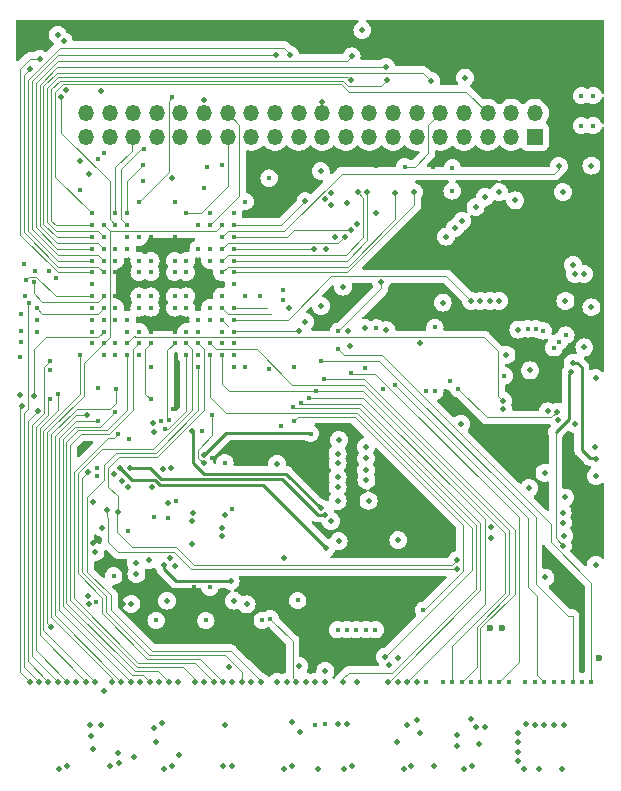
<source format=gbr>
%TF.GenerationSoftware,KiCad,Pcbnew,7.0.10*%
%TF.CreationDate,2024-03-26T21:26:04+03:00*%
%TF.ProjectId,com_1300,636f6d5f-3133-4303-902e-6b696361645f,rev?*%
%TF.SameCoordinates,Original*%
%TF.FileFunction,Copper,L3,Inr*%
%TF.FilePolarity,Positive*%
%FSLAX46Y46*%
G04 Gerber Fmt 4.6, Leading zero omitted, Abs format (unit mm)*
G04 Created by KiCad (PCBNEW 7.0.10) date 2024-03-26 21:26:04*
%MOMM*%
%LPD*%
G01*
G04 APERTURE LIST*
%TA.AperFunction,ComponentPad*%
%ADD10R,1.350000X1.350000*%
%TD*%
%TA.AperFunction,ComponentPad*%
%ADD11O,1.350000X1.350000*%
%TD*%
%TA.AperFunction,ViaPad*%
%ADD12C,0.450000*%
%TD*%
%TA.AperFunction,ViaPad*%
%ADD13C,0.500000*%
%TD*%
%TA.AperFunction,ViaPad*%
%ADD14C,0.600000*%
%TD*%
%TA.AperFunction,Conductor*%
%ADD15C,0.125000*%
%TD*%
%TA.AperFunction,Conductor*%
%ADD16C,0.250000*%
%TD*%
G04 APERTURE END LIST*
D10*
%TO.N,FPGA_CLK1*%
%TO.C,J1*%
X59000000Y-25000000D03*
D11*
%TO.N,USER_IO_0*%
X59000000Y-23000000D03*
%TO.N,USER_IO_1*%
X57000000Y-25000000D03*
%TO.N,USER_IO_2*%
X57000000Y-23000000D03*
%TO.N,USER_IO_3*%
X55000000Y-25000000D03*
%TO.N,USER_IO_4*%
X55000000Y-23000000D03*
%TO.N,USER_IO_5*%
X53000000Y-25000000D03*
%TO.N,USER_IO_6*%
X53000000Y-23000000D03*
%TO.N,USER_IO_7*%
X51000000Y-25000000D03*
%TO.N,GND*%
X51000000Y-23000000D03*
%TO.N,USER_IO_8*%
X49000000Y-25000000D03*
%TO.N,USER_IO_9*%
X49000000Y-23000000D03*
%TO.N,USER_IO_10*%
X47000000Y-25000000D03*
%TO.N,USER_IO_11*%
X47000000Y-23000000D03*
%TO.N,USER_IO_12*%
X45000000Y-25000000D03*
%TO.N,USER_IO_13*%
X45000000Y-23000000D03*
%TO.N,USER_IO_14*%
X43000000Y-25000000D03*
%TO.N,USER_IO_15*%
X43000000Y-23000000D03*
%TO.N,USER_IO_16*%
X41000000Y-25000000D03*
%TO.N,GND*%
X41000000Y-23000000D03*
%TO.N,USER_IO_17*%
X39000000Y-25000000D03*
%TO.N,USER_IO_18*%
X39000000Y-23000000D03*
%TO.N,USER_IO_19*%
X37000000Y-25000000D03*
%TO.N,USER_IO_20*%
X37000000Y-23000000D03*
%TO.N,USER_IO_21*%
X35000000Y-25000000D03*
%TO.N,USER_IO_22*%
X35000000Y-23000000D03*
%TO.N,USER_IO_23*%
X33000000Y-25000000D03*
%TO.N,USER_IO_24*%
X33000000Y-23000000D03*
%TO.N,USER_IO_25*%
X31000000Y-25000000D03*
%TO.N,GND*%
X31000000Y-23000000D03*
%TO.N,USER_IO_26*%
X29000000Y-25000000D03*
%TO.N,USER_IO_27*%
X29000000Y-23000000D03*
%TO.N,USER_IO_28*%
X27000000Y-25000000D03*
%TO.N,USER_IO_29*%
X27000000Y-23000000D03*
%TO.N,SERIAL_IO_2*%
X25000000Y-25000000D03*
%TO.N,SERIAL_IO_1*%
X25000000Y-23000000D03*
%TO.N,USER_IO_30*%
X23000000Y-25000000D03*
%TO.N,USER_IO_31*%
X23000000Y-23000000D03*
%TO.N,BOOT_SECTOR*%
X21000000Y-25000000D03*
%TO.N,GND*%
X21000000Y-23000000D03*
%TD*%
D10*
%TO.N,FPGA_CLK1*%
%TO.C,J1*%
X59000000Y-25000000D03*
D11*
%TO.N,USER_IO_0*%
X59000000Y-23000000D03*
%TO.N,USER_IO_1*%
X57000000Y-25000000D03*
%TO.N,USER_IO_2*%
X57000000Y-23000000D03*
%TO.N,USER_IO_3*%
X55000000Y-25000000D03*
%TO.N,USER_IO_4*%
X55000000Y-23000000D03*
%TO.N,USER_IO_5*%
X53000000Y-25000000D03*
%TO.N,USER_IO_6*%
X53000000Y-23000000D03*
%TO.N,USER_IO_7*%
X51000000Y-25000000D03*
%TO.N,GND*%
X51000000Y-23000000D03*
%TO.N,USER_IO_8*%
X49000000Y-25000000D03*
%TO.N,USER_IO_9*%
X49000000Y-23000000D03*
%TO.N,USER_IO_10*%
X47000000Y-25000000D03*
%TO.N,USER_IO_11*%
X47000000Y-23000000D03*
%TO.N,USER_IO_12*%
X45000000Y-25000000D03*
%TO.N,USER_IO_13*%
X45000000Y-23000000D03*
%TO.N,USER_IO_14*%
X43000000Y-25000000D03*
%TO.N,USER_IO_15*%
X43000000Y-23000000D03*
%TO.N,USER_IO_16*%
X41000000Y-25000000D03*
%TO.N,GND*%
X41000000Y-23000000D03*
%TO.N,USER_IO_17*%
X39000000Y-25000000D03*
%TO.N,USER_IO_18*%
X39000000Y-23000000D03*
%TO.N,USER_IO_19*%
X37000000Y-25000000D03*
%TO.N,USER_IO_20*%
X37000000Y-23000000D03*
%TO.N,USER_IO_21*%
X35000000Y-25000000D03*
%TO.N,USER_IO_22*%
X35000000Y-23000000D03*
%TO.N,USER_IO_23*%
X33000000Y-25000000D03*
%TO.N,USER_IO_24*%
X33000000Y-23000000D03*
%TO.N,USER_IO_25*%
X31000000Y-25000000D03*
%TO.N,GND*%
X31000000Y-23000000D03*
%TO.N,USER_IO_26*%
X29000000Y-25000000D03*
%TO.N,USER_IO_27*%
X29000000Y-23000000D03*
%TO.N,USER_IO_28*%
X27000000Y-25000000D03*
%TO.N,USER_IO_29*%
X27000000Y-23000000D03*
%TO.N,SERIAL_IO_2*%
X25000000Y-25000000D03*
%TO.N,SERIAL_IO_1*%
X25000000Y-23000000D03*
%TO.N,USER_IO_30*%
X23000000Y-25000000D03*
%TO.N,USER_IO_31*%
X23000000Y-23000000D03*
%TO.N,BOOT_SECTOR*%
X21000000Y-25000000D03*
%TO.N,GND*%
X21000000Y-23000000D03*
%TD*%
D12*
%TO.N,+3V3*%
X30500000Y-38500000D03*
X45600000Y-27500000D03*
X23500000Y-38500000D03*
X63950000Y-18990000D03*
X62950000Y-16450000D03*
X30500000Y-36500000D03*
X44590000Y-44570000D03*
X26500000Y-41500000D03*
X28500000Y-34500000D03*
X24500000Y-38500000D03*
X23500000Y-36500000D03*
X30500000Y-39500000D03*
X24500000Y-36500000D03*
D13*
X64150000Y-56250000D03*
D12*
X31660000Y-52230000D03*
D13*
X62150000Y-64750000D03*
D12*
X50400000Y-27530000D03*
X26500000Y-34500000D03*
X21129309Y-51025000D03*
X29500000Y-40500000D03*
D13*
X24152623Y-64604483D03*
D12*
X28385651Y-48075000D03*
X62950000Y-18990000D03*
X48000000Y-41150000D03*
X28500000Y-41500000D03*
D13*
X44749500Y-56750000D03*
D12*
X28500000Y-33500000D03*
D13*
X63120000Y-40680000D03*
D12*
X39750000Y-28575000D03*
X24500000Y-35500000D03*
D13*
X40812039Y-40688000D03*
D12*
X29500000Y-34500000D03*
D13*
X64300000Y-28560000D03*
X21612000Y-59400000D03*
D12*
X28500000Y-40500000D03*
D13*
X62750000Y-63750000D03*
D12*
X30110000Y-63149500D03*
X63950000Y-16450000D03*
X24500000Y-39500000D03*
D13*
X62750000Y-64750000D03*
D12*
X51860000Y-41160000D03*
X31500000Y-38500000D03*
X31500000Y-36500000D03*
X26500000Y-40500000D03*
X26500000Y-33500000D03*
X30500000Y-35500000D03*
D13*
X61750000Y-63750000D03*
D12*
X25500000Y-34500000D03*
D13*
X57350000Y-49900000D03*
D12*
X25500000Y-40500000D03*
%TO.N,GND*%
X34500000Y-38500000D03*
D13*
X64100000Y-51250000D03*
D12*
X25500000Y-39500000D03*
X26504600Y-44495400D03*
X30500000Y-34500000D03*
D13*
X59370000Y-78520000D03*
X63200000Y-42850000D03*
X47450000Y-69125000D03*
D12*
X50540000Y-41160000D03*
X25500000Y-38500000D03*
X46125806Y-46389530D03*
X62950000Y-24070000D03*
X52000000Y-29600000D03*
X32770000Y-52620000D03*
D13*
X18730000Y-78550000D03*
D14*
X56220000Y-66610000D03*
D12*
X45600000Y-41200000D03*
X62950000Y-21530000D03*
X33500000Y-31500000D03*
D14*
X55220000Y-66610000D03*
D12*
X30500000Y-40500000D03*
X24500000Y-40500000D03*
X31150000Y-65967320D03*
X29500000Y-35500000D03*
X63950000Y-24070000D03*
X21963310Y-53023029D03*
X29500000Y-36500000D03*
D13*
X62400000Y-49350000D03*
D12*
X28500000Y-35500000D03*
X26500000Y-35500000D03*
X15475000Y-40025000D03*
X24500000Y-34500000D03*
X28500000Y-39500000D03*
D13*
X64150000Y-61250000D03*
X22500000Y-71900000D03*
D12*
X21500000Y-37500000D03*
X21876239Y-64390543D03*
X25500000Y-35500000D03*
X63950000Y-21530000D03*
X29500000Y-39500000D03*
D13*
X39550500Y-40679989D03*
D12*
X28500000Y-30500000D03*
X26500000Y-38500000D03*
X25500000Y-36500000D03*
X52025000Y-27643000D03*
X26500000Y-39500000D03*
D13*
X61270000Y-78550000D03*
X31000000Y-21900000D03*
X41000000Y-22050000D03*
D12*
X34500000Y-44500000D03*
X26500000Y-36500000D03*
D13*
X40870000Y-27930000D03*
X63800000Y-39450000D03*
X33100993Y-69925071D03*
D12*
X29500000Y-38500000D03*
X34500000Y-30500000D03*
X28500000Y-38500000D03*
X28500000Y-36500000D03*
X48000000Y-27560000D03*
D13*
X63800000Y-27450000D03*
D12*
X20500000Y-29500000D03*
D13*
%TO.N,VCC*%
X39050000Y-69800000D03*
X40650000Y-78550000D03*
D14*
X64424500Y-69110000D03*
D13*
%TO.N,uC_CNTRL1*%
X25212961Y-61137039D03*
X42300000Y-55850000D03*
D12*
X36500000Y-28520000D03*
%TO.N,+2V5*%
X22500000Y-43500000D03*
X35925000Y-65966820D03*
X35700000Y-38500000D03*
D13*
%TO.N,uC_CNTRL4*%
X56605000Y-43475000D03*
X26691509Y-49266509D03*
X20500000Y-27050000D03*
%TO.N,INOUT_PC_CARD_44*%
X37200000Y-71150000D03*
D12*
X15490000Y-41460000D03*
%TO.N,+1V2*%
X22500000Y-32500000D03*
X32500000Y-32500000D03*
X32500000Y-42500000D03*
X26949336Y-65967320D03*
X22500000Y-42500000D03*
D13*
X21222684Y-64557335D03*
X18050000Y-66550000D03*
%TO.N,FPGA_CLK1*%
X18912000Y-21684941D03*
D12*
X27356862Y-49106862D03*
X23500000Y-32500000D03*
D13*
%TO.N,SDRAM_CNTRL8*%
X42750000Y-37701469D03*
X40900000Y-39331469D03*
D12*
%TO.N,FPGA_TEST_EDGE4*%
X25839332Y-27437917D03*
X50535000Y-46515000D03*
X24500000Y-31500000D03*
%TO.N,FPGA_TEST_EDGE5*%
X59706896Y-41446859D03*
X25500000Y-30500000D03*
X28300000Y-21675000D03*
%TO.N,FPGA_TEST_EDGE6*%
X51805638Y-45705638D03*
X25500000Y-33500000D03*
D13*
%TO.N,uC_PROG1*%
X22369855Y-58099855D03*
X42300000Y-54650000D03*
%TO.N,uC_PROG2*%
X27850000Y-64288961D03*
X47450000Y-59175500D03*
D12*
%TO.N,uC_PROG4*%
X40014282Y-50137170D03*
D13*
X30990000Y-51974500D03*
D12*
%TO.N,Net-(R11-Pad2)*%
X28500000Y-42500000D03*
X28000353Y-49000353D03*
D13*
%TO.N,Net-(J2-Pad67)*%
X19393049Y-78246951D03*
%TO.N,Net-(J2-Pad43)*%
X50470000Y-78280000D03*
%TO.N,Net-(J2-Pad57)*%
X32637000Y-78252600D03*
D12*
%TO.N,BOOT0*%
X24619526Y-50641751D03*
%TO.N,INOUT_PC_CARD_51*%
X20509600Y-43490400D03*
D13*
X21800000Y-71150000D03*
D12*
%TO.N,INOUT_PC_CARD_26*%
X18640979Y-46788000D03*
D13*
X21000000Y-71150000D03*
%TO.N,INOUT_PC_CARD_52*%
X20200000Y-71150000D03*
X15425000Y-46850000D03*
D12*
%TO.N,INOUT_PC_CARD_27*%
X17948271Y-47188000D03*
D13*
X19400000Y-71150000D03*
%TO.N,INOUT_PC_CARD_53*%
X18600000Y-71150000D03*
D12*
X17975000Y-44000000D03*
D13*
%TO.N,INOUT_PC_CARD_28*%
X17800000Y-71150000D03*
X16918767Y-48218767D03*
D12*
%TO.N,INOUT_PC_CARD_54*%
X16200000Y-39125000D03*
D13*
X17000000Y-71150000D03*
%TO.N,INOUT_PC_CARD_29*%
X16275000Y-71150000D03*
X15563000Y-47800000D03*
%TO.N,PC_CARD_27*%
X21612489Y-76883911D03*
X23034541Y-78314011D03*
%TO.N,PC_CARD_52*%
X23793000Y-77998600D03*
X21395433Y-75772033D03*
%TO.N,PC_CARD_26*%
X21332934Y-74820533D03*
X23754500Y-77200025D03*
%TO.N,PC_CARD_51*%
X22266945Y-74785211D03*
X25044741Y-77484905D03*
%TO.N,INOUT_PC_CARD_47*%
X28800000Y-71150000D03*
D12*
X22500000Y-41500000D03*
D13*
X16612000Y-46975000D03*
%TO.N,INOUT_PC_CARD_22*%
X28000000Y-71150000D03*
D12*
X24500000Y-43500000D03*
%TO.N,INOUT_PC_CARD_48*%
X15500000Y-42400000D03*
D13*
X27200000Y-71150000D03*
D12*
%TO.N,INOUT_PC_CARD_23*%
X23450000Y-48335936D03*
D13*
X26400000Y-71150000D03*
%TO.N,INOUT_PC_CARD_49*%
X25600000Y-71150000D03*
D12*
X15450000Y-43650000D03*
%TO.N,INOUT_PC_CARD_24*%
X23500000Y-43500000D03*
D13*
X24800000Y-71150000D03*
D12*
X22006862Y-49056862D03*
%TO.N,INOUT_PC_CARD_50*%
X21500000Y-42500000D03*
D13*
X24000000Y-71150000D03*
X21074011Y-48537000D03*
D12*
%TO.N,INOUT_PC_CARD_25*%
X23504600Y-46395400D03*
D13*
X23200000Y-71150000D03*
%TO.N,PC_CARD_49*%
X27632000Y-78554200D03*
X26962488Y-76214110D03*
%TO.N,PC_CARD_23*%
X26743289Y-75080511D03*
X28261650Y-78249500D03*
%TO.N,PC_CARD_48*%
X27406600Y-74671200D03*
X28879800Y-77338200D03*
D12*
%TO.N,INOUT_PC_CARD_17*%
X30500000Y-44500000D03*
D13*
X35800000Y-71150000D03*
D12*
%TO.N,INOUT_PC_CARD_45*%
X16825000Y-41513000D03*
D13*
X35000000Y-71150000D03*
D12*
%TO.N,INOUT_PC_CARD_18*%
X29500000Y-41500000D03*
D13*
X21154320Y-53409389D03*
X34200000Y-71150000D03*
%TO.N,INOUT_PC_CARD_46*%
X33400000Y-71150000D03*
D12*
X17923271Y-44775000D03*
X21500000Y-41500000D03*
%TO.N,INOUT_PC_CARD_19*%
X29500000Y-42500000D03*
D13*
X32600000Y-71150000D03*
D12*
%TO.N,INOUT_PC_CARD_20*%
X25500000Y-41500000D03*
X23724949Y-50138000D03*
D13*
X31800000Y-71150000D03*
D12*
%TO.N,INOUT_PC_CARD_RESET*%
X18446707Y-36932954D03*
D13*
X31000000Y-71150000D03*
D12*
%TO.N,INOUT_PC_CARD_21*%
X25500000Y-42500000D03*
D13*
X30200000Y-71149989D03*
%TO.N,PC_CARD_19*%
X32749599Y-74850500D03*
X33336496Y-78249500D03*
D12*
%TO.N,INOUT_PC_CARD_14*%
X38550000Y-47888000D03*
D13*
X42800000Y-71150000D03*
D12*
%TO.N,INOUT_PC_CARD_41*%
X21500000Y-40500000D03*
D13*
X41274086Y-70225914D03*
D12*
%TO.N,INOUT_PC_CARD_55*%
X17868138Y-36406862D03*
X33360000Y-56520000D03*
D13*
X41200000Y-71150000D03*
%TO.N,INOUT_PC_CARD_42*%
X40400000Y-71150000D03*
D12*
X22500000Y-40500000D03*
D13*
%TO.N,INOUT_PC_CARD_15*%
X39600000Y-71150000D03*
D12*
X26500000Y-47250000D03*
X26500000Y-42500000D03*
%TO.N,INOUT_PC_CARD_43*%
X36600000Y-65800000D03*
X23500000Y-40500000D03*
D13*
X38800000Y-71150000D03*
D12*
%TO.N,INOUT_PC_CARD_16*%
X30500000Y-43500000D03*
X38575000Y-44500000D03*
D13*
X38000000Y-71150000D03*
%TO.N,PC_CARD_43*%
X37777500Y-78514300D03*
D12*
X42300000Y-66750000D03*
D13*
X38418286Y-74580811D03*
%TO.N,PC_CARD_15*%
X38424945Y-78249500D03*
X39099971Y-75400000D03*
D12*
%TO.N,PC_CARD_42*%
X43100000Y-66750000D03*
X40400000Y-74800000D03*
%TO.N,PC_CARD_55*%
X41226100Y-74723900D03*
X43900000Y-66750000D03*
D13*
%TO.N,PC_CARD_41*%
X42316400Y-74747400D03*
D12*
X44700000Y-66750000D03*
D13*
X42857500Y-78539700D03*
D12*
%TO.N,PC_CARD_14*%
X45500000Y-66744502D03*
D13*
X43493965Y-78249500D03*
X43129200Y-74747400D03*
D12*
%TO.N,INOUT_PC_CARD_10*%
X38650000Y-49050000D03*
X49800000Y-71150000D03*
X49568138Y-65093138D03*
D13*
%TO.N,INOUT_PC_CARD_37*%
X49000000Y-71150000D03*
D12*
X21500000Y-39500000D03*
%TO.N,INOUT_PC_CARD_11*%
X39925000Y-47113000D03*
D13*
X48200000Y-71150000D03*
%TO.N,INOUT_PC_CARD_38*%
X47400000Y-71150000D03*
D12*
X22500000Y-39500000D03*
X16823531Y-39513000D03*
D13*
%TO.N,INOUT_PC_CARD_12*%
X46600000Y-71150000D03*
D12*
X39200000Y-47513000D03*
D13*
%TO.N,INOUT_PC_CARD_39*%
X46675000Y-69713480D03*
D12*
X23500000Y-39500000D03*
%TO.N,INOUT_PC_CARD_13*%
X31500000Y-43500000D03*
D13*
X46325000Y-69025000D03*
D12*
%TO.N,INOUT_PC_CARD_40*%
X16823542Y-40500000D03*
D13*
X43924500Y-71200000D03*
%TO.N,PC_CARD_11*%
X48209200Y-74798200D03*
X47294800Y-76220600D03*
%TO.N,PC_CARD_37*%
X48996600Y-74366400D03*
X47929800Y-78557400D03*
%TO.N,PC_CARD_10*%
X48557893Y-78249500D03*
X49250433Y-75509233D03*
D12*
%TO.N,INOUT_PC_CARD_33*%
X56800000Y-71150000D03*
%TO.N,INOUT_PC_CARD_6*%
X56000000Y-71150000D03*
X43475000Y-45025000D03*
%TO.N,INOUT_PC_CARD_34*%
X15900000Y-37100000D03*
X21500000Y-38500000D03*
X55200000Y-71150000D03*
%TO.N,INOUT_PC_CARD_7*%
X54400000Y-71150000D03*
X41175000Y-45525000D03*
%TO.N,INOUT_PC_CARD_35*%
X53600000Y-71150000D03*
X16574989Y-37350000D03*
X22500000Y-38500000D03*
%TO.N,INOUT_PC_CARD_8*%
X31500000Y-42500000D03*
X52800000Y-71150000D03*
%TO.N,INOUT_PC_CARD_9*%
X32500000Y-43500000D03*
X52000000Y-71150000D03*
X40500000Y-46525000D03*
%TO.N,INOUT_PC_CARD_36*%
X51200000Y-71150000D03*
D13*
%TO.N,PC_CARD_35*%
X53594000Y-74315600D03*
X52374800Y-75687200D03*
%TO.N,PC_CARD_7*%
X54025800Y-74950600D03*
X52374800Y-76601600D03*
%TO.N,PC_CARD_34*%
X54762400Y-75026800D03*
X53017500Y-78532000D03*
%TO.N,PC_CARD_6*%
X54267100Y-76385700D03*
X53657418Y-78249500D03*
D12*
%TO.N,INOUT_PC_CARD_1*%
X63800000Y-71150000D03*
X32500000Y-39500000D03*
X42375000Y-42975000D03*
%TO.N,INOUT_PC_CARD_2*%
X61628022Y-41800908D03*
X63000000Y-71150000D03*
X33500000Y-37500000D03*
%TO.N,INOUT_PC_CARD_30*%
X25500000Y-43500000D03*
X62200000Y-71150000D03*
X40925000Y-44000000D03*
%TO.N,INOUT_PC_CARD_3*%
X32500000Y-38500000D03*
X61075000Y-42350000D03*
X61400000Y-71150000D03*
%TO.N,INOUT_PC_CARD_31*%
X23500000Y-42500000D03*
X60600000Y-71150000D03*
%TO.N,INOUT_PC_CARD_4*%
X47130638Y-45994362D03*
X59800000Y-71150000D03*
X37700000Y-38000000D03*
%TO.N,INOUT_PC_CARD_32*%
X15805404Y-38469127D03*
X59000000Y-71150000D03*
%TO.N,INOUT_PC_CARD_5*%
X37675000Y-38825000D03*
X60613000Y-42875000D03*
X58200000Y-71150000D03*
D13*
%TO.N,PC_CARD_32*%
X58260000Y-74760000D03*
X57560000Y-75460000D03*
%TO.N,PC_CARD_4*%
X57558100Y-76279367D03*
X59041233Y-74791233D03*
%TO.N,PC_CARD_31*%
X59797466Y-74847466D03*
X57556795Y-77093121D03*
%TO.N,PC_CARD_3*%
X60628700Y-74828700D03*
X57571191Y-77891191D03*
%TO.N,PC_CARD_30*%
X61469933Y-74799933D03*
X58100000Y-78500000D03*
%TO.N,OSC_OUT*%
X21612000Y-55950000D03*
X21154320Y-63861181D03*
D12*
%TO.N,BOOT_SECTOR*%
X24550000Y-58399500D03*
%TO.N,SERIAL_TX*%
X26796444Y-57171444D03*
%TO.N,SERIAL_RX*%
X27950000Y-57250000D03*
D13*
%TO.N,FPGA_CNTRL3*%
X31034017Y-52673517D03*
D12*
X31700000Y-48550000D03*
X33500000Y-44500000D03*
D13*
%TO.N,TIM3_CH3*%
X28100000Y-60700000D03*
X37800000Y-60675000D03*
%TO.N,TIM3_CH4*%
X33250000Y-62600000D03*
X27611264Y-61261264D03*
%TO.N,FPGA_CNTRL1*%
X21799500Y-60175000D03*
D12*
X16675000Y-36350000D03*
D13*
%TO.N,uC_A19*%
X32739207Y-57050793D03*
X41753948Y-57568691D03*
D12*
%TO.N,FPGA_CNTRL2*%
X22000000Y-46270000D03*
X23350000Y-62200000D03*
D13*
%TO.N,CAN2_TX*%
X41261933Y-56996997D03*
X24757115Y-53070356D03*
%TO.N,NRST*%
X27924780Y-56035500D03*
X52760000Y-49310000D03*
%TO.N,uC_A16*%
X42415650Y-50700989D03*
X26725461Y-49975461D03*
%TO.N,uC_A15*%
X44700000Y-51250000D03*
X30050000Y-56850000D03*
%TO.N,uC_A14*%
X42300000Y-51850000D03*
X24060000Y-54175500D03*
%TO.N,uC_A13*%
X44700000Y-52250000D03*
X24580000Y-54675500D03*
%TO.N,uC_A12*%
X42300000Y-52650000D03*
X26625000Y-54700989D03*
%TO.N,uC_A11*%
X44700000Y-53250000D03*
X28234994Y-53050000D03*
%TO.N,uC_A10*%
X27495000Y-53171242D03*
X42300000Y-53850000D03*
%TO.N,uC_A9*%
X44750000Y-54100000D03*
X28500000Y-61350000D03*
%TO.N,uC_A18*%
X23350000Y-53534000D03*
X44925500Y-55824500D03*
%TO.N,uC_A8*%
X29955377Y-57582849D03*
X42400000Y-59257320D03*
%TO.N,uC_A1*%
X59900000Y-62324500D03*
X60106300Y-48256300D03*
D12*
%TO.N,uC_CNTRL3*%
X15725000Y-35775000D03*
D13*
X34600000Y-64605500D03*
D12*
X21977750Y-53700500D03*
X25800000Y-28725000D03*
%TO.N,uC_CNTRL2*%
X38925000Y-64263000D03*
X36468138Y-44706862D03*
D13*
X33527250Y-64284500D03*
D12*
X22487000Y-26375000D03*
D13*
X24850000Y-64550000D03*
%TO.N,uC_AD0*%
X22764500Y-56588000D03*
D12*
X30500000Y-41500000D03*
D13*
X62050000Y-44950000D03*
X52393272Y-61593272D03*
X61375000Y-59625000D03*
%TO.N,uC_AD1*%
X23675000Y-56750000D03*
D12*
X30500000Y-42500000D03*
D13*
X52381233Y-60881233D03*
X64150000Y-45450000D03*
X61500000Y-58800000D03*
D12*
%TO.N,uC_AD2*%
X52531862Y-46356862D03*
X27675000Y-49750000D03*
X30825000Y-49925000D03*
D13*
X60881300Y-48293766D03*
X61376120Y-57686193D03*
D12*
X29500000Y-43500000D03*
D13*
%TO.N,uC_AD3*%
X55325008Y-58975008D03*
X60978150Y-49009383D03*
D12*
X37475000Y-49526967D03*
D13*
X61350000Y-56850000D03*
X25275500Y-62050000D03*
%TO.N,uC_AD4*%
X61550000Y-55550000D03*
X58600000Y-44800000D03*
X55300461Y-58074539D03*
X26373789Y-60873789D03*
%TO.N,uC_AD5*%
X29950000Y-59450000D03*
D12*
X56420000Y-45260000D03*
D13*
X58525500Y-54754500D03*
%TO.N,uC_AD6*%
X56300000Y-47350000D03*
X64154500Y-53750000D03*
D12*
X24500000Y-42500000D03*
D13*
X32526150Y-58824500D03*
%TO.N,uC_AD7*%
X59825500Y-53460000D03*
X32531442Y-58125018D03*
X56300000Y-48049503D03*
D12*
X24500000Y-41500000D03*
D13*
%TO.N,uC_A0*%
X62200000Y-44150000D03*
X64154500Y-52257411D03*
D12*
%TO.N,uC_A17*%
X31500000Y-63149500D03*
X28583480Y-55890353D03*
D13*
%TO.N,USER_IO_21*%
X28300000Y-28500000D03*
D12*
%TO.N,USER_IO_22*%
X31000000Y-29313000D03*
%TO.N,USER_IO_27*%
X31280638Y-27569362D03*
%TO.N,USER_IO_25*%
X32513000Y-27425000D03*
D13*
%TO.N,USER_IO_2*%
X53100000Y-20000000D03*
%TO.N,Net-(R22-Pad2)*%
X21300000Y-28200000D03*
D12*
%TO.N,FPGA_TEST_EDGE1*%
X58397500Y-41272500D03*
%TO.N,USER_IO_4*%
X21500000Y-31500000D03*
%TO.N,SERIAL_IO_2*%
X23500000Y-31500000D03*
%TO.N,USER_IO_23*%
X29500000Y-31500000D03*
%TO.N,USER_IO_30*%
X31500000Y-31500000D03*
D13*
%TO.N,SDRAM_A1*%
X41734788Y-29769290D03*
X62404678Y-36647149D03*
%TO.N,SDRAM_A0*%
X62248000Y-35860000D03*
X41230000Y-30281290D03*
%TO.N,USER_IO_6*%
X22300000Y-21100000D03*
X19275000Y-21087000D03*
D12*
%TO.N,USER_IO_8*%
X21500000Y-32500000D03*
D13*
X46488000Y-20200000D03*
D12*
%TO.N,FPGA_TEST_EDGE3*%
X59079362Y-41279362D03*
X24500000Y-32500000D03*
X25900000Y-26063000D03*
%TO.N,USER_IO_31*%
X30500000Y-32490000D03*
%TO.N,USER_IO_24*%
X31500000Y-32500000D03*
%TO.N,SDRAM_A2*%
X33500000Y-32500000D03*
D13*
X39582961Y-30462961D03*
X63150000Y-36620000D03*
%TO.N,SDRAM_A3*%
X41725724Y-30793290D03*
X61600000Y-38900000D03*
%TO.N,SDRAM_A4*%
X45540000Y-31500000D03*
X61400000Y-29700000D03*
%TO.N,USER_IO_9*%
X18600000Y-16376000D03*
%TO.N,USER_IO_10*%
X19100000Y-16888000D03*
D12*
%TO.N,USER_IO_7*%
X21500000Y-33500000D03*
D13*
X50225000Y-20300000D03*
%TO.N,USER_IO_12*%
X43400000Y-20176000D03*
D12*
X22500000Y-33500000D03*
%TO.N,FPGA_TEST_EDGE2*%
X24500000Y-33500000D03*
X22000000Y-26925000D03*
X49795514Y-46532396D03*
%TO.N,SDRAM_A5*%
X32500000Y-33500000D03*
D13*
X61038904Y-27492075D03*
D12*
%TO.N,SDRAM_A6*%
X33500000Y-33500000D03*
D13*
X52262961Y-32712961D03*
X43460875Y-32882000D03*
%TO.N,SDRAM_A7*%
X43963480Y-32360000D03*
X52819355Y-32156567D03*
%TO.N,SDRAM_A8*%
X53987039Y-30962000D03*
X42120000Y-33464389D03*
%TO.N,USER_IO_13*%
X44400000Y-16000000D03*
D12*
%TO.N,USER_IO_14*%
X21500000Y-34500000D03*
D13*
X43500000Y-18200000D03*
D12*
%TO.N,USER_IO_11*%
X22500000Y-34500000D03*
D13*
X46400000Y-19088000D03*
D12*
%TO.N,USER_IO_16*%
X23500000Y-34500000D03*
%TO.N,SDRAM_A9*%
X31500000Y-34500000D03*
D13*
X57340000Y-30402000D03*
%TO.N,SDRAM_A10*%
X51500000Y-33460000D03*
X42950000Y-33460000D03*
D12*
X32500000Y-34500000D03*
%TO.N,SDRAM_A11*%
X33500000Y-34500000D03*
D13*
X54793330Y-30127775D03*
X40280000Y-34488400D03*
%TO.N,SDRAM_A12*%
X56000000Y-29700000D03*
X41350000Y-34488400D03*
%TO.N,USER_IO_17*%
X38300000Y-18088000D03*
D12*
X21500000Y-35500000D03*
%TO.N,USER_IO_18*%
X22500000Y-35500000D03*
D13*
X37100000Y-18088000D03*
D12*
%TO.N,USER_IO_15*%
X23500000Y-35500000D03*
%TO.N,SDRAM_DQ0*%
X31500000Y-35500000D03*
D13*
X43102039Y-30582039D03*
D12*
%TO.N,SDRAM_DQ1*%
X32500000Y-35500000D03*
D13*
X44000000Y-29700000D03*
%TO.N,SDRAM_DQ2*%
X44800000Y-29700000D03*
D12*
X33500000Y-35500000D03*
%TO.N,USER_IO_19*%
X21500000Y-36500000D03*
D13*
X17112000Y-18412000D03*
D12*
%TO.N,USER_IO_20*%
X22500000Y-36500000D03*
D13*
X16237000Y-19300000D03*
%TO.N,SDRAM_DQ4*%
X47200000Y-29750000D03*
D12*
X32500000Y-36500000D03*
%TO.N,SDRAM_DQ5*%
X33500000Y-36500000D03*
D13*
X48800000Y-29700000D03*
D12*
%TO.N,SDRAM_CNTRL3*%
X31500000Y-39500000D03*
D13*
X54400000Y-38900000D03*
D12*
%TO.N,SDRAM_CNTRL1*%
X33500000Y-39500000D03*
D13*
%TO.N,SDRAM_DQ8*%
X38214105Y-39467580D03*
X51200000Y-39050000D03*
D12*
%TO.N,SDRAM_CNTRL2*%
X31500000Y-40500000D03*
D13*
X55200000Y-38900000D03*
D12*
%TO.N,SDRAM_CNTRL7*%
X32500000Y-40500000D03*
D13*
X56000000Y-38900000D03*
%TO.N,SDRAM_CNTRL6*%
X57610461Y-41335461D03*
D12*
X32500000Y-41500000D03*
D13*
%TO.N,SDRAM_DQ15*%
X39000000Y-41488000D03*
D12*
X33500000Y-41500000D03*
%TO.N,SDRAM_CNTRL10*%
X33500000Y-42500000D03*
X42375000Y-41475000D03*
D13*
X46000000Y-37338000D03*
%TO.N,SDRAM_DQ13*%
X43187961Y-41437961D03*
X44630000Y-41200000D03*
D12*
%TO.N,SDRAM_DQ12*%
X33500000Y-43500000D03*
D13*
X46437961Y-41387961D03*
%TO.N,SDRAM_DQ9*%
X43350000Y-42750000D03*
X49250000Y-42512000D03*
%TO.N,SDRAM_CNTRL4*%
X53600000Y-38900000D03*
D12*
X33500000Y-40500000D03*
D13*
%TO.N,CAN2_RX*%
X41330000Y-59831820D03*
X23924500Y-53049500D03*
%TO.N,USART3_TX*%
X29950000Y-49931460D03*
X40860000Y-56424500D03*
%TO.N,Net-(J4-Pad16)*%
X37200000Y-52700000D03*
%TD*%
D15*
%TO.N,GND*%
X50000000Y-24000000D02*
X51000000Y-23000000D01*
X48865000Y-27560000D02*
X50000000Y-26425000D01*
X50000000Y-26425000D02*
X50000000Y-24000000D01*
X48000000Y-27560000D02*
X48865000Y-27560000D01*
%TO.N,+1V2*%
X20834120Y-46933760D02*
X20834120Y-44165880D01*
X23012500Y-33012500D02*
X31987500Y-33012500D01*
X22500000Y-32500000D02*
X23012500Y-33012500D01*
X17721640Y-66221640D02*
X17721640Y-50046240D01*
X23012500Y-41987500D02*
X22500000Y-42500000D01*
X20834120Y-44165880D02*
X22500000Y-42500000D01*
X18050000Y-66550000D02*
X17721640Y-66221640D01*
X31987500Y-33012500D02*
X32500000Y-32500000D01*
X23012500Y-33012500D02*
X23012500Y-41987500D01*
X17721640Y-50046240D02*
X20834120Y-46933760D01*
%TO.N,FPGA_CLK1*%
X18912000Y-21684941D02*
X18912000Y-24662000D01*
X23000400Y-32000400D02*
X23500000Y-32500000D01*
X23000400Y-28750400D02*
X23000400Y-32000400D01*
X18912000Y-24662000D02*
X23000400Y-28750400D01*
%TO.N,FPGA_TEST_EDGE4*%
X25839332Y-27437917D02*
X24500000Y-28777249D01*
X24500000Y-28777249D02*
X24500000Y-31500000D01*
%TO.N,FPGA_TEST_EDGE5*%
X28000000Y-21975000D02*
X28000000Y-28000000D01*
X28300000Y-21675000D02*
X28000000Y-21975000D01*
X28000000Y-28000000D02*
X25500000Y-30500000D01*
D16*
%TO.N,uC_PROG4*%
X39953601Y-50076489D02*
X32888011Y-50076489D01*
X40014282Y-50137170D02*
X39953601Y-50076489D01*
X32888011Y-50076489D02*
X30990000Y-51974500D01*
D15*
%TO.N,Net-(R11-Pad2)*%
X27898651Y-48898651D02*
X27898651Y-43101349D01*
X27898651Y-43101349D02*
X28500000Y-42500000D01*
X28000353Y-49000353D02*
X27898651Y-48898651D01*
%TO.N,INOUT_PC_CARD_51*%
X21800000Y-71137518D02*
X17397120Y-66734638D01*
X17397120Y-49911820D02*
X20509600Y-46799340D01*
X20509600Y-46799340D02*
X20509600Y-43490400D01*
X17397120Y-66734638D02*
X17397120Y-49911820D01*
D16*
X21800000Y-71150000D02*
X21800000Y-71137518D01*
D15*
%TO.N,INOUT_PC_CARD_26*%
X18640979Y-48138529D02*
X17072600Y-49706908D01*
X17072600Y-67210118D02*
X21000000Y-71137518D01*
X18640979Y-46788000D02*
X18640979Y-48138529D01*
X17072600Y-49706908D02*
X17072600Y-67210118D01*
D16*
X21000000Y-71150000D02*
X21000000Y-71137518D01*
%TO.N,INOUT_PC_CARD_52*%
X20200000Y-71150000D02*
X20200000Y-71137518D01*
D15*
%TO.N,INOUT_PC_CARD_27*%
X17760790Y-47375481D02*
X17760790Y-48559778D01*
X17760790Y-48559778D02*
X16748080Y-49572488D01*
D16*
X19400000Y-71150000D02*
X19400000Y-71137518D01*
D15*
X16748080Y-49572488D02*
X16748080Y-68485598D01*
X16748080Y-68485598D02*
X19400000Y-71137518D01*
X17948271Y-47188000D02*
X17760790Y-47375481D01*
%TO.N,INOUT_PC_CARD_53*%
X17436271Y-48425357D02*
X16423561Y-49438067D01*
X16423560Y-68961078D02*
X18600000Y-71137518D01*
X16423561Y-49438067D02*
X16423560Y-68961078D01*
D16*
X18600000Y-71150000D02*
X18600000Y-71137518D01*
D15*
X17436271Y-44538729D02*
X17436271Y-48425357D01*
X17975000Y-44000000D02*
X17436271Y-44538729D01*
%TO.N,INOUT_PC_CARD_28*%
X16099040Y-49038494D02*
X16099040Y-69436558D01*
X16099040Y-69436558D02*
X17800000Y-71137518D01*
D16*
X17800000Y-71150000D02*
X17800000Y-71137518D01*
D15*
X16918767Y-48218767D02*
X16099040Y-49038494D01*
%TO.N,INOUT_PC_CARD_54*%
X15774520Y-48375480D02*
X15774520Y-69912038D01*
X16100000Y-48050000D02*
X15774520Y-48375480D01*
X16100000Y-39225000D02*
X16100000Y-48050000D01*
X16200000Y-39125000D02*
X16100000Y-39225000D01*
D16*
X17000000Y-71150000D02*
X17000000Y-71137518D01*
D15*
X15774520Y-69912038D02*
X17000000Y-71137518D01*
%TO.N,INOUT_PC_CARD_29*%
X15450000Y-47913000D02*
X15563000Y-47800000D01*
X16275000Y-71150000D02*
X15450000Y-70325000D01*
X15450000Y-70325000D02*
X15450000Y-47913000D01*
%TO.N,INOUT_PC_CARD_47*%
X16612000Y-42988000D02*
X17599600Y-42000400D01*
X17599600Y-42000400D02*
X21999600Y-42000400D01*
X16612000Y-46975000D02*
X16612000Y-42988000D01*
X21999600Y-42000400D02*
X22500000Y-41500000D01*
D16*
X28800000Y-71150000D02*
X28800000Y-71137518D01*
D15*
%TO.N,INOUT_PC_CARD_22*%
X24500000Y-48151110D02*
X24500000Y-43500000D01*
X28000000Y-71150000D02*
X27125480Y-70275480D01*
X27125480Y-70275480D02*
X25175480Y-70275480D01*
X20330332Y-49869668D02*
X22781442Y-49869668D01*
X28000000Y-71150000D02*
X28000000Y-71137518D01*
X25175480Y-70275480D02*
X19344240Y-64444240D01*
X19344240Y-50855760D02*
X20330332Y-49869668D01*
X19344240Y-64444240D02*
X19344240Y-50855760D01*
X22781442Y-49869668D02*
X24500000Y-48151110D01*
D16*
%TO.N,INOUT_PC_CARD_48*%
X27200000Y-71150000D02*
X27200000Y-71137518D01*
D15*
%TO.N,INOUT_PC_CARD_23*%
X19019720Y-50623160D02*
X19019720Y-64719720D01*
X20097721Y-49545159D02*
X19019720Y-50623160D01*
X23450000Y-48335936D02*
X23439064Y-48335936D01*
X24900000Y-70600000D02*
X25850000Y-70600000D01*
X23439064Y-48335936D02*
X22229841Y-49545159D01*
D16*
X26400000Y-71150000D02*
X26400000Y-71137518D01*
D15*
X25850000Y-70600000D02*
X26400000Y-71150000D01*
X22229841Y-49545159D02*
X20097721Y-49545159D01*
X19019720Y-64719720D02*
X24900000Y-70600000D01*
D16*
%TO.N,INOUT_PC_CARD_49*%
X25600000Y-71150000D02*
X25600000Y-71137518D01*
D15*
%TO.N,INOUT_PC_CARD_24*%
X18695200Y-50488740D02*
X18695200Y-65045200D01*
X18695200Y-65045200D02*
X24787518Y-71137518D01*
X20127078Y-49056862D02*
X18695200Y-50488740D01*
X22006862Y-49056862D02*
X20127078Y-49056862D01*
D16*
X24800000Y-71150000D02*
X24800000Y-71137518D01*
D15*
X24787518Y-71137518D02*
X24800000Y-71137518D01*
%TO.N,INOUT_PC_CARD_50*%
X21074011Y-48537000D02*
X20188000Y-48537000D01*
D16*
X24000000Y-71150000D02*
X24000000Y-71137518D01*
D15*
X18370680Y-50354320D02*
X18370680Y-65508198D01*
X18370680Y-65508198D02*
X24000000Y-71137518D01*
X20188000Y-48537000D02*
X18370680Y-50354320D01*
%TO.N,INOUT_PC_CARD_25*%
X23025000Y-48025000D02*
X23504600Y-47545400D01*
X23200000Y-71150000D02*
X23200000Y-70800000D01*
X20225000Y-48025000D02*
X23025000Y-48025000D01*
D16*
X23200000Y-71150000D02*
X23200000Y-71137518D01*
D15*
X23200000Y-70800000D02*
X18046160Y-65646160D01*
X18046160Y-65646160D02*
X18046160Y-50203840D01*
X18046160Y-50203840D02*
X20225000Y-48025000D01*
X23504600Y-47545400D02*
X23504600Y-46395400D01*
X23200000Y-71137518D02*
X23037518Y-71137518D01*
%TO.N,INOUT_PC_CARD_17*%
X23120000Y-65120000D02*
X23120000Y-63840380D01*
X23120000Y-63840380D02*
X21100000Y-61820380D01*
X22512500Y-54097500D02*
X22512500Y-52787500D01*
X21100000Y-55510000D02*
X22512500Y-54097500D01*
X33250960Y-68550960D02*
X26550960Y-68550960D01*
X22512500Y-52787500D02*
X23525000Y-51775000D01*
X35800000Y-71100000D02*
X33250960Y-68550960D01*
X30500000Y-48175000D02*
X30500000Y-44500000D01*
X23525000Y-51775000D02*
X26900000Y-51775000D01*
X35800000Y-71150000D02*
X35800000Y-71100000D01*
X26900000Y-51775000D02*
X30500000Y-48175000D01*
X26550960Y-68550960D02*
X23120000Y-65120000D01*
X21100000Y-61820380D02*
X21100000Y-55510000D01*
%TO.N,INOUT_PC_CARD_18*%
X32775480Y-68875480D02*
X34200000Y-70300000D01*
X22720000Y-65270000D02*
X26325480Y-68875480D01*
X20700000Y-53863709D02*
X20700000Y-61880000D01*
X22720000Y-63900000D02*
X22720000Y-65270000D01*
X26325480Y-68875480D02*
X32775480Y-68875480D01*
X20700000Y-61880000D02*
X22720000Y-63900000D01*
X21154320Y-53409389D02*
X20700000Y-53863709D01*
X34200000Y-70300000D02*
X34200000Y-71150000D01*
%TO.N,INOUT_PC_CARD_19*%
X26190381Y-69200000D02*
X22360000Y-65369619D01*
X30650000Y-69200000D02*
X26190381Y-69200000D01*
X20317800Y-61987800D02*
X20317800Y-53507200D01*
X22374520Y-51450480D02*
X26697890Y-51450480D01*
X22363739Y-64033739D02*
X20317800Y-61987800D01*
X22360000Y-64596212D02*
X22363739Y-64592473D01*
X20317800Y-53507200D02*
X22374520Y-51450480D01*
X29987011Y-48161359D02*
X29987011Y-42987011D01*
X32600000Y-71150000D02*
X30650000Y-69200000D01*
X26697890Y-51450480D02*
X29987011Y-48161359D01*
X29987011Y-42987011D02*
X29500000Y-42500000D01*
X22363739Y-64592473D02*
X22363739Y-64033739D01*
X22360000Y-65369619D02*
X22360000Y-64596212D01*
%TO.N,INOUT_PC_CARD_20*%
X19993280Y-64094990D02*
X25448290Y-69550000D01*
X19993281Y-53372779D02*
X19993280Y-64094990D01*
X30200000Y-69550000D02*
X31800000Y-71150000D01*
X23724949Y-50138000D02*
X23344242Y-50518707D01*
X25448290Y-69550000D02*
X30200000Y-69550000D01*
X23344242Y-50518707D02*
X22847353Y-50518707D01*
X22847353Y-50518707D02*
X19993281Y-53372779D01*
D16*
%TO.N,INOUT_PC_CARD_RESET*%
X31000000Y-71150000D02*
X30900000Y-71050000D01*
D15*
%TO.N,INOUT_PC_CARD_21*%
X19668760Y-51081240D02*
X20555812Y-50194188D01*
X25000400Y-42999600D02*
X25500000Y-42500000D01*
X19668760Y-64268760D02*
X19668760Y-51081240D01*
X20555812Y-50194188D02*
X22915863Y-50194187D01*
X25300000Y-69900000D02*
X19668760Y-64268760D01*
X29200000Y-69900000D02*
X25300000Y-69900000D01*
X30200000Y-71149989D02*
X30200000Y-70900000D01*
X30200000Y-70900000D02*
X29200000Y-69900000D01*
X22915863Y-50194187D02*
X25000400Y-48109650D01*
X25000400Y-48109650D02*
X25000400Y-42999600D01*
%TO.N,INOUT_PC_CARD_14*%
X46941060Y-70375000D02*
X43300000Y-70375000D01*
X38662000Y-48000000D02*
X44125000Y-48000000D01*
X44125000Y-48000000D02*
X54025480Y-57900480D01*
X54025480Y-57900480D02*
X54025480Y-63290580D01*
X43300000Y-70375000D02*
X42800000Y-70875000D01*
X38550000Y-47888000D02*
X38662000Y-48000000D01*
X42800000Y-70875000D02*
X42800000Y-71150000D01*
X54025480Y-63290580D02*
X46941060Y-70375000D01*
%TO.N,INOUT_PC_CARD_41*%
X21500000Y-40500000D02*
X21490400Y-40490400D01*
%TO.N,INOUT_PC_CARD_15*%
X26000400Y-42999600D02*
X26500000Y-42500000D01*
X26000400Y-46750400D02*
X26000400Y-42999600D01*
X26500000Y-47250000D02*
X26000400Y-46750400D01*
%TO.N,INOUT_PC_CARD_43*%
X38500000Y-70850000D02*
X38500000Y-67675000D01*
X36625000Y-65800000D02*
X36600000Y-65800000D01*
X38800000Y-71150000D02*
X38500000Y-70850000D01*
X38500000Y-67675000D02*
X36625000Y-65800000D01*
%TO.N,INOUT_PC_CARD_16*%
X38000000Y-71150000D02*
X38100000Y-71050000D01*
%TO.N,INOUT_PC_CARD_10*%
X52905283Y-61805355D02*
X49617500Y-65093138D01*
X38991991Y-48708009D02*
X43758009Y-48708009D01*
X52905283Y-57855283D02*
X52905283Y-61805355D01*
X43758009Y-48708009D02*
X52905283Y-57855283D01*
X49617500Y-65093138D02*
X49568138Y-65093138D01*
X38650000Y-49050000D02*
X38991991Y-48708009D01*
%TO.N,INOUT_PC_CARD_11*%
X39925000Y-47113000D02*
X39938000Y-47100000D01*
X39938000Y-47100000D02*
X44450000Y-47100000D01*
X54750000Y-64600000D02*
X48200000Y-71150000D01*
X44450000Y-47100000D02*
X54750000Y-57400000D01*
X54750000Y-57400000D02*
X54750000Y-64600000D01*
%TO.N,INOUT_PC_CARD_38*%
X16823531Y-39513000D02*
X17297542Y-39987011D01*
X22012989Y-39987011D02*
X22500000Y-39500000D01*
X17297542Y-39987011D02*
X22012989Y-39987011D01*
%TO.N,INOUT_PC_CARD_12*%
X39287000Y-47600000D02*
X44275000Y-47600000D01*
X39200000Y-47513000D02*
X39287000Y-47600000D01*
X44275000Y-47600000D02*
X54350000Y-57675000D01*
X54350000Y-63425000D02*
X46625000Y-71150000D01*
X54350000Y-57675000D02*
X54350000Y-63425000D01*
X46625000Y-71150000D02*
X46600000Y-71150000D01*
%TO.N,INOUT_PC_CARD_13*%
X31500000Y-47050000D02*
X32833489Y-48383489D01*
X53675000Y-61675000D02*
X46325000Y-69025000D01*
X53675000Y-58100000D02*
X53675000Y-61675000D01*
X31500000Y-43500000D02*
X31500000Y-47050000D01*
X32833489Y-48383489D02*
X43958489Y-48383489D01*
X43958489Y-48383489D02*
X53675000Y-58100000D01*
%TO.N,INOUT_PC_CARD_6*%
X43507011Y-45057011D02*
X45482011Y-45057011D01*
X43475000Y-45025000D02*
X43507011Y-45057011D01*
X57650000Y-57225000D02*
X57650000Y-69500000D01*
X57650000Y-69500000D02*
X56000000Y-71150000D01*
X45482011Y-45057011D02*
X57650000Y-57225000D01*
%TO.N,INOUT_PC_CARD_34*%
X16137011Y-36862989D02*
X16812989Y-36862989D01*
X16812989Y-36862989D02*
X18450000Y-38500000D01*
X18450000Y-38500000D02*
X21500000Y-38500000D01*
X15900000Y-37100000D02*
X16137011Y-36862989D01*
%TO.N,INOUT_PC_CARD_7*%
X57325480Y-63709715D02*
X54400000Y-66635195D01*
X44550000Y-45525000D02*
X57325480Y-58300480D01*
X41175000Y-45525000D02*
X44550000Y-45525000D01*
X54400000Y-66635195D02*
X54400000Y-71150000D01*
X57325480Y-58300480D02*
X57325480Y-63709715D01*
%TO.N,INOUT_PC_CARD_35*%
X16574989Y-37350000D02*
X16574989Y-38274989D01*
X21987011Y-39012989D02*
X22500000Y-38500000D01*
X16574989Y-38274989D02*
X17312989Y-39012989D01*
X17312989Y-39012989D02*
X21987011Y-39012989D01*
%TO.N,INOUT_PC_CARD_8*%
X32000400Y-43000400D02*
X31500000Y-42500000D01*
X52800000Y-71150000D02*
X54075480Y-69874520D01*
X56810000Y-58285000D02*
X44550000Y-46025000D01*
X35450400Y-43000400D02*
X32000400Y-43000400D01*
X44550000Y-46025000D02*
X38475000Y-46025000D01*
X54075481Y-66500774D02*
X56810000Y-63766255D01*
X54075480Y-69874520D02*
X54075481Y-66500774D01*
X56810000Y-63766255D02*
X56810000Y-58285000D01*
X38475000Y-46025000D02*
X35450400Y-43000400D01*
%TO.N,INOUT_PC_CARD_9*%
X52000000Y-68117315D02*
X52000000Y-71150000D01*
X56485480Y-63631835D02*
X52000000Y-68117315D01*
X56485480Y-58535480D02*
X56485480Y-63631835D01*
X40500000Y-46525000D02*
X44475000Y-46525000D01*
X33075000Y-46525000D02*
X32500000Y-45950000D01*
X40500000Y-46525000D02*
X33075000Y-46525000D01*
X44475000Y-46525000D02*
X56485480Y-58535480D01*
X32500000Y-45950000D02*
X32500000Y-43500000D01*
%TO.N,INOUT_PC_CARD_1*%
X36654600Y-40000400D02*
X33000400Y-40000400D01*
X63800000Y-62774094D02*
X63800000Y-71150000D01*
X46025000Y-43475000D02*
X60388469Y-57838469D01*
X42875000Y-43475000D02*
X46025000Y-43475000D01*
X33000400Y-40000400D02*
X32500000Y-39500000D01*
X60388469Y-57838469D02*
X60388469Y-59362563D01*
X60388469Y-59362563D02*
X63800000Y-62774094D01*
X42375000Y-42975000D02*
X42875000Y-43475000D01*
%TO.N,INOUT_PC_CARD_30*%
X62200000Y-65586531D02*
X62200000Y-71150000D01*
X61803496Y-65586530D02*
X62200000Y-65586531D01*
X45825000Y-44000000D02*
X59063469Y-57238469D01*
X59063469Y-57238469D02*
X59063469Y-62846503D01*
X59063469Y-62846503D02*
X61803496Y-65586530D01*
X40925500Y-44000000D02*
X45825000Y-44000000D01*
%TO.N,INOUT_PC_CARD_4*%
X47144362Y-45994362D02*
X58414429Y-57264429D01*
X59200000Y-70550000D02*
X59800000Y-71150000D01*
X58414429Y-63115343D02*
X59200000Y-63900914D01*
X58414429Y-57264429D02*
X58414429Y-63115343D01*
X59200000Y-63900914D02*
X59200000Y-70550000D01*
X47130638Y-45994362D02*
X47144362Y-45994362D01*
%TO.N,FPGA_CNTRL3*%
X30475000Y-51500000D02*
X30475000Y-52184285D01*
X31700000Y-50275000D02*
X30475000Y-51500000D01*
X30475000Y-52184285D02*
X30964232Y-52673517D01*
X31700000Y-48550000D02*
X31700000Y-50275000D01*
X30964232Y-52673517D02*
X31034017Y-52673517D01*
D16*
%TO.N,TIM3_CH4*%
X28600000Y-62600000D02*
X27611264Y-61611264D01*
X27611264Y-61611264D02*
X27611264Y-61261264D01*
X33250000Y-62600000D02*
X28600000Y-62600000D01*
%TO.N,CAN2_TX*%
X41097971Y-56999011D02*
X41099985Y-56996997D01*
X27376540Y-53986540D02*
X37609558Y-53986540D01*
X24757115Y-53070356D02*
X26460356Y-53070356D01*
X26460356Y-53070356D02*
X27376540Y-53986540D01*
X41099985Y-56996997D02*
X41261933Y-56996997D01*
X40622029Y-56999011D02*
X41097971Y-56999011D01*
X37609558Y-53986540D02*
X40622029Y-56999011D01*
D15*
%TO.N,uC_AD0*%
X22890000Y-57314785D02*
X22764500Y-57189285D01*
X22890000Y-59340000D02*
X22890000Y-57314785D01*
X29860000Y-61600000D02*
X28440000Y-60180000D01*
X60775489Y-59025489D02*
X60775489Y-50024526D01*
X61375000Y-59625000D02*
X60775489Y-59025489D01*
D16*
X61900000Y-45100000D02*
X62050000Y-44950000D01*
D15*
X52393272Y-61593272D02*
X52386544Y-61600000D01*
D16*
X61900000Y-48900015D02*
X61900000Y-45100000D01*
D15*
X22764500Y-57189285D02*
X22764500Y-56588000D01*
X28440000Y-60180000D02*
X23730000Y-60180000D01*
X23730000Y-60180000D02*
X22890000Y-59340000D01*
D16*
X60775489Y-50024526D02*
X61900000Y-48900015D01*
D15*
X52386544Y-61600000D02*
X29860000Y-61600000D01*
%TO.N,uC_AD1*%
X23675000Y-56750000D02*
X23675000Y-55465000D01*
X28630000Y-59720000D02*
X30185480Y-61275480D01*
X51986986Y-61275480D02*
X52381233Y-60881233D01*
X23675000Y-56750000D02*
X23670000Y-56755000D01*
X22837500Y-53746285D02*
X22837500Y-53062500D01*
X31000400Y-43000400D02*
X30500000Y-42500000D01*
X31000400Y-48133540D02*
X31000400Y-43000400D01*
X27023940Y-52110000D02*
X31000400Y-48133540D01*
X22837500Y-53062500D02*
X23790000Y-52110000D01*
X30185480Y-61275480D02*
X51986986Y-61275480D01*
X24895000Y-59720000D02*
X28630000Y-59720000D01*
X22840000Y-53748785D02*
X22837500Y-53746285D01*
X22840000Y-54630000D02*
X22840000Y-53748785D01*
X23790000Y-52110000D02*
X27023940Y-52110000D01*
X23670000Y-58495000D02*
X24895000Y-59720000D01*
X23670000Y-56755000D02*
X23670000Y-58495000D01*
X23675000Y-55465000D02*
X22840000Y-54630000D01*
%TO.N,uC_AD2*%
X60881300Y-48293766D02*
X60406755Y-48768311D01*
X54943311Y-48768311D02*
X52531862Y-46356862D01*
X60406755Y-48768311D02*
X54943311Y-48768311D01*
X27939430Y-49750000D02*
X29500000Y-48189430D01*
X29500000Y-48189430D02*
X29500000Y-43500000D01*
X27675000Y-49750000D02*
X27939430Y-49750000D01*
%TO.N,uC_AD6*%
X25100000Y-41900000D02*
X25200011Y-42000011D01*
X25200011Y-42000011D02*
X40974011Y-42000011D01*
X24500000Y-42500000D02*
X25100000Y-41900000D01*
X55875000Y-43150000D02*
X55875000Y-46925000D01*
X55875000Y-46925000D02*
X56300000Y-47350000D01*
X40974033Y-41999989D02*
X54724989Y-41999989D01*
X40974011Y-42000011D02*
X40974033Y-41999989D01*
X54724989Y-41999989D02*
X55875000Y-43150000D01*
D16*
%TO.N,uC_A0*%
X62600000Y-44150000D02*
X62974511Y-44524511D01*
X63700000Y-52250000D02*
X64147089Y-52250000D01*
X62974511Y-44524511D02*
X62974511Y-51524511D01*
X62200000Y-44150000D02*
X62600000Y-44150000D01*
X62974511Y-51524511D02*
X63700000Y-52250000D01*
X64147089Y-52250000D02*
X64154500Y-52257411D01*
D15*
%TO.N,USER_IO_4*%
X42614595Y-20575000D02*
X19025000Y-20575000D01*
X55000000Y-23000000D02*
X53200500Y-21200500D01*
X18400000Y-28400000D02*
X21500000Y-31500000D01*
X53200500Y-21200500D02*
X43240095Y-21200500D01*
X19025000Y-20575000D02*
X18400000Y-21200000D01*
X18400000Y-21200000D02*
X18400000Y-28400000D01*
X43240095Y-21200500D02*
X42614595Y-20575000D01*
%TO.N,SERIAL_IO_2*%
X23500000Y-31500000D02*
X23500000Y-27540380D01*
X24862500Y-26177880D02*
X24862500Y-25137500D01*
X23500000Y-27540380D02*
X24862500Y-26177880D01*
X24862500Y-25137500D02*
X25000000Y-25000000D01*
%TO.N,USER_IO_23*%
X30700000Y-31500000D02*
X33000000Y-29200000D01*
X29500000Y-31500000D02*
X30700000Y-31500000D01*
X33000000Y-29200000D02*
X33000000Y-25000000D01*
%TO.N,USER_IO_8*%
X18050000Y-21007720D02*
X18050000Y-32125000D01*
X43187226Y-20688011D02*
X42749215Y-20250000D01*
X46488000Y-20200000D02*
X45999989Y-20688011D01*
X45999989Y-20688011D02*
X43187226Y-20688011D01*
X18050000Y-32125000D02*
X18425000Y-32500000D01*
X18425000Y-32500000D02*
X21500000Y-32500000D01*
X18807720Y-20250000D02*
X18050000Y-21007720D01*
X42749215Y-20250000D02*
X18807720Y-20250000D01*
%TO.N,FPGA_TEST_EDGE3*%
X25637000Y-26063000D02*
X24000400Y-27699600D01*
X25900000Y-26063000D02*
X25637000Y-26063000D01*
X24000400Y-32000400D02*
X24500000Y-32500000D01*
X24000400Y-27699600D02*
X24000400Y-32000400D01*
%TO.N,USER_IO_24*%
X34000000Y-24000000D02*
X34000000Y-30000000D01*
X34000000Y-30000000D02*
X31500000Y-32500000D01*
X33000000Y-23000000D02*
X34000000Y-24000000D01*
%TO.N,SDRAM_A2*%
X39582961Y-30462961D02*
X37545522Y-32500400D01*
X37545522Y-32500400D02*
X33500400Y-32500400D01*
X33500400Y-32500400D02*
X33500000Y-32500000D01*
%TO.N,USER_IO_7*%
X17400961Y-32393841D02*
X18507120Y-33500000D01*
X18507120Y-33500000D02*
X21500000Y-33500000D01*
X17400961Y-20737519D02*
X17400961Y-32393841D01*
X18538480Y-19600000D02*
X17400961Y-20737519D01*
X50225000Y-20300000D02*
X49525000Y-19600000D01*
X21500000Y-33500000D02*
X21490400Y-33490400D01*
X49525000Y-19600000D02*
X18538480Y-19600000D01*
%TO.N,USER_IO_12*%
X43149000Y-19925000D02*
X18673100Y-19925000D01*
X43400000Y-20176000D02*
X43149000Y-19925000D01*
X17725480Y-20872620D02*
X17725480Y-32259420D01*
X22000000Y-33000000D02*
X22500000Y-33500000D01*
X18673100Y-19925000D02*
X17725480Y-20872620D01*
X17725480Y-32259420D02*
X18466060Y-33000000D01*
X18466060Y-33000000D02*
X22000000Y-33000000D01*
%TO.N,SDRAM_A5*%
X32999600Y-33000400D02*
X32500000Y-33500000D01*
X61038904Y-27761096D02*
X60670000Y-28130000D01*
X60670000Y-28130000D02*
X42650000Y-28130000D01*
X61038904Y-27492075D02*
X61038904Y-27761096D01*
X37779600Y-33000400D02*
X32999600Y-33000400D01*
X42650000Y-28130000D02*
X37779600Y-33000400D01*
%TO.N,SDRAM_A6*%
X38630000Y-32880000D02*
X38010000Y-33500000D01*
X43460875Y-32882000D02*
X43458875Y-32880000D01*
X43458875Y-32880000D02*
X38630000Y-32880000D01*
X38010000Y-33500000D02*
X33500000Y-33500000D01*
%TO.N,USER_IO_14*%
X21500000Y-34500000D02*
X18589240Y-34500000D01*
X16751922Y-20467318D02*
X18619240Y-18600000D01*
X16751922Y-32662682D02*
X16751922Y-20467318D01*
X18589240Y-34500000D02*
X16751922Y-32662682D01*
X43100000Y-18600000D02*
X43500000Y-18200000D01*
X18619240Y-18600000D02*
X43100000Y-18600000D01*
%TO.N,USER_IO_11*%
X17076442Y-20602418D02*
X17076442Y-32528262D01*
X18548580Y-34000400D02*
X21990400Y-34000400D01*
X46388000Y-19100000D02*
X18578860Y-19100000D01*
X18578860Y-19100000D02*
X17076442Y-20602418D01*
X46400000Y-19088000D02*
X46388000Y-19100000D01*
X17076442Y-32528262D02*
X18548580Y-34000400D01*
X21990400Y-34000400D02*
X22490000Y-34500000D01*
%TO.N,SDRAM_A10*%
X42890000Y-33460000D02*
X42373600Y-33976400D01*
X42373600Y-33976400D02*
X40067906Y-33976400D01*
X33000000Y-34000000D02*
X32500000Y-34500000D01*
X42950000Y-33460000D02*
X42890000Y-33460000D01*
X40044306Y-34000000D02*
X33000000Y-34000000D01*
X40067906Y-33976400D02*
X40044306Y-34000000D01*
%TO.N,SDRAM_A11*%
X40268400Y-34500000D02*
X33500000Y-34500000D01*
X40280000Y-34488400D02*
X40268400Y-34500000D01*
%TO.N,USER_IO_17*%
X18800000Y-17500000D02*
X16102882Y-20197118D01*
X16102882Y-32952882D02*
X18650000Y-35500000D01*
X18650000Y-35500000D02*
X21500000Y-35500000D01*
X16102882Y-20197118D02*
X16102882Y-32952882D01*
X38300000Y-18000000D02*
X37800000Y-17500000D01*
X38300000Y-18088000D02*
X38300000Y-18000000D01*
X37800000Y-17500000D02*
X18800000Y-17500000D01*
%TO.N,USER_IO_18*%
X37100000Y-18088000D02*
X18671620Y-18088000D01*
X21987011Y-34987011D02*
X22500000Y-35500000D01*
X18612011Y-34987011D02*
X21987011Y-34987011D01*
X16427402Y-32802402D02*
X18612011Y-34987011D01*
X16427402Y-20332218D02*
X16427402Y-32802402D01*
X18671620Y-18088000D02*
X16427402Y-20332218D01*
%TO.N,SDRAM_DQ1*%
X44475480Y-30175480D02*
X44475480Y-33524520D01*
X32999600Y-35000400D02*
X32500000Y-35500000D01*
X42999600Y-35000400D02*
X32999600Y-35000400D01*
X44000000Y-29700000D02*
X44475480Y-30175480D01*
X44475480Y-33524520D02*
X42999600Y-35000400D01*
%TO.N,SDRAM_DQ2*%
X44800000Y-29700000D02*
X44800000Y-33780000D01*
X43080000Y-35500000D02*
X33500000Y-35500000D01*
X44800000Y-33780000D02*
X43080000Y-35500000D01*
%TO.N,USER_IO_19*%
X18632989Y-36482989D02*
X15453843Y-33303843D01*
X21500000Y-36500000D02*
X21482989Y-36482989D01*
X21482989Y-36482989D02*
X18632989Y-36482989D01*
X15453843Y-33303843D02*
X15453843Y-19246157D01*
X15453843Y-19246157D02*
X16288000Y-18412000D01*
X16288000Y-18412000D02*
X17112000Y-18412000D01*
%TO.N,USER_IO_20*%
X15778363Y-19758637D02*
X15778363Y-33103363D01*
X18675000Y-36000000D02*
X22000000Y-36000000D01*
X22000000Y-36000000D02*
X22500000Y-36500000D01*
X15778363Y-33103363D02*
X18675000Y-36000000D01*
X16237000Y-19300000D02*
X15778363Y-19758637D01*
%TO.N,SDRAM_DQ4*%
X47200000Y-31971060D02*
X43170660Y-36000400D01*
X47200000Y-29750000D02*
X47200000Y-31971060D01*
X32999600Y-36000400D02*
X32500000Y-36500000D01*
X43170660Y-36000400D02*
X32999600Y-36000400D01*
%TO.N,SDRAM_DQ5*%
X43130000Y-36500000D02*
X33500000Y-36500000D01*
X48800000Y-29700000D02*
X48800000Y-30830000D01*
X48800000Y-30830000D02*
X43130000Y-36500000D01*
%TO.N,SDRAM_CNTRL1*%
X33500000Y-39500000D02*
X33504600Y-39495400D01*
X33504600Y-39495400D02*
X36320400Y-39495400D01*
%TO.N,SDRAM_CNTRL7*%
X32500000Y-40500000D02*
X33000400Y-41000400D01*
%TO.N,SDRAM_DQ15*%
X39000000Y-41488000D02*
X33512000Y-41488000D01*
X39000000Y-41488000D02*
X38992600Y-41495400D01*
X33512000Y-41488000D02*
X33500000Y-41500000D01*
%TO.N,SDRAM_CNTRL10*%
X42375000Y-41475000D02*
X46000000Y-37850000D01*
X46000000Y-37850000D02*
X46000000Y-37338000D01*
%TO.N,SDRAM_CNTRL4*%
X41750480Y-36824520D02*
X38075000Y-40500000D01*
X33500000Y-40500000D02*
X33504600Y-40495400D01*
X51524520Y-36824520D02*
X41750480Y-36824520D01*
X38075000Y-40500000D02*
X33500000Y-40500000D01*
X53600000Y-38900000D02*
X51524520Y-36824520D01*
D16*
%TO.N,CAN2_RX*%
X24934293Y-54060000D02*
X26814283Y-54060000D01*
X26814283Y-54060000D02*
X27274283Y-54520000D01*
X23924500Y-53049500D02*
X23924500Y-53050207D01*
X23924500Y-53050207D02*
X24934293Y-54060000D01*
X36018180Y-54520000D02*
X41330000Y-59831820D01*
X27274283Y-54520000D02*
X36018180Y-54520000D01*
%TO.N,USART3_TX*%
X29950000Y-49931460D02*
X30087980Y-50069440D01*
X30087980Y-52667980D02*
X30957020Y-53537020D01*
X37972520Y-53537020D02*
X40860000Y-56424500D01*
X30957020Y-53537020D02*
X37972520Y-53537020D01*
X30087980Y-50069440D02*
X30087980Y-52667980D01*
%TD*%
%TA.AperFunction,Conductor*%
%TO.N,+3V3*%
G36*
X22754616Y-60015126D02*
G01*
X22772380Y-60029896D01*
X23293933Y-60551449D01*
X23304800Y-60563839D01*
X23322759Y-60587243D01*
X23349426Y-60607705D01*
X23349432Y-60607710D01*
X23349433Y-60607710D01*
X23352704Y-60610220D01*
X23352705Y-60610221D01*
X23442036Y-60678767D01*
X23453460Y-60683499D01*
X23453462Y-60683500D01*
X23506265Y-60705371D01*
X23580939Y-60736303D01*
X23692575Y-60751000D01*
X23692577Y-60751000D01*
X23730000Y-60755927D01*
X23759237Y-60752078D01*
X23775683Y-60751000D01*
X24366867Y-60751000D01*
X24434988Y-60771002D01*
X24481481Y-60824658D01*
X24491585Y-60894932D01*
X24485796Y-60918613D01*
X24483975Y-60923820D01*
X24468798Y-60967190D01*
X24449662Y-61137039D01*
X24468798Y-61306887D01*
X24525251Y-61468221D01*
X24532883Y-61480367D01*
X24593129Y-61576247D01*
X24612435Y-61644567D01*
X24593133Y-61710314D01*
X24587791Y-61718816D01*
X24531337Y-61880151D01*
X24512201Y-62050000D01*
X24531337Y-62219848D01*
X24587790Y-62381182D01*
X24678731Y-62525912D01*
X24799587Y-62646768D01*
X24799589Y-62646769D01*
X24799591Y-62646771D01*
X24944317Y-62737709D01*
X25105650Y-62794162D01*
X25105649Y-62794162D01*
X25122848Y-62796099D01*
X25275500Y-62813299D01*
X25445350Y-62794162D01*
X25606683Y-62737709D01*
X25751409Y-62646771D01*
X25872271Y-62525909D01*
X25963209Y-62381183D01*
X26019662Y-62219850D01*
X26038799Y-62050000D01*
X26019662Y-61880150D01*
X25975815Y-61754845D01*
X25972196Y-61683945D01*
X26007485Y-61622339D01*
X26070478Y-61589592D01*
X26136359Y-61594303D01*
X26203939Y-61617951D01*
X26203938Y-61617951D01*
X26221137Y-61619888D01*
X26373789Y-61637088D01*
X26543639Y-61617951D01*
X26704972Y-61561498D01*
X26741952Y-61538261D01*
X26810272Y-61518955D01*
X26878186Y-61539649D01*
X26919384Y-61586710D01*
X26919790Y-61586456D01*
X26921387Y-61588997D01*
X26922514Y-61590285D01*
X26923557Y-61592451D01*
X26961488Y-61652818D01*
X26977021Y-61703685D01*
X26979349Y-61703317D01*
X26980589Y-61711147D01*
X26986242Y-61730604D01*
X26990250Y-61749961D01*
X26992788Y-61770056D01*
X26992790Y-61770064D01*
X27009064Y-61811167D01*
X27012908Y-61822393D01*
X27025246Y-61864857D01*
X27035558Y-61882295D01*
X27044252Y-61900043D01*
X27051708Y-61918873D01*
X27051714Y-61918884D01*
X27077696Y-61954645D01*
X27084213Y-61964565D01*
X27106722Y-62002626D01*
X27106723Y-62002627D01*
X27106725Y-62002630D01*
X27121043Y-62016948D01*
X27133881Y-62031978D01*
X27145790Y-62048368D01*
X27145794Y-62048373D01*
X27179862Y-62076556D01*
X27188642Y-62084546D01*
X28092752Y-62988656D01*
X28102722Y-63001100D01*
X28102950Y-63000913D01*
X28108001Y-63007019D01*
X28157649Y-63053641D01*
X28160494Y-63056399D01*
X28180223Y-63076129D01*
X28180224Y-63076130D01*
X28180228Y-63076133D01*
X28180230Y-63076135D01*
X28183435Y-63078621D01*
X28192442Y-63086314D01*
X28224679Y-63116586D01*
X28242428Y-63126343D01*
X28258953Y-63137198D01*
X28274959Y-63149614D01*
X28315542Y-63167175D01*
X28326193Y-63172393D01*
X28364940Y-63193695D01*
X28364948Y-63193697D01*
X28384558Y-63198732D01*
X28403267Y-63205137D01*
X28421855Y-63213181D01*
X28465530Y-63220098D01*
X28477141Y-63222502D01*
X28519970Y-63233500D01*
X28540224Y-63233500D01*
X28559934Y-63235051D01*
X28562141Y-63235400D01*
X28579943Y-63238220D01*
X28623961Y-63234058D01*
X28635819Y-63233500D01*
X30662883Y-63233500D01*
X30731004Y-63253502D01*
X30777497Y-63307158D01*
X30781812Y-63317885D01*
X30834958Y-63469767D01*
X30834959Y-63469769D01*
X30922897Y-63609723D01*
X31039776Y-63726602D01*
X31135424Y-63786701D01*
X31179733Y-63814542D01*
X31335748Y-63869134D01*
X31500000Y-63887641D01*
X31664252Y-63869134D01*
X31820267Y-63814542D01*
X31960223Y-63726602D01*
X32077102Y-63609723D01*
X32165042Y-63469767D01*
X32218188Y-63317885D01*
X32259566Y-63260193D01*
X32325567Y-63234031D01*
X32337117Y-63233500D01*
X32796244Y-63233500D01*
X32863279Y-63252812D01*
X32918817Y-63287709D01*
X33080150Y-63344162D01*
X33080149Y-63344162D01*
X33127604Y-63349508D01*
X33165382Y-63353765D01*
X33230835Y-63381268D01*
X33271028Y-63439792D01*
X33273201Y-63510755D01*
X33236663Y-63571628D01*
X33201859Y-63592521D01*
X33202438Y-63593723D01*
X33196068Y-63596790D01*
X33051337Y-63687731D01*
X32930481Y-63808587D01*
X32839540Y-63953317D01*
X32783087Y-64114651D01*
X32763951Y-64284500D01*
X32783087Y-64454348D01*
X32839540Y-64615682D01*
X32930481Y-64760412D01*
X33051337Y-64881268D01*
X33051339Y-64881269D01*
X33051341Y-64881271D01*
X33196067Y-64972209D01*
X33357400Y-65028662D01*
X33357399Y-65028662D01*
X33371299Y-65030228D01*
X33527250Y-65047799D01*
X33697100Y-65028662D01*
X33826040Y-64983544D01*
X33896944Y-64979924D01*
X33958549Y-65015214D01*
X33974341Y-65035436D01*
X34003227Y-65081406D01*
X34003232Y-65081413D01*
X34124087Y-65202268D01*
X34124089Y-65202269D01*
X34124091Y-65202271D01*
X34268817Y-65293209D01*
X34430150Y-65349662D01*
X34430149Y-65349662D01*
X34447348Y-65351599D01*
X34600000Y-65368799D01*
X34769850Y-65349662D01*
X34931183Y-65293209D01*
X35075909Y-65202271D01*
X35196771Y-65081409D01*
X35287709Y-64936683D01*
X35344162Y-64775350D01*
X35363299Y-64605500D01*
X35344162Y-64435650D01*
X35287709Y-64274317D01*
X35280598Y-64263000D01*
X38186859Y-64263000D01*
X38205366Y-64427252D01*
X38216409Y-64458811D01*
X38259958Y-64583267D01*
X38259959Y-64583269D01*
X38347897Y-64723223D01*
X38464776Y-64840102D01*
X38583081Y-64914437D01*
X38604733Y-64928042D01*
X38760748Y-64982634D01*
X38925000Y-65001141D01*
X39089252Y-64982634D01*
X39245267Y-64928042D01*
X39385223Y-64840102D01*
X39502102Y-64723223D01*
X39590042Y-64583267D01*
X39644634Y-64427252D01*
X39663141Y-64263000D01*
X39644634Y-64098748D01*
X39590042Y-63942733D01*
X39567248Y-63906456D01*
X39502102Y-63802776D01*
X39385223Y-63685897D01*
X39245269Y-63597959D01*
X39245267Y-63597958D01*
X39115115Y-63552416D01*
X39089252Y-63543366D01*
X38925000Y-63524859D01*
X38760748Y-63543366D01*
X38760745Y-63543366D01*
X38760745Y-63543367D01*
X38604732Y-63597958D01*
X38604730Y-63597959D01*
X38464776Y-63685897D01*
X38347897Y-63802776D01*
X38259959Y-63942730D01*
X38259958Y-63942732D01*
X38251992Y-63965499D01*
X38205366Y-64098748D01*
X38186859Y-64263000D01*
X35280598Y-64263000D01*
X35196771Y-64129591D01*
X35196769Y-64129589D01*
X35196768Y-64129587D01*
X35075912Y-64008731D01*
X34931182Y-63917790D01*
X34793501Y-63869614D01*
X34769850Y-63861338D01*
X34769848Y-63861337D01*
X34769850Y-63861337D01*
X34600000Y-63842201D01*
X34430151Y-63861337D01*
X34301209Y-63906456D01*
X34230304Y-63910075D01*
X34168699Y-63874786D01*
X34152907Y-63854563D01*
X34124021Y-63808591D01*
X34124020Y-63808590D01*
X34124017Y-63808586D01*
X34003162Y-63687731D01*
X33998193Y-63684609D01*
X33865533Y-63601252D01*
X33858432Y-63596790D01*
X33758520Y-63561830D01*
X33697100Y-63540338D01*
X33697098Y-63540337D01*
X33697100Y-63540337D01*
X33611866Y-63530734D01*
X33546413Y-63503230D01*
X33506220Y-63444706D01*
X33504048Y-63373743D01*
X33540587Y-63312870D01*
X33575392Y-63291983D01*
X33574812Y-63290777D01*
X33581175Y-63287711D01*
X33581183Y-63287709D01*
X33725909Y-63196771D01*
X33846771Y-63075909D01*
X33937709Y-62931183D01*
X33994162Y-62769850D01*
X34013299Y-62600000D01*
X33994162Y-62430150D01*
X33962131Y-62338613D01*
X33958512Y-62267711D01*
X33993801Y-62206106D01*
X34056794Y-62173359D01*
X34081061Y-62171000D01*
X51427932Y-62171000D01*
X51496053Y-62191002D01*
X51542546Y-62244658D01*
X51552650Y-62314932D01*
X51523156Y-62379512D01*
X51517041Y-62386080D01*
X50060920Y-63842201D01*
X49576759Y-64326362D01*
X49514447Y-64360387D01*
X49501774Y-64362474D01*
X49469601Y-64366099D01*
X49403886Y-64373504D01*
X49403883Y-64373504D01*
X49403882Y-64373505D01*
X49247870Y-64428096D01*
X49247868Y-64428097D01*
X49107914Y-64516035D01*
X48991035Y-64632914D01*
X48903097Y-64772868D01*
X48903096Y-64772870D01*
X48882653Y-64831294D01*
X48848504Y-64928886D01*
X48829997Y-65093138D01*
X48848504Y-65257390D01*
X48903096Y-65413405D01*
X48918217Y-65437470D01*
X48936839Y-65467108D01*
X48956143Y-65535430D01*
X48935446Y-65603342D01*
X48919245Y-65623237D01*
X46306344Y-68236138D01*
X46244032Y-68270164D01*
X46231358Y-68272251D01*
X46205536Y-68275160D01*
X46155150Y-68280838D01*
X46155147Y-68280838D01*
X46155146Y-68280839D01*
X45993817Y-68337290D01*
X45849087Y-68428231D01*
X45728231Y-68549087D01*
X45637290Y-68693817D01*
X45580837Y-68855151D01*
X45561701Y-69025000D01*
X45580837Y-69194848D01*
X45637290Y-69356182D01*
X45728231Y-69500912D01*
X45816224Y-69588905D01*
X45850250Y-69651217D01*
X45845185Y-69722032D01*
X45802638Y-69778868D01*
X45736118Y-69803679D01*
X45727129Y-69804000D01*
X43345682Y-69804000D01*
X43329235Y-69802922D01*
X43300000Y-69799073D01*
X43262577Y-69804000D01*
X43262575Y-69804000D01*
X43249588Y-69805709D01*
X43150939Y-69818696D01*
X43150938Y-69818697D01*
X43090335Y-69843800D01*
X43012035Y-69876232D01*
X42922706Y-69944778D01*
X42922705Y-69944779D01*
X42892759Y-69967756D01*
X42874800Y-69991160D01*
X42863935Y-70003547D01*
X42428546Y-70438936D01*
X42416160Y-70449800D01*
X42392758Y-70467758D01*
X42357114Y-70514209D01*
X42357113Y-70514210D01*
X42341399Y-70534688D01*
X42328598Y-70547735D01*
X42329091Y-70548228D01*
X42203232Y-70674086D01*
X42203231Y-70674087D01*
X42108526Y-70824809D01*
X42106788Y-70823717D01*
X42065947Y-70868955D01*
X41997433Y-70887565D01*
X41929734Y-70866179D01*
X41893036Y-70823828D01*
X41891475Y-70824810D01*
X41884649Y-70813947D01*
X41865342Y-70745627D01*
X41884648Y-70679874D01*
X41961795Y-70557097D01*
X42018248Y-70395764D01*
X42037385Y-70225914D01*
X42018248Y-70056064D01*
X41961795Y-69894731D01*
X41870857Y-69750005D01*
X41870855Y-69750003D01*
X41870854Y-69750001D01*
X41749998Y-69629145D01*
X41738262Y-69621771D01*
X41693887Y-69593888D01*
X41605268Y-69538204D01*
X41498683Y-69500909D01*
X41443936Y-69481752D01*
X41443934Y-69481751D01*
X41443936Y-69481751D01*
X41274086Y-69462615D01*
X41104237Y-69481751D01*
X40942903Y-69538204D01*
X40798173Y-69629145D01*
X40677317Y-69750001D01*
X40586376Y-69894731D01*
X40529923Y-70056065D01*
X40510787Y-70225913D01*
X40513180Y-70247151D01*
X40500930Y-70317083D01*
X40452818Y-70369291D01*
X40402079Y-70386466D01*
X40230151Y-70405837D01*
X40068817Y-70462290D01*
X40068811Y-70462293D01*
X40067025Y-70463416D01*
X40065708Y-70463787D01*
X40062442Y-70465361D01*
X40062166Y-70464788D01*
X39998702Y-70482715D01*
X39937810Y-70464835D01*
X39937558Y-70465361D01*
X39934369Y-70463825D01*
X39932975Y-70463416D01*
X39931188Y-70462293D01*
X39931182Y-70462290D01*
X39769845Y-70405836D01*
X39763930Y-70404486D01*
X39701970Y-70369824D01*
X39668585Y-70307166D01*
X39674376Y-70236406D01*
X39685283Y-70214617D01*
X39737709Y-70131183D01*
X39794162Y-69969850D01*
X39813299Y-69800000D01*
X39794162Y-69630150D01*
X39737709Y-69468817D01*
X39646771Y-69324091D01*
X39646769Y-69324089D01*
X39646768Y-69324087D01*
X39525912Y-69203231D01*
X39381182Y-69112290D01*
X39281270Y-69077330D01*
X39219850Y-69055838D01*
X39219848Y-69055837D01*
X39219850Y-69055837D01*
X39182891Y-69051673D01*
X39117438Y-69024168D01*
X39077246Y-68965644D01*
X39071000Y-68926465D01*
X39071000Y-67720681D01*
X39072078Y-67704234D01*
X39075927Y-67674999D01*
X39068495Y-67618548D01*
X39056303Y-67525940D01*
X39040646Y-67488141D01*
X39000337Y-67390829D01*
X38999049Y-67387405D01*
X38998767Y-67387037D01*
X38998767Y-67387036D01*
X38930221Y-67297705D01*
X38930220Y-67297704D01*
X38927710Y-67294432D01*
X38927705Y-67294426D01*
X38907242Y-67267758D01*
X38883844Y-67249804D01*
X38871452Y-67238936D01*
X38382516Y-66750000D01*
X41561859Y-66750000D01*
X41580366Y-66914252D01*
X41580367Y-66914254D01*
X41634958Y-67070267D01*
X41634959Y-67070269D01*
X41722897Y-67210223D01*
X41839776Y-67327102D01*
X41941220Y-67390843D01*
X41979733Y-67415042D01*
X42135748Y-67469634D01*
X42300000Y-67488141D01*
X42464252Y-67469634D01*
X42620267Y-67415042D01*
X42632962Y-67407064D01*
X42701283Y-67387758D01*
X42767037Y-67407064D01*
X42779733Y-67415042D01*
X42935748Y-67469634D01*
X43100000Y-67488141D01*
X43264252Y-67469634D01*
X43420267Y-67415042D01*
X43432962Y-67407064D01*
X43501283Y-67387758D01*
X43567037Y-67407064D01*
X43579733Y-67415042D01*
X43735748Y-67469634D01*
X43900000Y-67488141D01*
X44064252Y-67469634D01*
X44220267Y-67415042D01*
X44232962Y-67407064D01*
X44301283Y-67387758D01*
X44367037Y-67407064D01*
X44379733Y-67415042D01*
X44535748Y-67469634D01*
X44700000Y-67488141D01*
X44864252Y-67469634D01*
X45020267Y-67415042D01*
X45037336Y-67404316D01*
X45105655Y-67385009D01*
X45171409Y-67404313D01*
X45179733Y-67409544D01*
X45335748Y-67464136D01*
X45500000Y-67482643D01*
X45664252Y-67464136D01*
X45820267Y-67409544D01*
X45960223Y-67321604D01*
X46077102Y-67204725D01*
X46165042Y-67064769D01*
X46219634Y-66908754D01*
X46238141Y-66744502D01*
X46219634Y-66580250D01*
X46165042Y-66424235D01*
X46080557Y-66289777D01*
X46077102Y-66284278D01*
X45960223Y-66167399D01*
X45820269Y-66079461D01*
X45820267Y-66079460D01*
X45820264Y-66079459D01*
X45664252Y-66024868D01*
X45500000Y-66006361D01*
X45335748Y-66024868D01*
X45335745Y-66024868D01*
X45335745Y-66024869D01*
X45179733Y-66079459D01*
X45179727Y-66079462D01*
X45162657Y-66090188D01*
X45094336Y-66109492D01*
X45028591Y-66090188D01*
X45020266Y-66084957D01*
X44913535Y-66047611D01*
X44864252Y-66030366D01*
X44700000Y-66011859D01*
X44535748Y-66030366D01*
X44535745Y-66030366D01*
X44535745Y-66030367D01*
X44379733Y-66084957D01*
X44367032Y-66092938D01*
X44298710Y-66112241D01*
X44232968Y-66092938D01*
X44224707Y-66087747D01*
X44220267Y-66084958D01*
X44220266Y-66084957D01*
X44113535Y-66047611D01*
X44064252Y-66030366D01*
X43900000Y-66011859D01*
X43735748Y-66030366D01*
X43735745Y-66030366D01*
X43735745Y-66030367D01*
X43579733Y-66084957D01*
X43567032Y-66092938D01*
X43498710Y-66112241D01*
X43432968Y-66092938D01*
X43424707Y-66087747D01*
X43420267Y-66084958D01*
X43420266Y-66084957D01*
X43313535Y-66047611D01*
X43264252Y-66030366D01*
X43100000Y-66011859D01*
X42935748Y-66030366D01*
X42935745Y-66030366D01*
X42935745Y-66030367D01*
X42779733Y-66084957D01*
X42767032Y-66092938D01*
X42698710Y-66112241D01*
X42632968Y-66092938D01*
X42624707Y-66087747D01*
X42620267Y-66084958D01*
X42620266Y-66084957D01*
X42513535Y-66047611D01*
X42464252Y-66030366D01*
X42300000Y-66011859D01*
X42135748Y-66030366D01*
X42135745Y-66030366D01*
X42135745Y-66030367D01*
X41979732Y-66084958D01*
X41979730Y-66084959D01*
X41839776Y-66172897D01*
X41722897Y-66289776D01*
X41634959Y-66429730D01*
X41634958Y-66429732D01*
X41591100Y-66555072D01*
X41580366Y-66585748D01*
X41561859Y-66750000D01*
X38382516Y-66750000D01*
X37357333Y-65724817D01*
X37323307Y-65662505D01*
X37321222Y-65649842D01*
X37319634Y-65635748D01*
X37265042Y-65479733D01*
X37238487Y-65437471D01*
X37177102Y-65339776D01*
X37060223Y-65222897D01*
X36920269Y-65134959D01*
X36920267Y-65134958D01*
X36800752Y-65093138D01*
X36764252Y-65080366D01*
X36600000Y-65061859D01*
X36435748Y-65080366D01*
X36435745Y-65080366D01*
X36435745Y-65080367D01*
X36279734Y-65134957D01*
X36136649Y-65224863D01*
X36068327Y-65244168D01*
X36055506Y-65243383D01*
X35925000Y-65228679D01*
X35760748Y-65247186D01*
X35760745Y-65247186D01*
X35760745Y-65247187D01*
X35604732Y-65301778D01*
X35604730Y-65301779D01*
X35464776Y-65389717D01*
X35347897Y-65506596D01*
X35259959Y-65646550D01*
X35259958Y-65646552D01*
X35232572Y-65724817D01*
X35205366Y-65802568D01*
X35186859Y-65966820D01*
X35205366Y-66131072D01*
X35235254Y-66216487D01*
X35259958Y-66287087D01*
X35259959Y-66287089D01*
X35347897Y-66427043D01*
X35464776Y-66543922D01*
X35569940Y-66610000D01*
X35604733Y-66631862D01*
X35760748Y-66686454D01*
X35925000Y-66704961D01*
X36089252Y-66686454D01*
X36245267Y-66631862D01*
X36385223Y-66543922D01*
X36385226Y-66543918D01*
X36388348Y-66541957D01*
X36456669Y-66522651D01*
X36469491Y-66523436D01*
X36474496Y-66523999D01*
X36506178Y-66527569D01*
X36571630Y-66555072D01*
X36581166Y-66563682D01*
X37892095Y-67874611D01*
X37926121Y-67936923D01*
X37929000Y-67963706D01*
X37929000Y-70282794D01*
X37908998Y-70350915D01*
X37855342Y-70397408D01*
X37831051Y-70405632D01*
X37830152Y-70405837D01*
X37668817Y-70462290D01*
X37668811Y-70462293D01*
X37667025Y-70463416D01*
X37665708Y-70463787D01*
X37662442Y-70465361D01*
X37662166Y-70464788D01*
X37598702Y-70482715D01*
X37537810Y-70464835D01*
X37537558Y-70465361D01*
X37534369Y-70463825D01*
X37532975Y-70463416D01*
X37531188Y-70462293D01*
X37531182Y-70462290D01*
X37426335Y-70425603D01*
X37369850Y-70405838D01*
X37369848Y-70405837D01*
X37369850Y-70405837D01*
X37200000Y-70386701D01*
X37030151Y-70405837D01*
X36868817Y-70462290D01*
X36724087Y-70553231D01*
X36603232Y-70674086D01*
X36598819Y-70679621D01*
X36596406Y-70677696D01*
X36553447Y-70715654D01*
X36483274Y-70726436D01*
X36418411Y-70697568D01*
X36402173Y-70678829D01*
X36401181Y-70679621D01*
X36396767Y-70674086D01*
X36275912Y-70553231D01*
X36131182Y-70462290D01*
X35969852Y-70405838D01*
X35969846Y-70405837D01*
X35949985Y-70403599D01*
X35884533Y-70376093D01*
X35875002Y-70367487D01*
X34786929Y-69279414D01*
X33687022Y-68179506D01*
X33676153Y-68167113D01*
X33658201Y-68143717D01*
X33623794Y-68117316D01*
X33623793Y-68117315D01*
X33538924Y-68052192D01*
X33538923Y-68052191D01*
X33538921Y-68052190D01*
X33457556Y-68018489D01*
X33400021Y-67994657D01*
X33288385Y-67979960D01*
X33288383Y-67979960D01*
X33250960Y-67975033D01*
X33221723Y-67978882D01*
X33205277Y-67979960D01*
X26839666Y-67979960D01*
X26771545Y-67959958D01*
X26750571Y-67943055D01*
X24774836Y-65967320D01*
X26211195Y-65967320D01*
X26229702Y-66131572D01*
X26259415Y-66216487D01*
X26284294Y-66287587D01*
X26284295Y-66287589D01*
X26372233Y-66427543D01*
X26489112Y-66544422D01*
X26546128Y-66580247D01*
X26629069Y-66632362D01*
X26785084Y-66686954D01*
X26949336Y-66705461D01*
X27113588Y-66686954D01*
X27269603Y-66632362D01*
X27409559Y-66544422D01*
X27526438Y-66427543D01*
X27614378Y-66287587D01*
X27668970Y-66131572D01*
X27687477Y-65967320D01*
X30411859Y-65967320D01*
X30430366Y-66131572D01*
X30460079Y-66216487D01*
X30484958Y-66287587D01*
X30484959Y-66287589D01*
X30572897Y-66427543D01*
X30689776Y-66544422D01*
X30746792Y-66580247D01*
X30829733Y-66632362D01*
X30985748Y-66686954D01*
X31150000Y-66705461D01*
X31314252Y-66686954D01*
X31470267Y-66632362D01*
X31610223Y-66544422D01*
X31727102Y-66427543D01*
X31815042Y-66287587D01*
X31869634Y-66131572D01*
X31888141Y-65967320D01*
X31869634Y-65803068D01*
X31815042Y-65647053D01*
X31777014Y-65586531D01*
X31727102Y-65507096D01*
X31610223Y-65390217D01*
X31470269Y-65302279D01*
X31470267Y-65302278D01*
X31444349Y-65293209D01*
X31314252Y-65247686D01*
X31150000Y-65229179D01*
X30985748Y-65247686D01*
X30985745Y-65247686D01*
X30985745Y-65247687D01*
X30829732Y-65302278D01*
X30829730Y-65302279D01*
X30689776Y-65390217D01*
X30572897Y-65507096D01*
X30484959Y-65647050D01*
X30484958Y-65647052D01*
X30457747Y-65724817D01*
X30430366Y-65803068D01*
X30411859Y-65967320D01*
X27687477Y-65967320D01*
X27668970Y-65803068D01*
X27614378Y-65647053D01*
X27576350Y-65586531D01*
X27526438Y-65507096D01*
X27409559Y-65390217D01*
X27269605Y-65302279D01*
X27269603Y-65302278D01*
X27243685Y-65293209D01*
X27113588Y-65247686D01*
X26949336Y-65229179D01*
X26785084Y-65247686D01*
X26785081Y-65247686D01*
X26785081Y-65247687D01*
X26629068Y-65302278D01*
X26629066Y-65302279D01*
X26489112Y-65390217D01*
X26372233Y-65507096D01*
X26284295Y-65647050D01*
X26284294Y-65647052D01*
X26257083Y-65724817D01*
X26229702Y-65803068D01*
X26211195Y-65967320D01*
X24774836Y-65967320D01*
X23727905Y-64920389D01*
X23693879Y-64858077D01*
X23691000Y-64831294D01*
X23691000Y-64550000D01*
X24086701Y-64550000D01*
X24105837Y-64719848D01*
X24162290Y-64881182D01*
X24226036Y-64982632D01*
X24247569Y-65016902D01*
X24253231Y-65025912D01*
X24374087Y-65146768D01*
X24374089Y-65146769D01*
X24374091Y-65146771D01*
X24518817Y-65237709D01*
X24680150Y-65294162D01*
X24680149Y-65294162D01*
X24697348Y-65296099D01*
X24850000Y-65313299D01*
X25019850Y-65294162D01*
X25181183Y-65237709D01*
X25325909Y-65146771D01*
X25446771Y-65025909D01*
X25537709Y-64881183D01*
X25594162Y-64719850D01*
X25613299Y-64550000D01*
X25594162Y-64380150D01*
X25562254Y-64288961D01*
X27086701Y-64288961D01*
X27105837Y-64458809D01*
X27162290Y-64620143D01*
X27253231Y-64764873D01*
X27374087Y-64885729D01*
X27374089Y-64885730D01*
X27374091Y-64885732D01*
X27518817Y-64976670D01*
X27680150Y-65033123D01*
X27680149Y-65033123D01*
X27697348Y-65035060D01*
X27850000Y-65052260D01*
X28019850Y-65033123D01*
X28181183Y-64976670D01*
X28325909Y-64885732D01*
X28446771Y-64764870D01*
X28537709Y-64620144D01*
X28594162Y-64458811D01*
X28613299Y-64288961D01*
X28594162Y-64119111D01*
X28537709Y-63957778D01*
X28446771Y-63813052D01*
X28446769Y-63813050D01*
X28446768Y-63813048D01*
X28325912Y-63692192D01*
X28318812Y-63687731D01*
X28291719Y-63670707D01*
X28181182Y-63601251D01*
X28081270Y-63566291D01*
X28019850Y-63544799D01*
X28019848Y-63544798D01*
X28019850Y-63544798D01*
X27850000Y-63525662D01*
X27680151Y-63544798D01*
X27518817Y-63601251D01*
X27374087Y-63692192D01*
X27253231Y-63813048D01*
X27162290Y-63957778D01*
X27105837Y-64119112D01*
X27086701Y-64288961D01*
X25562254Y-64288961D01*
X25537709Y-64218817D01*
X25446771Y-64074091D01*
X25446769Y-64074089D01*
X25446768Y-64074087D01*
X25325912Y-63953231D01*
X25324126Y-63952109D01*
X25257230Y-63910075D01*
X25181182Y-63862290D01*
X25081270Y-63827330D01*
X25019850Y-63805838D01*
X25019848Y-63805837D01*
X25019850Y-63805837D01*
X24850000Y-63786701D01*
X24680151Y-63805837D01*
X24518817Y-63862290D01*
X24374087Y-63953231D01*
X24253231Y-64074087D01*
X24162290Y-64218817D01*
X24105837Y-64380151D01*
X24086701Y-64550000D01*
X23691000Y-64550000D01*
X23691000Y-63886061D01*
X23692078Y-63869614D01*
X23695927Y-63840379D01*
X23691000Y-63802955D01*
X23676303Y-63691319D01*
X23629589Y-63578543D01*
X23618767Y-63552416D01*
X23550221Y-63463085D01*
X23550220Y-63463084D01*
X23547710Y-63459812D01*
X23547705Y-63459806D01*
X23527242Y-63433138D01*
X23503844Y-63415184D01*
X23491452Y-63404316D01*
X23238663Y-63151527D01*
X23204637Y-63089215D01*
X23209702Y-63018400D01*
X23252249Y-62961564D01*
X23318769Y-62936753D01*
X23341860Y-62937223D01*
X23350000Y-62938141D01*
X23514252Y-62919634D01*
X23670267Y-62865042D01*
X23810223Y-62777102D01*
X23927102Y-62660223D01*
X24015042Y-62520267D01*
X24069634Y-62364252D01*
X24088141Y-62200000D01*
X24069634Y-62035748D01*
X24015042Y-61879733D01*
X23971959Y-61811167D01*
X23927102Y-61739776D01*
X23810223Y-61622897D01*
X23670269Y-61534959D01*
X23670267Y-61534958D01*
X23624533Y-61518955D01*
X23514252Y-61480366D01*
X23350000Y-61461859D01*
X23185748Y-61480366D01*
X23185745Y-61480366D01*
X23185745Y-61480367D01*
X23029732Y-61534958D01*
X23029730Y-61534959D01*
X22889776Y-61622897D01*
X22772897Y-61739776D01*
X22684959Y-61879730D01*
X22684958Y-61879732D01*
X22641956Y-62002626D01*
X22630366Y-62035748D01*
X22625342Y-62080340D01*
X22611859Y-62200003D01*
X22611859Y-62200006D01*
X22612775Y-62208139D01*
X22600523Y-62278070D01*
X22552408Y-62330276D01*
X22483706Y-62348182D01*
X22416230Y-62326102D01*
X22398472Y-62311336D01*
X21707905Y-61620769D01*
X21673879Y-61558457D01*
X21671000Y-61531674D01*
X21671000Y-61064299D01*
X21691002Y-60996178D01*
X21744658Y-60949685D01*
X21792490Y-60939280D01*
X21792469Y-60939091D01*
X21794315Y-60938882D01*
X21797000Y-60938299D01*
X21799499Y-60938299D01*
X21799499Y-60938298D01*
X21799500Y-60938299D01*
X21969350Y-60919162D01*
X22130683Y-60862709D01*
X22275409Y-60771771D01*
X22396271Y-60650909D01*
X22487209Y-60506183D01*
X22543662Y-60344850D01*
X22562799Y-60175000D01*
X22558077Y-60133096D01*
X22570326Y-60063168D01*
X22618438Y-60010959D01*
X22687139Y-59993050D01*
X22754616Y-60015126D01*
G37*
%TD.AperFunction*%
%TA.AperFunction,Conductor*%
G36*
X59842981Y-59572563D02*
G01*
X59876878Y-59619570D01*
X59877767Y-59621716D01*
X59889701Y-59650527D01*
X59957049Y-59738296D01*
X59957052Y-59738299D01*
X59957058Y-59738307D01*
X59981227Y-59769805D01*
X59984437Y-59772268D01*
X60004628Y-59787762D01*
X60017019Y-59798629D01*
X63192095Y-62973705D01*
X63226121Y-63036017D01*
X63229000Y-63062800D01*
X63229000Y-70296667D01*
X63208998Y-70364788D01*
X63155342Y-70411281D01*
X63088893Y-70421875D01*
X63000000Y-70411859D01*
X62911107Y-70421875D01*
X62841176Y-70409626D01*
X62788967Y-70361513D01*
X62771000Y-70296667D01*
X62771000Y-65632213D01*
X62772078Y-65615766D01*
X62775927Y-65586532D01*
X62768857Y-65532833D01*
X62756303Y-65437470D01*
X62721550Y-65353569D01*
X62698768Y-65298569D01*
X62698763Y-65298562D01*
X62607245Y-65179292D01*
X62607224Y-65179271D01*
X62606663Y-65178845D01*
X62487970Y-65087768D01*
X62487967Y-65087766D01*
X62487964Y-65087764D01*
X62385206Y-65045200D01*
X62361635Y-65035436D01*
X62349063Y-65030228D01*
X62247842Y-65016902D01*
X62247829Y-65016899D01*
X62200002Y-65010604D01*
X62199998Y-65010604D01*
X62170766Y-65014452D01*
X62154322Y-65015530D01*
X62092202Y-65015530D01*
X62024081Y-64995528D01*
X62003107Y-64978625D01*
X60223463Y-63198981D01*
X60189437Y-63136669D01*
X60194502Y-63065854D01*
X60237049Y-63009018D01*
X60245522Y-63003199D01*
X60375909Y-62921271D01*
X60496771Y-62800409D01*
X60587709Y-62655683D01*
X60644162Y-62494350D01*
X60663299Y-62324500D01*
X60644162Y-62154650D01*
X60587709Y-61993317D01*
X60496771Y-61848591D01*
X60496769Y-61848589D01*
X60496768Y-61848587D01*
X60375912Y-61727731D01*
X60373012Y-61725909D01*
X60256690Y-61652818D01*
X60231182Y-61636790D01*
X60109762Y-61594304D01*
X60069850Y-61580338D01*
X60069848Y-61580337D01*
X60069850Y-61580337D01*
X59916695Y-61563082D01*
X59900000Y-61561201D01*
X59899999Y-61561201D01*
X59774576Y-61575332D01*
X59704644Y-61563082D01*
X59652436Y-61514969D01*
X59634469Y-61450124D01*
X59634469Y-59667787D01*
X59654471Y-59599666D01*
X59708127Y-59553173D01*
X59778401Y-59543069D01*
X59842981Y-59572563D01*
G37*
%TD.AperFunction*%
%TA.AperFunction,Conductor*%
G36*
X61880651Y-49919434D02*
G01*
X61917799Y-49943308D01*
X61918557Y-49942358D01*
X61924087Y-49946768D01*
X61924089Y-49946769D01*
X61924091Y-49946771D01*
X62068817Y-50037709D01*
X62230150Y-50094162D01*
X62230157Y-50094162D01*
X62237056Y-50095738D01*
X62236712Y-50097241D01*
X62294557Y-50121537D01*
X62334758Y-50180054D01*
X62341011Y-50219253D01*
X62341011Y-51440657D01*
X62339262Y-51456499D01*
X62339555Y-51456527D01*
X62338809Y-51464418D01*
X62340949Y-51532495D01*
X62341011Y-51536454D01*
X62341011Y-51564362D01*
X62341012Y-51564380D01*
X62341518Y-51568388D01*
X62342448Y-51580207D01*
X62343837Y-51624399D01*
X62343838Y-51624404D01*
X62349488Y-51643850D01*
X62353497Y-51663208D01*
X62356036Y-51683304D01*
X62356037Y-51683311D01*
X62372311Y-51724414D01*
X62376155Y-51735640D01*
X62388493Y-51778104D01*
X62398805Y-51795542D01*
X62407499Y-51813290D01*
X62414955Y-51832120D01*
X62414961Y-51832131D01*
X62440943Y-51867892D01*
X62447460Y-51877812D01*
X62469969Y-51915873D01*
X62469970Y-51915874D01*
X62469972Y-51915877D01*
X62484290Y-51930195D01*
X62497128Y-51945225D01*
X62509037Y-51961615D01*
X62509041Y-51961620D01*
X62543109Y-51989803D01*
X62551889Y-51997793D01*
X63192753Y-52638657D01*
X63202720Y-52651097D01*
X63202947Y-52650910D01*
X63207999Y-52657017D01*
X63208000Y-52657018D01*
X63253770Y-52699999D01*
X63257666Y-52703657D01*
X63260510Y-52706414D01*
X63280226Y-52726131D01*
X63283423Y-52728611D01*
X63292444Y-52736316D01*
X63324679Y-52766586D01*
X63324680Y-52766586D01*
X63324682Y-52766588D01*
X63342429Y-52776344D01*
X63358959Y-52787202D01*
X63374959Y-52799613D01*
X63415536Y-52817172D01*
X63426187Y-52822390D01*
X63464940Y-52843695D01*
X63484562Y-52848733D01*
X63503263Y-52855135D01*
X63521855Y-52863181D01*
X63565522Y-52870096D01*
X63577125Y-52872498D01*
X63619970Y-52883500D01*
X63640231Y-52883500D01*
X63659938Y-52885051D01*
X63675414Y-52887501D01*
X63679943Y-52888219D01*
X63679943Y-52888218D01*
X63684118Y-52888880D01*
X63748272Y-52919290D01*
X63785801Y-52979557D01*
X63784789Y-53050546D01*
X63745558Y-53109720D01*
X63731449Y-53120015D01*
X63678589Y-53153229D01*
X63557731Y-53274087D01*
X63466790Y-53418817D01*
X63410337Y-53580151D01*
X63391201Y-53750000D01*
X63410337Y-53919848D01*
X63466790Y-54081182D01*
X63557731Y-54225912D01*
X63678587Y-54346768D01*
X63678589Y-54346769D01*
X63678591Y-54346771D01*
X63823317Y-54437709D01*
X63984650Y-54494162D01*
X63984649Y-54494162D01*
X64001848Y-54496099D01*
X64154500Y-54513299D01*
X64324350Y-54494162D01*
X64485683Y-54437709D01*
X64630409Y-54346771D01*
X64652663Y-54324517D01*
X64684905Y-54292276D01*
X64747217Y-54258250D01*
X64818032Y-54263315D01*
X64874868Y-54305862D01*
X64899679Y-54372382D01*
X64900000Y-54381371D01*
X64900000Y-60623129D01*
X64879998Y-60691250D01*
X64826342Y-60737743D01*
X64756068Y-60747847D01*
X64691488Y-60718353D01*
X64684905Y-60712224D01*
X64625912Y-60653231D01*
X64622221Y-60650912D01*
X64590249Y-60630822D01*
X64481182Y-60562290D01*
X64374532Y-60524972D01*
X64319850Y-60505838D01*
X64319848Y-60505837D01*
X64319850Y-60505837D01*
X64150000Y-60486701D01*
X63980151Y-60505837D01*
X63818817Y-60562290D01*
X63674087Y-60653231D01*
X63553231Y-60774087D01*
X63462290Y-60918817D01*
X63405837Y-61080151D01*
X63385909Y-61257031D01*
X63384418Y-61256863D01*
X63366699Y-61317210D01*
X63313043Y-61363703D01*
X63242769Y-61373807D01*
X63178189Y-61344313D01*
X63171606Y-61338184D01*
X62028375Y-60194953D01*
X61994349Y-60132641D01*
X61999414Y-60061826D01*
X62010780Y-60038826D01*
X62062709Y-59956183D01*
X62119162Y-59794850D01*
X62138299Y-59625000D01*
X62119162Y-59455150D01*
X62090907Y-59374404D01*
X62087288Y-59303504D01*
X62103147Y-59265760D01*
X62187709Y-59131183D01*
X62244162Y-58969850D01*
X62263299Y-58800000D01*
X62244162Y-58630150D01*
X62187709Y-58468817D01*
X62096771Y-58324091D01*
X62096769Y-58324089D01*
X62096768Y-58324087D01*
X62029237Y-58256556D01*
X61995211Y-58194244D01*
X62000276Y-58123429D01*
X62011646Y-58100424D01*
X62024963Y-58079230D01*
X62063829Y-58017376D01*
X62120282Y-57856043D01*
X62139419Y-57686193D01*
X62120282Y-57516343D01*
X62063829Y-57355010D01*
X62038278Y-57314347D01*
X62018973Y-57246027D01*
X62035956Y-57188195D01*
X62034638Y-57187560D01*
X62037709Y-57181182D01*
X62037736Y-57181106D01*
X62094162Y-57019850D01*
X62113299Y-56850000D01*
X62094162Y-56680150D01*
X62037709Y-56518817D01*
X61946771Y-56374091D01*
X61946769Y-56374089D01*
X61946768Y-56374087D01*
X61942358Y-56368557D01*
X61944168Y-56367113D01*
X61915403Y-56314436D01*
X61920468Y-56243621D01*
X61963015Y-56186785D01*
X61971488Y-56180966D01*
X62025909Y-56146771D01*
X62146771Y-56025909D01*
X62237709Y-55881183D01*
X62294162Y-55719850D01*
X62313299Y-55550000D01*
X62294162Y-55380150D01*
X62237709Y-55218817D01*
X62146771Y-55074091D01*
X62146769Y-55074089D01*
X62146768Y-55074087D01*
X62025912Y-54953231D01*
X62006225Y-54940861D01*
X61979949Y-54924350D01*
X61881182Y-54862290D01*
X61776118Y-54825527D01*
X61719850Y-54805838D01*
X61719848Y-54805837D01*
X61719850Y-54805837D01*
X61558946Y-54787709D01*
X61550000Y-54786701D01*
X61549999Y-54786701D01*
X61486595Y-54793844D01*
X61416663Y-54781594D01*
X61364455Y-54733480D01*
X61346489Y-54668636D01*
X61346489Y-50401620D01*
X61366491Y-50333499D01*
X61383394Y-50312525D01*
X61747524Y-49948395D01*
X61809836Y-49914369D01*
X61880651Y-49919434D01*
G37*
%TD.AperFunction*%
%TA.AperFunction,Conductor*%
G36*
X43537424Y-49299011D02*
G01*
X43558398Y-49315914D01*
X44549974Y-50307490D01*
X44584000Y-50369802D01*
X44578935Y-50440617D01*
X44536388Y-50497453D01*
X44502495Y-50515514D01*
X44368816Y-50562291D01*
X44224087Y-50653231D01*
X44103231Y-50774087D01*
X44012290Y-50918817D01*
X43955837Y-51080151D01*
X43936701Y-51250000D01*
X43955837Y-51419848D01*
X44012291Y-51581183D01*
X44012292Y-51581185D01*
X44076244Y-51682964D01*
X44095550Y-51751285D01*
X44076244Y-51817036D01*
X44012292Y-51918814D01*
X44012291Y-51918816D01*
X43955837Y-52080151D01*
X43936701Y-52250000D01*
X43955837Y-52419848D01*
X44012291Y-52581183D01*
X44012292Y-52581185D01*
X44076244Y-52682964D01*
X44095550Y-52751285D01*
X44076244Y-52817036D01*
X44012292Y-52918814D01*
X44012291Y-52918816D01*
X43955837Y-53080151D01*
X43936701Y-53250000D01*
X43955837Y-53419848D01*
X44012290Y-53581182D01*
X44016725Y-53588240D01*
X44044849Y-53632999D01*
X44054701Y-53648677D01*
X44074007Y-53716998D01*
X44063553Y-53761761D01*
X44064628Y-53762138D01*
X44005837Y-53930151D01*
X43986701Y-54100000D01*
X44005837Y-54269848D01*
X44062290Y-54431182D01*
X44153231Y-54575912D01*
X44274087Y-54696768D01*
X44274089Y-54696769D01*
X44274091Y-54696771D01*
X44418817Y-54787709D01*
X44580150Y-54844162D01*
X44674887Y-54854836D01*
X44740338Y-54882337D01*
X44780532Y-54940861D01*
X44782705Y-55011824D01*
X44746168Y-55072697D01*
X44702395Y-55098972D01*
X44594316Y-55136791D01*
X44449587Y-55227731D01*
X44328731Y-55348587D01*
X44237790Y-55493317D01*
X44181337Y-55654651D01*
X44162201Y-55824500D01*
X44181337Y-55994348D01*
X44237790Y-56155682D01*
X44328731Y-56300412D01*
X44449587Y-56421268D01*
X44449589Y-56421269D01*
X44449591Y-56421271D01*
X44594317Y-56512209D01*
X44755650Y-56568662D01*
X44755649Y-56568662D01*
X44772848Y-56570599D01*
X44925500Y-56587799D01*
X45095350Y-56568662D01*
X45256683Y-56512209D01*
X45401409Y-56421271D01*
X45522271Y-56300409D01*
X45613209Y-56155683D01*
X45669662Y-55994350D01*
X45688799Y-55824500D01*
X45669662Y-55654650D01*
X45613209Y-55493317D01*
X45522271Y-55348591D01*
X45522269Y-55348589D01*
X45522268Y-55348587D01*
X45401412Y-55227731D01*
X45256682Y-55136790D01*
X45148603Y-55098972D01*
X45095350Y-55080338D01*
X45095348Y-55080337D01*
X45095350Y-55080337D01*
X45000613Y-55069664D01*
X44935160Y-55042161D01*
X44894967Y-54983637D01*
X44892794Y-54912674D01*
X44929332Y-54851801D01*
X44973104Y-54825527D01*
X45081183Y-54787709D01*
X45225909Y-54696771D01*
X45346771Y-54575909D01*
X45437709Y-54431183D01*
X45494162Y-54269850D01*
X45513299Y-54100000D01*
X45494162Y-53930150D01*
X45437709Y-53768817D01*
X45403759Y-53714786D01*
X45395298Y-53701320D01*
X45375992Y-53632999D01*
X45386452Y-53588240D01*
X45385372Y-53587862D01*
X45409532Y-53518817D01*
X45444162Y-53419850D01*
X45463299Y-53250000D01*
X45444162Y-53080150D01*
X45387709Y-52918817D01*
X45323754Y-52817034D01*
X45304449Y-52748716D01*
X45323755Y-52682964D01*
X45387709Y-52581183D01*
X45444162Y-52419850D01*
X45463299Y-52250000D01*
X45444162Y-52080150D01*
X45387709Y-51918817D01*
X45323754Y-51817034D01*
X45304449Y-51748716D01*
X45323755Y-51682964D01*
X45387709Y-51581183D01*
X45434485Y-51447502D01*
X45475863Y-51389812D01*
X45541863Y-51363650D01*
X45611531Y-51377323D01*
X45642509Y-51400024D01*
X52297378Y-58054893D01*
X52331404Y-58117205D01*
X52334283Y-58143988D01*
X52334283Y-60010623D01*
X52314281Y-60078744D01*
X52260625Y-60125237D01*
X52222394Y-60135830D01*
X52211386Y-60137070D01*
X52211380Y-60137071D01*
X52050050Y-60193523D01*
X51905320Y-60284464D01*
X51784464Y-60405320D01*
X51693523Y-60550050D01*
X51669014Y-60620095D01*
X51627636Y-60677787D01*
X51561635Y-60703949D01*
X51550085Y-60704480D01*
X41804190Y-60704480D01*
X41736069Y-60684478D01*
X41689576Y-60630822D01*
X41679472Y-60560548D01*
X41708966Y-60495968D01*
X41737154Y-60471793D01*
X41741789Y-60468880D01*
X41805909Y-60428591D01*
X41926771Y-60307729D01*
X42017709Y-60163003D01*
X42049621Y-60071802D01*
X42090999Y-60014111D01*
X42156999Y-59987949D01*
X42210165Y-59994489D01*
X42230150Y-60001482D01*
X42230149Y-60001482D01*
X42247348Y-60003419D01*
X42400000Y-60020619D01*
X42569850Y-60001482D01*
X42731183Y-59945029D01*
X42875909Y-59854091D01*
X42996771Y-59733229D01*
X43087709Y-59588503D01*
X43144162Y-59427170D01*
X43163299Y-59257320D01*
X43154080Y-59175500D01*
X46686701Y-59175500D01*
X46705837Y-59345348D01*
X46762290Y-59506682D01*
X46853231Y-59651412D01*
X46974087Y-59772268D01*
X46974089Y-59772269D01*
X46974091Y-59772271D01*
X47118817Y-59863209D01*
X47280150Y-59919662D01*
X47280149Y-59919662D01*
X47297348Y-59921599D01*
X47450000Y-59938799D01*
X47619850Y-59919662D01*
X47781183Y-59863209D01*
X47925909Y-59772271D01*
X48046771Y-59651409D01*
X48137709Y-59506683D01*
X48194162Y-59345350D01*
X48213299Y-59175500D01*
X48194162Y-59005650D01*
X48137709Y-58844317D01*
X48046771Y-58699591D01*
X48046769Y-58699589D01*
X48046768Y-58699587D01*
X47925912Y-58578731D01*
X47781182Y-58487790D01*
X47646619Y-58440705D01*
X47619850Y-58431338D01*
X47619848Y-58431337D01*
X47619850Y-58431337D01*
X47450000Y-58412201D01*
X47280151Y-58431337D01*
X47118817Y-58487790D01*
X46974087Y-58578731D01*
X46853231Y-58699587D01*
X46762290Y-58844317D01*
X46705837Y-59005651D01*
X46686701Y-59175500D01*
X43154080Y-59175500D01*
X43144162Y-59087470D01*
X43087709Y-58926137D01*
X42996771Y-58781411D01*
X42996769Y-58781409D01*
X42996768Y-58781407D01*
X42875912Y-58660551D01*
X42731182Y-58569610D01*
X42631270Y-58534650D01*
X42569850Y-58513158D01*
X42569848Y-58513157D01*
X42569850Y-58513157D01*
X42400000Y-58494021D01*
X42230151Y-58513157D01*
X42068817Y-58569610D01*
X41924087Y-58660551D01*
X41803231Y-58781407D01*
X41712291Y-58926136D01*
X41680378Y-59017337D01*
X41638999Y-59075029D01*
X41572998Y-59101191D01*
X41519833Y-59094650D01*
X41499137Y-59087408D01*
X41451658Y-59057574D01*
X40133770Y-57739686D01*
X40099744Y-57677374D01*
X40104809Y-57606559D01*
X40147356Y-57549723D01*
X40213876Y-57524912D01*
X40283250Y-57540003D01*
X40291077Y-57545128D01*
X40296986Y-57548623D01*
X40296987Y-57548623D01*
X40296988Y-57548624D01*
X40337565Y-57566183D01*
X40348216Y-57571401D01*
X40386969Y-57592706D01*
X40406591Y-57597744D01*
X40425292Y-57604146D01*
X40443884Y-57612192D01*
X40487551Y-57619107D01*
X40499154Y-57621509D01*
X40541999Y-57632511D01*
X40562260Y-57632511D01*
X40581968Y-57634061D01*
X40601972Y-57637230D01*
X40645983Y-57633069D01*
X40657840Y-57632511D01*
X40811382Y-57632511D01*
X40878418Y-57651824D01*
X40930745Y-57684703D01*
X40930750Y-57684706D01*
X40942073Y-57688668D01*
X40999764Y-57730045D01*
X41019387Y-57765981D01*
X41066239Y-57899873D01*
X41066239Y-57899874D01*
X41140073Y-58017380D01*
X41157179Y-58044603D01*
X41278035Y-58165459D01*
X41278037Y-58165460D01*
X41278039Y-58165462D01*
X41422765Y-58256400D01*
X41584098Y-58312853D01*
X41584097Y-58312853D01*
X41601296Y-58314790D01*
X41753948Y-58331990D01*
X41923798Y-58312853D01*
X42085131Y-58256400D01*
X42229857Y-58165462D01*
X42350719Y-58044600D01*
X42441657Y-57899874D01*
X42498110Y-57738541D01*
X42517247Y-57568691D01*
X42498110Y-57398841D01*
X42441657Y-57237508D01*
X42350719Y-57092782D01*
X42350717Y-57092780D01*
X42350716Y-57092778D01*
X42229860Y-56971922D01*
X42085130Y-56880981D01*
X42073806Y-56877019D01*
X42016115Y-56835640D01*
X41996493Y-56799706D01*
X41982023Y-56758354D01*
X41978403Y-56687450D01*
X42013692Y-56625844D01*
X42076685Y-56593097D01*
X42123068Y-56593808D01*
X42123118Y-56593370D01*
X42127626Y-56593877D01*
X42128998Y-56593899D01*
X42130146Y-56594160D01*
X42130150Y-56594162D01*
X42300000Y-56613299D01*
X42469850Y-56594162D01*
X42631183Y-56537709D01*
X42775909Y-56446771D01*
X42896771Y-56325909D01*
X42987709Y-56181183D01*
X43044162Y-56019850D01*
X43063299Y-55850000D01*
X43044162Y-55680150D01*
X42987709Y-55518817D01*
X42896771Y-55374091D01*
X42896769Y-55374089D01*
X42896768Y-55374087D01*
X42861776Y-55339095D01*
X42827750Y-55276783D01*
X42832815Y-55205968D01*
X42861776Y-55160905D01*
X42896767Y-55125913D01*
X42896768Y-55125912D01*
X42896771Y-55125909D01*
X42987709Y-54981183D01*
X43044162Y-54819850D01*
X43063299Y-54650000D01*
X43044162Y-54480150D01*
X42987709Y-54318817D01*
X42986592Y-54317040D01*
X42986222Y-54315728D01*
X42984637Y-54312437D01*
X42985213Y-54312159D01*
X42967283Y-54248721D01*
X42985166Y-54187817D01*
X42984637Y-54187563D01*
X42986185Y-54184347D01*
X42986593Y-54182959D01*
X42987709Y-54181183D01*
X43044162Y-54019850D01*
X43063299Y-53850000D01*
X43044162Y-53680150D01*
X42987709Y-53518817D01*
X42896771Y-53374091D01*
X42896769Y-53374089D01*
X42896768Y-53374087D01*
X42861776Y-53339095D01*
X42827750Y-53276783D01*
X42832815Y-53205968D01*
X42861776Y-53160905D01*
X42896767Y-53125913D01*
X42896768Y-53125912D01*
X42896771Y-53125909D01*
X42987709Y-52981183D01*
X43044162Y-52819850D01*
X43063299Y-52650000D01*
X43044162Y-52480150D01*
X42987709Y-52318817D01*
X42986592Y-52317040D01*
X42986222Y-52315728D01*
X42984637Y-52312437D01*
X42985213Y-52312159D01*
X42967283Y-52248721D01*
X42985166Y-52187817D01*
X42984637Y-52187563D01*
X42986185Y-52184347D01*
X42986593Y-52182959D01*
X42987709Y-52181183D01*
X43044162Y-52019850D01*
X43063299Y-51850000D01*
X43044162Y-51680150D01*
X42987709Y-51518817D01*
X42953528Y-51464418D01*
X42918765Y-51409093D01*
X42899459Y-51340772D01*
X42920154Y-51272859D01*
X42936352Y-51252966D01*
X43012421Y-51176898D01*
X43103359Y-51032172D01*
X43159812Y-50870839D01*
X43178949Y-50700989D01*
X43159812Y-50531139D01*
X43103359Y-50369806D01*
X43012421Y-50225080D01*
X43012419Y-50225078D01*
X43012418Y-50225076D01*
X42891562Y-50104220D01*
X42746832Y-50013279D01*
X42631485Y-49972918D01*
X42585500Y-49956827D01*
X42585498Y-49956826D01*
X42585500Y-49956826D01*
X42415650Y-49937690D01*
X42245801Y-49956826D01*
X42084467Y-50013279D01*
X41939737Y-50104220D01*
X41818881Y-50225076D01*
X41727940Y-50369806D01*
X41671487Y-50531140D01*
X41652351Y-50700989D01*
X41671487Y-50870837D01*
X41727941Y-51032172D01*
X41727942Y-51032174D01*
X41796884Y-51141895D01*
X41816190Y-51210216D01*
X41795495Y-51278129D01*
X41779293Y-51298026D01*
X41703230Y-51374089D01*
X41612290Y-51518817D01*
X41555837Y-51680151D01*
X41536701Y-51850000D01*
X41555837Y-52019848D01*
X41612290Y-52181182D01*
X41612293Y-52181188D01*
X41613416Y-52182975D01*
X41613787Y-52184291D01*
X41615361Y-52187558D01*
X41614788Y-52187833D01*
X41632715Y-52251298D01*
X41614835Y-52312189D01*
X41615361Y-52312442D01*
X41613825Y-52315630D01*
X41613416Y-52317025D01*
X41612293Y-52318811D01*
X41612290Y-52318817D01*
X41555837Y-52480151D01*
X41536701Y-52650000D01*
X41555837Y-52819848D01*
X41612290Y-52981182D01*
X41674477Y-53080151D01*
X41690147Y-53105090D01*
X41703231Y-53125912D01*
X41738224Y-53160905D01*
X41772250Y-53223217D01*
X41767185Y-53294032D01*
X41738224Y-53339095D01*
X41703232Y-53374086D01*
X41703231Y-53374087D01*
X41612290Y-53518817D01*
X41555837Y-53680151D01*
X41536701Y-53850000D01*
X41555837Y-54019848D01*
X41612290Y-54181182D01*
X41612293Y-54181188D01*
X41613416Y-54182975D01*
X41613787Y-54184291D01*
X41615361Y-54187558D01*
X41614788Y-54187833D01*
X41632715Y-54251298D01*
X41614835Y-54312189D01*
X41615361Y-54312442D01*
X41613825Y-54315630D01*
X41613416Y-54317025D01*
X41612293Y-54318811D01*
X41612290Y-54318817D01*
X41555837Y-54480151D01*
X41536701Y-54650000D01*
X41555837Y-54819848D01*
X41612290Y-54981182D01*
X41703231Y-55125912D01*
X41738224Y-55160905D01*
X41772250Y-55223217D01*
X41767185Y-55294032D01*
X41738224Y-55339095D01*
X41703232Y-55374086D01*
X41703231Y-55374087D01*
X41612290Y-55518817D01*
X41555837Y-55680151D01*
X41547917Y-55750446D01*
X41520413Y-55815899D01*
X41461889Y-55856092D01*
X41390926Y-55858263D01*
X41342660Y-55830615D01*
X41341443Y-55832142D01*
X41335912Y-55827731D01*
X41191183Y-55736791D01*
X41029139Y-55680089D01*
X40981660Y-55650255D01*
X38479764Y-53148359D01*
X38469799Y-53135921D01*
X38469572Y-53136110D01*
X38464521Y-53130004D01*
X38464520Y-53130002D01*
X38460161Y-53125909D01*
X38414869Y-53083377D01*
X38412025Y-53080620D01*
X38392297Y-53060891D01*
X38392291Y-53060886D01*
X38389087Y-53058400D01*
X38380076Y-53050703D01*
X38347845Y-53020437D01*
X38347839Y-53020433D01*
X38330083Y-53010671D01*
X38313567Y-52999822D01*
X38297561Y-52987406D01*
X38256984Y-52969847D01*
X38246327Y-52964625D01*
X38207583Y-52943326D01*
X38207580Y-52943325D01*
X38187956Y-52938286D01*
X38169256Y-52931884D01*
X38150665Y-52923839D01*
X38150663Y-52923838D01*
X38150661Y-52923838D01*
X38106994Y-52916921D01*
X38095373Y-52914515D01*
X38049664Y-52902779D01*
X37988658Y-52866464D01*
X37956969Y-52802932D01*
X37955791Y-52766635D01*
X37963299Y-52700000D01*
X37944162Y-52530150D01*
X37887709Y-52368817D01*
X37796771Y-52224091D01*
X37796769Y-52224089D01*
X37796768Y-52224087D01*
X37675912Y-52103231D01*
X37531182Y-52012290D01*
X37431270Y-51977330D01*
X37369850Y-51955838D01*
X37369848Y-51955837D01*
X37369850Y-51955837D01*
X37200000Y-51936701D01*
X37030151Y-51955837D01*
X36868817Y-52012290D01*
X36724087Y-52103231D01*
X36603231Y-52224087D01*
X36512290Y-52368817D01*
X36455837Y-52530151D01*
X36438620Y-52682964D01*
X36436701Y-52700000D01*
X36442479Y-52751285D01*
X36443846Y-52763413D01*
X36431596Y-52833345D01*
X36383484Y-52885553D01*
X36318638Y-52903520D01*
X33617189Y-52903520D01*
X33549068Y-52883518D01*
X33502575Y-52829862D01*
X33491981Y-52763416D01*
X33508141Y-52620000D01*
X33489634Y-52455748D01*
X33435042Y-52299733D01*
X33414654Y-52267286D01*
X33347102Y-52159776D01*
X33230223Y-52042897D01*
X33090269Y-51954959D01*
X33090267Y-51954958D01*
X33008161Y-51926228D01*
X32934252Y-51900366D01*
X32770000Y-51881859D01*
X32605748Y-51900366D01*
X32605745Y-51900366D01*
X32605745Y-51900367D01*
X32449732Y-51954958D01*
X32449730Y-51954959D01*
X32309776Y-52042897D01*
X32192897Y-52159776D01*
X32104959Y-52299730D01*
X32104958Y-52299732D01*
X32051247Y-52453231D01*
X32050366Y-52455748D01*
X32044967Y-52503667D01*
X32036780Y-52576322D01*
X32009275Y-52641775D01*
X31950751Y-52681967D01*
X31879788Y-52684138D01*
X31818916Y-52647599D01*
X31787461Y-52583951D01*
X31786365Y-52576322D01*
X31778179Y-52503667D01*
X31721726Y-52342334D01*
X31717498Y-52335606D01*
X31698193Y-52267286D01*
X31705257Y-52226955D01*
X31718417Y-52189347D01*
X31734162Y-52144350D01*
X31734162Y-52144349D01*
X31734411Y-52143638D01*
X31764243Y-52096159D01*
X33113512Y-50746893D01*
X33175824Y-50712868D01*
X33202607Y-50709989D01*
X39510942Y-50709989D01*
X39577978Y-50729302D01*
X39694011Y-50802210D01*
X39694012Y-50802210D01*
X39694015Y-50802212D01*
X39850030Y-50856804D01*
X40014282Y-50875311D01*
X40178534Y-50856804D01*
X40334549Y-50802212D01*
X40474505Y-50714272D01*
X40591384Y-50597393D01*
X40679324Y-50457437D01*
X40733916Y-50301422D01*
X40752423Y-50137170D01*
X40733916Y-49972918D01*
X40679324Y-49816903D01*
X40621339Y-49724620D01*
X40591384Y-49676946D01*
X40474505Y-49560067D01*
X40397522Y-49511696D01*
X40350484Y-49458518D01*
X40339664Y-49388350D01*
X40368497Y-49323472D01*
X40427828Y-49284481D01*
X40464558Y-49279009D01*
X43469303Y-49279009D01*
X43537424Y-49299011D01*
G37*
%TD.AperFunction*%
%TA.AperFunction,Conductor*%
G36*
X21879512Y-58682647D02*
G01*
X21886095Y-58688776D01*
X21893942Y-58696623D01*
X21893944Y-58696624D01*
X21893946Y-58696626D01*
X22038672Y-58787564D01*
X22200005Y-58844017D01*
X22202051Y-58844247D01*
X22207103Y-58844817D01*
X22272557Y-58872318D01*
X22312752Y-58930840D01*
X22319000Y-58970025D01*
X22319000Y-59294317D01*
X22317922Y-59310763D01*
X22314073Y-59339998D01*
X22314073Y-59340002D01*
X22316767Y-59360467D01*
X22305827Y-59430615D01*
X22258699Y-59483714D01*
X22190345Y-59502903D01*
X22138355Y-59487678D01*
X22137063Y-59490363D01*
X22130683Y-59487291D01*
X21969350Y-59430838D01*
X21969348Y-59430837D01*
X21969350Y-59430837D01*
X21816698Y-59413638D01*
X21799500Y-59411701D01*
X21799499Y-59411701D01*
X21797000Y-59411701D01*
X21795444Y-59411244D01*
X21792469Y-59410909D01*
X21792527Y-59410387D01*
X21728879Y-59391699D01*
X21682386Y-59338043D01*
X21671000Y-59285701D01*
X21671000Y-58777871D01*
X21691002Y-58709750D01*
X21744658Y-58663257D01*
X21814932Y-58653153D01*
X21879512Y-58682647D01*
G37*
%TD.AperFunction*%
%TA.AperFunction,Conductor*%
G36*
X51461009Y-46355373D02*
G01*
X51485367Y-46370678D01*
X51485368Y-46370678D01*
X51485371Y-46370680D01*
X51641386Y-46425272D01*
X51641385Y-46425272D01*
X51705653Y-46432513D01*
X51771106Y-46460016D01*
X51810475Y-46516106D01*
X51866820Y-46677129D01*
X51866821Y-46677131D01*
X51954759Y-46817085D01*
X52071638Y-46933964D01*
X52137302Y-46975223D01*
X52211595Y-47021904D01*
X52367610Y-47076496D01*
X52409865Y-47081257D01*
X52475319Y-47108760D01*
X52484854Y-47117370D01*
X54507244Y-49139760D01*
X54518111Y-49152150D01*
X54536069Y-49175553D01*
X54566015Y-49198531D01*
X54566017Y-49198533D01*
X54655348Y-49267079D01*
X54655349Y-49267079D01*
X54655350Y-49267080D01*
X54719715Y-49293740D01*
X54719716Y-49293741D01*
X54750589Y-49306528D01*
X54794250Y-49324614D01*
X54905886Y-49339311D01*
X54905888Y-49339311D01*
X54943311Y-49344238D01*
X54972548Y-49340389D01*
X54988994Y-49339311D01*
X60220015Y-49339311D01*
X60288136Y-49359313D01*
X60326700Y-49398272D01*
X60342365Y-49423202D01*
X60361672Y-49491522D01*
X60340978Y-49559435D01*
X60324776Y-49579333D01*
X60299356Y-49604752D01*
X60299351Y-49604759D01*
X60225874Y-49699486D01*
X60225871Y-49699491D01*
X60162307Y-49846381D01*
X60137269Y-50004469D01*
X60152331Y-50163816D01*
X60197040Y-50287999D01*
X60204489Y-50330680D01*
X60204489Y-52611438D01*
X60184487Y-52679559D01*
X60130831Y-52726052D01*
X60060557Y-52736156D01*
X60036876Y-52730368D01*
X59995347Y-52715837D01*
X59825500Y-52696701D01*
X59655651Y-52715837D01*
X59494317Y-52772290D01*
X59349587Y-52863231D01*
X59228731Y-52984087D01*
X59137790Y-53128817D01*
X59081337Y-53290151D01*
X59062201Y-53460000D01*
X59081337Y-53629848D01*
X59137790Y-53791182D01*
X59228731Y-53935912D01*
X59349587Y-54056768D01*
X59349589Y-54056769D01*
X59349591Y-54056771D01*
X59494317Y-54147709D01*
X59655650Y-54204162D01*
X59655649Y-54204162D01*
X59672848Y-54206099D01*
X59825500Y-54223299D01*
X59995350Y-54204162D01*
X60036874Y-54189631D01*
X60107778Y-54186012D01*
X60169383Y-54221301D01*
X60202130Y-54284295D01*
X60204489Y-54308561D01*
X60204489Y-56542783D01*
X60184487Y-56610904D01*
X60130831Y-56657397D01*
X60060557Y-56667501D01*
X59995977Y-56638007D01*
X59989394Y-56631878D01*
X58933425Y-55575909D01*
X58899399Y-55513597D01*
X58904464Y-55442782D01*
X58947011Y-55385946D01*
X58955465Y-55380139D01*
X59001409Y-55351271D01*
X59122271Y-55230409D01*
X59213209Y-55085683D01*
X59269662Y-54924350D01*
X59288799Y-54754500D01*
X59269662Y-54584650D01*
X59213209Y-54423317D01*
X59122271Y-54278591D01*
X59122269Y-54278589D01*
X59122268Y-54278587D01*
X59001412Y-54157731D01*
X58856682Y-54066790D01*
X58756770Y-54031830D01*
X58695350Y-54010338D01*
X58695348Y-54010337D01*
X58695350Y-54010337D01*
X58525500Y-53991201D01*
X58355651Y-54010337D01*
X58194317Y-54066790D01*
X58049587Y-54157731D01*
X57928729Y-54278589D01*
X57899871Y-54324517D01*
X57846692Y-54371554D01*
X57776525Y-54382373D01*
X57711647Y-54353539D01*
X57704090Y-54346574D01*
X53339193Y-49981677D01*
X53305167Y-49919365D01*
X53310232Y-49848550D01*
X53339195Y-49803485D01*
X53356768Y-49785912D01*
X53356771Y-49785909D01*
X53447709Y-49641183D01*
X53504162Y-49479850D01*
X53523299Y-49310000D01*
X53504162Y-49140150D01*
X53447709Y-48978817D01*
X53356771Y-48834091D01*
X53356769Y-48834089D01*
X53356768Y-48834087D01*
X53235912Y-48713231D01*
X53091182Y-48622290D01*
X52966890Y-48578799D01*
X52929850Y-48565838D01*
X52929848Y-48565837D01*
X52929850Y-48565837D01*
X52760000Y-48546701D01*
X52590151Y-48565837D01*
X52428817Y-48622290D01*
X52284087Y-48713231D01*
X52266510Y-48730808D01*
X52204198Y-48764832D01*
X52133382Y-48759766D01*
X52088322Y-48730806D01*
X50761706Y-47404190D01*
X50727680Y-47341878D01*
X50732745Y-47271063D01*
X50775292Y-47214227D01*
X50809181Y-47196168D01*
X50855267Y-47180042D01*
X50995223Y-47092102D01*
X51112102Y-46975223D01*
X51200042Y-46835267D01*
X51254634Y-46679252D01*
X51273141Y-46515000D01*
X51268765Y-46476166D01*
X51281014Y-46406236D01*
X51329126Y-46354028D01*
X51397827Y-46336119D01*
X51461009Y-46355373D01*
G37*
%TD.AperFunction*%
%TA.AperFunction,Conductor*%
G36*
X21557287Y-50785189D02*
G01*
X21603780Y-50838845D01*
X21613884Y-50909119D01*
X21584390Y-50973699D01*
X21578261Y-50980282D01*
X20454855Y-52103688D01*
X20392543Y-52137714D01*
X20321728Y-52132649D01*
X20264892Y-52090102D01*
X20240081Y-52023582D01*
X20239760Y-52014593D01*
X20239760Y-51369945D01*
X20259762Y-51301824D01*
X20276665Y-51280850D01*
X20755423Y-50802092D01*
X20817735Y-50768066D01*
X20844518Y-50765187D01*
X21489166Y-50765187D01*
X21557287Y-50785189D01*
G37*
%TD.AperFunction*%
%TA.AperFunction,Conductor*%
G36*
X28708037Y-43234829D02*
G01*
X28760245Y-43282941D01*
X28778153Y-43351642D01*
X28777420Y-43361892D01*
X28761859Y-43500000D01*
X28780366Y-43664252D01*
X28820996Y-43780366D01*
X28834958Y-43820267D01*
X28834959Y-43820269D01*
X28909687Y-43939198D01*
X28929000Y-44006234D01*
X28929000Y-47900724D01*
X28908998Y-47968845D01*
X28892095Y-47989819D01*
X28684746Y-48197168D01*
X28622434Y-48231194D01*
X28551619Y-48226129D01*
X28494783Y-48183582D01*
X28469972Y-48117062D01*
X28469651Y-48108073D01*
X28469651Y-43390055D01*
X28489653Y-43321934D01*
X28506551Y-43300964D01*
X28547008Y-43260506D01*
X28609318Y-43226482D01*
X28621979Y-43224396D01*
X28638108Y-43222579D01*
X28708037Y-43234829D01*
G37*
%TD.AperFunction*%
%TA.AperFunction,Conductor*%
G36*
X44037441Y-15120002D02*
G01*
X44083934Y-15173658D01*
X44094038Y-15243932D01*
X44064544Y-15308512D01*
X44036357Y-15332687D01*
X43924087Y-15403231D01*
X43803231Y-15524087D01*
X43712290Y-15668817D01*
X43655837Y-15830151D01*
X43636701Y-16000000D01*
X43655837Y-16169848D01*
X43712290Y-16331182D01*
X43803231Y-16475912D01*
X43924087Y-16596768D01*
X43924089Y-16596769D01*
X43924091Y-16596771D01*
X44068817Y-16687709D01*
X44230150Y-16744162D01*
X44230149Y-16744162D01*
X44247348Y-16746099D01*
X44400000Y-16763299D01*
X44569850Y-16744162D01*
X44731183Y-16687709D01*
X44875909Y-16596771D01*
X44996771Y-16475909D01*
X45087709Y-16331183D01*
X45144162Y-16169850D01*
X45163299Y-16000000D01*
X45144162Y-15830150D01*
X45087709Y-15668817D01*
X44996771Y-15524091D01*
X44996769Y-15524089D01*
X44996768Y-15524087D01*
X44875912Y-15403231D01*
X44763643Y-15332687D01*
X44716606Y-15279508D01*
X44705786Y-15209340D01*
X44734619Y-15144462D01*
X44793951Y-15105472D01*
X44830680Y-15100000D01*
X64774000Y-15100000D01*
X64842121Y-15120002D01*
X64888614Y-15173658D01*
X64900000Y-15226000D01*
X64900000Y-21282514D01*
X64879998Y-21350635D01*
X64826342Y-21397128D01*
X64756068Y-21407232D01*
X64691488Y-21377738D01*
X64655071Y-21324129D01*
X64629112Y-21249944D01*
X64615042Y-21209733D01*
X64598185Y-21182905D01*
X64527102Y-21069776D01*
X64410223Y-20952897D01*
X64270269Y-20864959D01*
X64270267Y-20864958D01*
X64167636Y-20829046D01*
X64114252Y-20810366D01*
X63950000Y-20791859D01*
X63785748Y-20810366D01*
X63785745Y-20810366D01*
X63785745Y-20810367D01*
X63629732Y-20864958D01*
X63629729Y-20864959D01*
X63517036Y-20935769D01*
X63448714Y-20955075D01*
X63382964Y-20935769D01*
X63270270Y-20864959D01*
X63270267Y-20864958D01*
X63167636Y-20829046D01*
X63114252Y-20810366D01*
X62950000Y-20791859D01*
X62785748Y-20810366D01*
X62785745Y-20810366D01*
X62785745Y-20810367D01*
X62629732Y-20864958D01*
X62629730Y-20864959D01*
X62489776Y-20952897D01*
X62372897Y-21069776D01*
X62284959Y-21209730D01*
X62284958Y-21209732D01*
X62239714Y-21339034D01*
X62230366Y-21365748D01*
X62211859Y-21530000D01*
X62230366Y-21694252D01*
X62273142Y-21816500D01*
X62284958Y-21850267D01*
X62284959Y-21850269D01*
X62372897Y-21990223D01*
X62489776Y-22107102D01*
X62608081Y-22181437D01*
X62629733Y-22195042D01*
X62785748Y-22249634D01*
X62950000Y-22268141D01*
X63114252Y-22249634D01*
X63270267Y-22195042D01*
X63382964Y-22124230D01*
X63451285Y-22104924D01*
X63517036Y-22124230D01*
X63629733Y-22195042D01*
X63785748Y-22249634D01*
X63950000Y-22268141D01*
X64114252Y-22249634D01*
X64270267Y-22195042D01*
X64410223Y-22107102D01*
X64527102Y-21990223D01*
X64615042Y-21850267D01*
X64655071Y-21735869D01*
X64696449Y-21678178D01*
X64762449Y-21652016D01*
X64832117Y-21665689D01*
X64883333Y-21714856D01*
X64900000Y-21777485D01*
X64900000Y-23822514D01*
X64879998Y-23890635D01*
X64826342Y-23937128D01*
X64756068Y-23947232D01*
X64691488Y-23917738D01*
X64655071Y-23864129D01*
X64632888Y-23800734D01*
X64615042Y-23749733D01*
X64545880Y-23639662D01*
X64527102Y-23609776D01*
X64410223Y-23492897D01*
X64270269Y-23404959D01*
X64270267Y-23404958D01*
X64114252Y-23350366D01*
X63950000Y-23331859D01*
X63785748Y-23350366D01*
X63785745Y-23350366D01*
X63785745Y-23350367D01*
X63629732Y-23404958D01*
X63629729Y-23404959D01*
X63517036Y-23475769D01*
X63448714Y-23495075D01*
X63382964Y-23475769D01*
X63270270Y-23404959D01*
X63270267Y-23404958D01*
X63114252Y-23350366D01*
X62950000Y-23331859D01*
X62785748Y-23350366D01*
X62785745Y-23350366D01*
X62785745Y-23350367D01*
X62629732Y-23404958D01*
X62629730Y-23404959D01*
X62489776Y-23492897D01*
X62372897Y-23609776D01*
X62284959Y-23749730D01*
X62284958Y-23749732D01*
X62284958Y-23749733D01*
X62230366Y-23905748D01*
X62211859Y-24070000D01*
X62230366Y-24234252D01*
X62274485Y-24360337D01*
X62284958Y-24390267D01*
X62284959Y-24390269D01*
X62372897Y-24530223D01*
X62489776Y-24647102D01*
X62608081Y-24721437D01*
X62629733Y-24735042D01*
X62785748Y-24789634D01*
X62950000Y-24808141D01*
X63114252Y-24789634D01*
X63270267Y-24735042D01*
X63382964Y-24664230D01*
X63451285Y-24644924D01*
X63517036Y-24664230D01*
X63629733Y-24735042D01*
X63785748Y-24789634D01*
X63950000Y-24808141D01*
X64114252Y-24789634D01*
X64270267Y-24735042D01*
X64410223Y-24647102D01*
X64527102Y-24530223D01*
X64615042Y-24390267D01*
X64655071Y-24275869D01*
X64696449Y-24218178D01*
X64762449Y-24192016D01*
X64832117Y-24205689D01*
X64883333Y-24254856D01*
X64900000Y-24317485D01*
X64900000Y-44823129D01*
X64879998Y-44891250D01*
X64826342Y-44937743D01*
X64756068Y-44947847D01*
X64691488Y-44918353D01*
X64684905Y-44912224D01*
X64625912Y-44853231D01*
X64481182Y-44762290D01*
X64381270Y-44727330D01*
X64319850Y-44705838D01*
X64319848Y-44705837D01*
X64319850Y-44705837D01*
X64150000Y-44686701D01*
X63980151Y-44705837D01*
X63818816Y-44762291D01*
X63818813Y-44762292D01*
X63801047Y-44773456D01*
X63732726Y-44792762D01*
X63664813Y-44772067D01*
X63618869Y-44717939D01*
X63608011Y-44666769D01*
X63608011Y-44608365D01*
X63609760Y-44592523D01*
X63609467Y-44592496D01*
X63610211Y-44584610D01*
X63610213Y-44584603D01*
X63608073Y-44516511D01*
X63608011Y-44512553D01*
X63608011Y-44484661D01*
X63608011Y-44484655D01*
X63607504Y-44480646D01*
X63606573Y-44468817D01*
X63605185Y-44424622D01*
X63599531Y-44405163D01*
X63595523Y-44385808D01*
X63592985Y-44365714D01*
X63576706Y-44324598D01*
X63572867Y-44313383D01*
X63560530Y-44270918D01*
X63550214Y-44253475D01*
X63541516Y-44235720D01*
X63534063Y-44216894D01*
X63508074Y-44181123D01*
X63501563Y-44171211D01*
X63479053Y-44133149D01*
X63464725Y-44118821D01*
X63451895Y-44103800D01*
X63439983Y-44087404D01*
X63439980Y-44087402D01*
X63439980Y-44087401D01*
X63405907Y-44059213D01*
X63397129Y-44051224D01*
X63168596Y-43822691D01*
X63134570Y-43760379D01*
X63139635Y-43689564D01*
X63182182Y-43632728D01*
X63243582Y-43608388D01*
X63369850Y-43594162D01*
X63531183Y-43537709D01*
X63675909Y-43446771D01*
X63796771Y-43325909D01*
X63887709Y-43181183D01*
X63944162Y-43019850D01*
X63963299Y-42850000D01*
X63944162Y-42680150D01*
X63887709Y-42518817D01*
X63796771Y-42374091D01*
X63796769Y-42374089D01*
X63796768Y-42374087D01*
X63675912Y-42253231D01*
X63531182Y-42162290D01*
X63413686Y-42121177D01*
X63369850Y-42105838D01*
X63369848Y-42105837D01*
X63369850Y-42105837D01*
X63200000Y-42086701D01*
X63030151Y-42105837D01*
X62868817Y-42162290D01*
X62724087Y-42253231D01*
X62603231Y-42374087D01*
X62512290Y-42518817D01*
X62455837Y-42680151D01*
X62436701Y-42850000D01*
X62455837Y-43019848D01*
X62512290Y-43181182D01*
X62521142Y-43195269D01*
X62540754Y-43226482D01*
X62541801Y-43228147D01*
X62561107Y-43296468D01*
X62540412Y-43364382D01*
X62486285Y-43410325D01*
X62415912Y-43419712D01*
X62393504Y-43414115D01*
X62369850Y-43405838D01*
X62369846Y-43405837D01*
X62369845Y-43405837D01*
X62200000Y-43386701D01*
X62030151Y-43405837D01*
X61868817Y-43462290D01*
X61724087Y-43553231D01*
X61603231Y-43674087D01*
X61512290Y-43818817D01*
X61455837Y-43980151D01*
X61436701Y-44150000D01*
X61455837Y-44319848D01*
X61469554Y-44359048D01*
X61473174Y-44429952D01*
X61455153Y-44466944D01*
X61456993Y-44468100D01*
X61362292Y-44618814D01*
X61362291Y-44618816D01*
X61312087Y-44762292D01*
X61305838Y-44780150D01*
X61295588Y-44871116D01*
X61293011Y-44893989D01*
X61288802Y-44915025D01*
X61286818Y-44921853D01*
X61279901Y-44965524D01*
X61277495Y-44977144D01*
X61266500Y-45019969D01*
X61266500Y-45040223D01*
X61264949Y-45059933D01*
X61261780Y-45079942D01*
X61265941Y-45123961D01*
X61266500Y-45135819D01*
X61266500Y-47447378D01*
X61246498Y-47515499D01*
X61192842Y-47561992D01*
X61122568Y-47572096D01*
X61098885Y-47566307D01*
X61051147Y-47549603D01*
X61051150Y-47549603D01*
X60881300Y-47530467D01*
X60711455Y-47549603D01*
X60711453Y-47549603D01*
X60711450Y-47549604D01*
X60573343Y-47597930D01*
X60502438Y-47601548D01*
X60464692Y-47585687D01*
X60437485Y-47568592D01*
X60437483Y-47568591D01*
X60383221Y-47549604D01*
X60276150Y-47512138D01*
X60276148Y-47512137D01*
X60276150Y-47512137D01*
X60106300Y-47493001D01*
X59936451Y-47512137D01*
X59775117Y-47568590D01*
X59630387Y-47659531D01*
X59509531Y-47780387D01*
X59418590Y-47925117D01*
X59362138Y-48086447D01*
X59360564Y-48093348D01*
X59359066Y-48093006D01*
X59334752Y-48150871D01*
X59276228Y-48191064D01*
X59237047Y-48197311D01*
X57187639Y-48197311D01*
X57119518Y-48177309D01*
X57073025Y-48123653D01*
X57062431Y-48057203D01*
X57063299Y-48049503D01*
X57044162Y-47879653D01*
X56995772Y-47741365D01*
X56992153Y-47670462D01*
X56995768Y-47658150D01*
X57044162Y-47519850D01*
X57063299Y-47350000D01*
X57044162Y-47180150D01*
X56987709Y-47018817D01*
X56896771Y-46874091D01*
X56896769Y-46874089D01*
X56896768Y-46874087D01*
X56775912Y-46753231D01*
X56739298Y-46730225D01*
X56631183Y-46662291D01*
X56593883Y-46649239D01*
X56530384Y-46627019D01*
X56472692Y-46585640D01*
X56446530Y-46519639D01*
X56446000Y-46508090D01*
X56446000Y-46107812D01*
X56466002Y-46039691D01*
X56519658Y-45993198D01*
X56557893Y-45982604D01*
X56566183Y-45981669D01*
X56584252Y-45979634D01*
X56740267Y-45925042D01*
X56880223Y-45837102D01*
X56997102Y-45720223D01*
X57085042Y-45580267D01*
X57139634Y-45424252D01*
X57158141Y-45260000D01*
X57139634Y-45095748D01*
X57085042Y-44939733D01*
X57039609Y-44867427D01*
X56997243Y-44800000D01*
X57836701Y-44800000D01*
X57855837Y-44969848D01*
X57912290Y-45131182D01*
X58003231Y-45275912D01*
X58124087Y-45396768D01*
X58124089Y-45396769D01*
X58124091Y-45396771D01*
X58268817Y-45487709D01*
X58430150Y-45544162D01*
X58430149Y-45544162D01*
X58447348Y-45546099D01*
X58600000Y-45563299D01*
X58769850Y-45544162D01*
X58931183Y-45487709D01*
X59075909Y-45396771D01*
X59196771Y-45275909D01*
X59287709Y-45131183D01*
X59344162Y-44969850D01*
X59363299Y-44800000D01*
X59344162Y-44630150D01*
X59287709Y-44468817D01*
X59196771Y-44324091D01*
X59196769Y-44324089D01*
X59196768Y-44324087D01*
X59075912Y-44203231D01*
X58931182Y-44112290D01*
X58830619Y-44077102D01*
X58769850Y-44055838D01*
X58769848Y-44055837D01*
X58769850Y-44055837D01*
X58600000Y-44036701D01*
X58430151Y-44055837D01*
X58268817Y-44112290D01*
X58124087Y-44203231D01*
X58003231Y-44324087D01*
X57912290Y-44468817D01*
X57855837Y-44630151D01*
X57836701Y-44800000D01*
X56997243Y-44800000D01*
X56997102Y-44799776D01*
X56880223Y-44682897D01*
X56740269Y-44594959D01*
X56740267Y-44594958D01*
X56584257Y-44540367D01*
X56584243Y-44540364D01*
X56557890Y-44537395D01*
X56492438Y-44509891D01*
X56452246Y-44451366D01*
X56446000Y-44412188D01*
X56446000Y-44361378D01*
X56466002Y-44293257D01*
X56519658Y-44246764D01*
X56586106Y-44236170D01*
X56605000Y-44238299D01*
X56774850Y-44219162D01*
X56936183Y-44162709D01*
X57080909Y-44071771D01*
X57201771Y-43950909D01*
X57292709Y-43806183D01*
X57349162Y-43644850D01*
X57368299Y-43475000D01*
X57349162Y-43305150D01*
X57292709Y-43143817D01*
X57201771Y-42999091D01*
X57201769Y-42999089D01*
X57201768Y-42999087D01*
X57080912Y-42878231D01*
X56936182Y-42787290D01*
X56808915Y-42742758D01*
X56774850Y-42730838D01*
X56774848Y-42730837D01*
X56774850Y-42730837D01*
X56605000Y-42711701D01*
X56435149Y-42730837D01*
X56383746Y-42748824D01*
X56312841Y-42752442D01*
X56265427Y-42729855D01*
X56258842Y-42724802D01*
X56246452Y-42713936D01*
X55161051Y-41628535D01*
X55150182Y-41616142D01*
X55132231Y-41592747D01*
X55102283Y-41569767D01*
X55102283Y-41569766D01*
X55012954Y-41501221D01*
X55012951Y-41501220D01*
X54930036Y-41466876D01*
X54874050Y-41443686D01*
X54762414Y-41428989D01*
X54762412Y-41428989D01*
X54724989Y-41424062D01*
X54695752Y-41427911D01*
X54679306Y-41428989D01*
X51388827Y-41428989D01*
X51320706Y-41408987D01*
X51274213Y-41355331D01*
X51271045Y-41335461D01*
X56847162Y-41335461D01*
X56866298Y-41505309D01*
X56922751Y-41666643D01*
X57013692Y-41811373D01*
X57134548Y-41932229D01*
X57134550Y-41932230D01*
X57134552Y-41932232D01*
X57279278Y-42023170D01*
X57440611Y-42079623D01*
X57440610Y-42079623D01*
X57457809Y-42081560D01*
X57610461Y-42098760D01*
X57780311Y-42079623D01*
X57941644Y-42023170D01*
X58026296Y-41969978D01*
X58094616Y-41950673D01*
X58134946Y-41957736D01*
X58233248Y-41992134D01*
X58397500Y-42010641D01*
X58561752Y-41992134D01*
X58687011Y-41948304D01*
X58757915Y-41944684D01*
X58770238Y-41948303D01*
X58915110Y-41998996D01*
X59079362Y-42017503D01*
X59168707Y-42007435D01*
X59238635Y-42019684D01*
X59249848Y-42025956D01*
X59386629Y-42111901D01*
X59542644Y-42166493D01*
X59706896Y-42185000D01*
X59871148Y-42166493D01*
X59985442Y-42126499D01*
X60056342Y-42122880D01*
X60117948Y-42158169D01*
X60150695Y-42221162D01*
X60144187Y-42291860D01*
X60116150Y-42334524D01*
X60035897Y-42414777D01*
X59947959Y-42554730D01*
X59947958Y-42554732D01*
X59905854Y-42675060D01*
X59893366Y-42710748D01*
X59874859Y-42875000D01*
X59893366Y-43039252D01*
X59937382Y-43165042D01*
X59947958Y-43195267D01*
X59947959Y-43195269D01*
X60035897Y-43335223D01*
X60152776Y-43452102D01*
X60229006Y-43500000D01*
X60292733Y-43540042D01*
X60448748Y-43594634D01*
X60613000Y-43613141D01*
X60777252Y-43594634D01*
X60933267Y-43540042D01*
X61073223Y-43452102D01*
X61190102Y-43335223D01*
X61278042Y-43195267D01*
X61313508Y-43093911D01*
X61354886Y-43036219D01*
X61390821Y-43016597D01*
X61395267Y-43015042D01*
X61535223Y-42927102D01*
X61652102Y-42810223D01*
X61740042Y-42670267D01*
X61772415Y-42577748D01*
X61813791Y-42520060D01*
X61849722Y-42500439D01*
X61948289Y-42465950D01*
X62088245Y-42378010D01*
X62205124Y-42261131D01*
X62293064Y-42121175D01*
X62347656Y-41965160D01*
X62366163Y-41800908D01*
X62347656Y-41636656D01*
X62293064Y-41480641D01*
X62260609Y-41428989D01*
X62205124Y-41340684D01*
X62088245Y-41223805D01*
X61948291Y-41135867D01*
X61948289Y-41135866D01*
X61921785Y-41126592D01*
X61792274Y-41081274D01*
X61628022Y-41062767D01*
X61463770Y-41081274D01*
X61463767Y-41081274D01*
X61463767Y-41081275D01*
X61307754Y-41135866D01*
X61307752Y-41135867D01*
X61167798Y-41223805D01*
X61050919Y-41340684D01*
X60962981Y-41480638D01*
X60930606Y-41573157D01*
X60889226Y-41630848D01*
X60853294Y-41650469D01*
X60754728Y-41684959D01*
X60608786Y-41776662D01*
X60607680Y-41774903D01*
X60551322Y-41797896D01*
X60481522Y-41784918D01*
X60429819Y-41736263D01*
X60412628Y-41667379D01*
X60419592Y-41630937D01*
X60426530Y-41611111D01*
X60445037Y-41446859D01*
X60426530Y-41282607D01*
X60371938Y-41126592D01*
X60311340Y-41030150D01*
X60283998Y-40986635D01*
X60167119Y-40869756D01*
X60027165Y-40781818D01*
X60027163Y-40781817D01*
X59951570Y-40755366D01*
X59871148Y-40727225D01*
X59706896Y-40708718D01*
X59706894Y-40708718D01*
X59617550Y-40718784D01*
X59547618Y-40706534D01*
X59536408Y-40700263D01*
X59399632Y-40614321D01*
X59399629Y-40614320D01*
X59380021Y-40607459D01*
X59243614Y-40559728D01*
X59079362Y-40541221D01*
X58915109Y-40559728D01*
X58789850Y-40603558D01*
X58718946Y-40607176D01*
X58706621Y-40603558D01*
X58698988Y-40600887D01*
X58561752Y-40552866D01*
X58397500Y-40534359D01*
X58233248Y-40552866D01*
X58233245Y-40552866D01*
X58233245Y-40552867D01*
X58077233Y-40607457D01*
X58077230Y-40607459D01*
X58038919Y-40631531D01*
X57970598Y-40650836D01*
X57930270Y-40643772D01*
X57908873Y-40636285D01*
X57780311Y-40591299D01*
X57780309Y-40591298D01*
X57780311Y-40591298D01*
X57610461Y-40572162D01*
X57440612Y-40591298D01*
X57279278Y-40647751D01*
X57134548Y-40738692D01*
X57013692Y-40859548D01*
X56922751Y-41004278D01*
X56866298Y-41165612D01*
X56847162Y-41335461D01*
X51271045Y-41335461D01*
X51263619Y-41288881D01*
X51278141Y-41160000D01*
X51259634Y-40995748D01*
X51205042Y-40839733D01*
X51174542Y-40791192D01*
X51117102Y-40699776D01*
X51000223Y-40582897D01*
X50860269Y-40494959D01*
X50860267Y-40494958D01*
X50748468Y-40455838D01*
X50704252Y-40440366D01*
X50540000Y-40421859D01*
X50375748Y-40440366D01*
X50375745Y-40440366D01*
X50375745Y-40440367D01*
X50219732Y-40494958D01*
X50219730Y-40494959D01*
X50079776Y-40582897D01*
X49962897Y-40699776D01*
X49874959Y-40839730D01*
X49874958Y-40839732D01*
X49845857Y-40922898D01*
X49820366Y-40995748D01*
X49801859Y-41160000D01*
X49815952Y-41285079D01*
X49816381Y-41288881D01*
X49804132Y-41358813D01*
X49756019Y-41411021D01*
X49691173Y-41428989D01*
X47318484Y-41428989D01*
X47250363Y-41408987D01*
X47203870Y-41355331D01*
X47193276Y-41317096D01*
X47182765Y-41223806D01*
X47182123Y-41218111D01*
X47125670Y-41056778D01*
X47034732Y-40912052D01*
X47034730Y-40912050D01*
X47034729Y-40912048D01*
X46913873Y-40791192D01*
X46769143Y-40700251D01*
X46666262Y-40664252D01*
X46607811Y-40643799D01*
X46607809Y-40643798D01*
X46607811Y-40643798D01*
X46437961Y-40624662D01*
X46268113Y-40643798D01*
X46204319Y-40666120D01*
X46133415Y-40669738D01*
X46073611Y-40636285D01*
X46060223Y-40622897D01*
X45920269Y-40534959D01*
X45920267Y-40534958D01*
X45849338Y-40510139D01*
X45764252Y-40480366D01*
X45600000Y-40461859D01*
X45435748Y-40480366D01*
X45435745Y-40480366D01*
X45435745Y-40480367D01*
X45279732Y-40534958D01*
X45279731Y-40534958D01*
X45205529Y-40581582D01*
X45137207Y-40600887D01*
X45071458Y-40581581D01*
X44961185Y-40512292D01*
X44961183Y-40512291D01*
X44926057Y-40500000D01*
X44799850Y-40455838D01*
X44799848Y-40455837D01*
X44799850Y-40455837D01*
X44647198Y-40438638D01*
X44630000Y-40436701D01*
X44629999Y-40436701D01*
X44526678Y-40448342D01*
X44456746Y-40436092D01*
X44404538Y-40387979D01*
X44386630Y-40319278D01*
X44408707Y-40251801D01*
X44423472Y-40234043D01*
X45607514Y-39050000D01*
X50436701Y-39050000D01*
X50455837Y-39219848D01*
X50512290Y-39381182D01*
X50603231Y-39525912D01*
X50724087Y-39646768D01*
X50724089Y-39646769D01*
X50724091Y-39646771D01*
X50868817Y-39737709D01*
X51030150Y-39794162D01*
X51030149Y-39794162D01*
X51047348Y-39796099D01*
X51200000Y-39813299D01*
X51369850Y-39794162D01*
X51531183Y-39737709D01*
X51675909Y-39646771D01*
X51796771Y-39525909D01*
X51887709Y-39381183D01*
X51944162Y-39219850D01*
X51963299Y-39050000D01*
X51944162Y-38880150D01*
X51887709Y-38718817D01*
X51796771Y-38574091D01*
X51796769Y-38574089D01*
X51796768Y-38574087D01*
X51675912Y-38453231D01*
X51531182Y-38362290D01*
X51426246Y-38325572D01*
X51369850Y-38305838D01*
X51369848Y-38305837D01*
X51369850Y-38305837D01*
X51200000Y-38286701D01*
X51030151Y-38305837D01*
X50868817Y-38362290D01*
X50724087Y-38453231D01*
X50603231Y-38574087D01*
X50512290Y-38718817D01*
X50455837Y-38880151D01*
X50436701Y-39050000D01*
X45607514Y-39050000D01*
X46371458Y-38286056D01*
X46383841Y-38275196D01*
X46407242Y-38257242D01*
X46421899Y-38238141D01*
X46430706Y-38226664D01*
X46430709Y-38226659D01*
X46498768Y-38137964D01*
X46532470Y-38056596D01*
X46556303Y-37999061D01*
X46571000Y-37887425D01*
X46571000Y-37887422D01*
X46572924Y-37872809D01*
X46594916Y-37821100D01*
X46593006Y-37819900D01*
X46596769Y-37813910D01*
X46596771Y-37813909D01*
X46687709Y-37669183D01*
X46744162Y-37507850D01*
X46744210Y-37507421D01*
X46744319Y-37507161D01*
X46745739Y-37500944D01*
X46746827Y-37501192D01*
X46771709Y-37441967D01*
X46830230Y-37401769D01*
X46869419Y-37395520D01*
X51235814Y-37395520D01*
X51303935Y-37415522D01*
X51324909Y-37432425D01*
X52811138Y-38918653D01*
X52845163Y-38980965D01*
X52847251Y-38993639D01*
X52847588Y-38996630D01*
X52855838Y-39069850D01*
X52855838Y-39069852D01*
X52855839Y-39069853D01*
X52912290Y-39231182D01*
X53003231Y-39375912D01*
X53124087Y-39496768D01*
X53124089Y-39496769D01*
X53124091Y-39496771D01*
X53268817Y-39587709D01*
X53430150Y-39644162D01*
X53430149Y-39644162D01*
X53447348Y-39646099D01*
X53600000Y-39663299D01*
X53769850Y-39644162D01*
X53931183Y-39587709D01*
X53932959Y-39586592D01*
X53934271Y-39586222D01*
X53937563Y-39584637D01*
X53937840Y-39585213D01*
X54001279Y-39567283D01*
X54062182Y-39585166D01*
X54062437Y-39584637D01*
X54065652Y-39586185D01*
X54067040Y-39586592D01*
X54068817Y-39587709D01*
X54230150Y-39644162D01*
X54230149Y-39644162D01*
X54247348Y-39646099D01*
X54400000Y-39663299D01*
X54569850Y-39644162D01*
X54731183Y-39587709D01*
X54732959Y-39586592D01*
X54734271Y-39586222D01*
X54737563Y-39584637D01*
X54737840Y-39585213D01*
X54801279Y-39567283D01*
X54862182Y-39585166D01*
X54862437Y-39584637D01*
X54865652Y-39586185D01*
X54867040Y-39586592D01*
X54868817Y-39587709D01*
X55030150Y-39644162D01*
X55030149Y-39644162D01*
X55047348Y-39646099D01*
X55200000Y-39663299D01*
X55369850Y-39644162D01*
X55531183Y-39587709D01*
X55532959Y-39586592D01*
X55534271Y-39586222D01*
X55537563Y-39584637D01*
X55537840Y-39585213D01*
X55601279Y-39567283D01*
X55662182Y-39585166D01*
X55662437Y-39584637D01*
X55665652Y-39586185D01*
X55667040Y-39586592D01*
X55668817Y-39587709D01*
X55830150Y-39644162D01*
X55830149Y-39644162D01*
X55847348Y-39646099D01*
X56000000Y-39663299D01*
X56169850Y-39644162D01*
X56331183Y-39587709D01*
X56475909Y-39496771D01*
X56596771Y-39375909D01*
X56687709Y-39231183D01*
X56744162Y-39069850D01*
X56763299Y-38900000D01*
X60836701Y-38900000D01*
X60855837Y-39069848D01*
X60912290Y-39231182D01*
X61003231Y-39375912D01*
X61124087Y-39496768D01*
X61124089Y-39496769D01*
X61124091Y-39496771D01*
X61268817Y-39587709D01*
X61430150Y-39644162D01*
X61430149Y-39644162D01*
X61447348Y-39646099D01*
X61600000Y-39663299D01*
X61769850Y-39644162D01*
X61931183Y-39587709D01*
X62075909Y-39496771D01*
X62122680Y-39450000D01*
X63036701Y-39450000D01*
X63055837Y-39619848D01*
X63112290Y-39781182D01*
X63203231Y-39925912D01*
X63324087Y-40046768D01*
X63324089Y-40046769D01*
X63324091Y-40046771D01*
X63468817Y-40137709D01*
X63630150Y-40194162D01*
X63630149Y-40194162D01*
X63647348Y-40196099D01*
X63800000Y-40213299D01*
X63969850Y-40194162D01*
X64131183Y-40137709D01*
X64275909Y-40046771D01*
X64396771Y-39925909D01*
X64487709Y-39781183D01*
X64544162Y-39619850D01*
X64563299Y-39450000D01*
X64544162Y-39280150D01*
X64487709Y-39118817D01*
X64396771Y-38974091D01*
X64396769Y-38974089D01*
X64396768Y-38974087D01*
X64275912Y-38853231D01*
X64131182Y-38762290D01*
X64031270Y-38727330D01*
X63969850Y-38705838D01*
X63969848Y-38705837D01*
X63969850Y-38705837D01*
X63800000Y-38686701D01*
X63630151Y-38705837D01*
X63468817Y-38762290D01*
X63324087Y-38853231D01*
X63203231Y-38974087D01*
X63112290Y-39118817D01*
X63055837Y-39280151D01*
X63036701Y-39450000D01*
X62122680Y-39450000D01*
X62196771Y-39375909D01*
X62287709Y-39231183D01*
X62344162Y-39069850D01*
X62363299Y-38900000D01*
X62344162Y-38730150D01*
X62287709Y-38568817D01*
X62196771Y-38424091D01*
X62196769Y-38424089D01*
X62196768Y-38424087D01*
X62075912Y-38303231D01*
X61931182Y-38212290D01*
X61793901Y-38164254D01*
X61769850Y-38155838D01*
X61769848Y-38155837D01*
X61769850Y-38155837D01*
X61600000Y-38136701D01*
X61430151Y-38155837D01*
X61268817Y-38212290D01*
X61124087Y-38303231D01*
X61003231Y-38424087D01*
X60912290Y-38568817D01*
X60855837Y-38730151D01*
X60836701Y-38900000D01*
X56763299Y-38900000D01*
X56744162Y-38730150D01*
X56687709Y-38568817D01*
X56596771Y-38424091D01*
X56596769Y-38424089D01*
X56596768Y-38424087D01*
X56475912Y-38303231D01*
X56331182Y-38212290D01*
X56193901Y-38164254D01*
X56169850Y-38155838D01*
X56169848Y-38155837D01*
X56169850Y-38155837D01*
X56000000Y-38136701D01*
X55830151Y-38155837D01*
X55668817Y-38212290D01*
X55668811Y-38212293D01*
X55667025Y-38213416D01*
X55665708Y-38213787D01*
X55662442Y-38215361D01*
X55662166Y-38214788D01*
X55598702Y-38232715D01*
X55537810Y-38214835D01*
X55537558Y-38215361D01*
X55534369Y-38213825D01*
X55532975Y-38213416D01*
X55531188Y-38212293D01*
X55531182Y-38212290D01*
X55393901Y-38164254D01*
X55369850Y-38155838D01*
X55369848Y-38155837D01*
X55369850Y-38155837D01*
X55200000Y-38136701D01*
X55030151Y-38155837D01*
X54868817Y-38212290D01*
X54868811Y-38212293D01*
X54867025Y-38213416D01*
X54865708Y-38213787D01*
X54862442Y-38215361D01*
X54862166Y-38214788D01*
X54798702Y-38232715D01*
X54737810Y-38214835D01*
X54737558Y-38215361D01*
X54734369Y-38213825D01*
X54732975Y-38213416D01*
X54731188Y-38212293D01*
X54731182Y-38212290D01*
X54593901Y-38164254D01*
X54569850Y-38155838D01*
X54569848Y-38155837D01*
X54569850Y-38155837D01*
X54400000Y-38136701D01*
X54230151Y-38155837D01*
X54068817Y-38212290D01*
X54068811Y-38212293D01*
X54067025Y-38213416D01*
X54065708Y-38213787D01*
X54062442Y-38215361D01*
X54062166Y-38214788D01*
X53998702Y-38232715D01*
X53937810Y-38214835D01*
X53937558Y-38215361D01*
X53934369Y-38213825D01*
X53932975Y-38213416D01*
X53931188Y-38212293D01*
X53931182Y-38212290D01*
X53769853Y-38155839D01*
X53769852Y-38155838D01*
X53769850Y-38155838D01*
X53702450Y-38148243D01*
X53693639Y-38147251D01*
X53628186Y-38119746D01*
X53618653Y-38111138D01*
X52793611Y-37286096D01*
X51960582Y-36453066D01*
X51949713Y-36440673D01*
X51931761Y-36417277D01*
X51916788Y-36405788D01*
X51901814Y-36394298D01*
X51812484Y-36325752D01*
X51812483Y-36325751D01*
X51812481Y-36325750D01*
X51722218Y-36288363D01*
X51673581Y-36268217D01*
X51561945Y-36253520D01*
X51561943Y-36253520D01*
X51524520Y-36248593D01*
X51495283Y-36252442D01*
X51478837Y-36253520D01*
X44488186Y-36253520D01*
X44420065Y-36233518D01*
X44373572Y-36179862D01*
X44363468Y-36109588D01*
X44392962Y-36045008D01*
X44399091Y-36038425D01*
X44577516Y-35860000D01*
X61484701Y-35860000D01*
X61503837Y-36029848D01*
X61560290Y-36191182D01*
X61580080Y-36222677D01*
X61651229Y-36335909D01*
X61651230Y-36335910D01*
X61654994Y-36341900D01*
X61652944Y-36343187D01*
X61675486Y-36398419D01*
X61669071Y-36452847D01*
X61660515Y-36477298D01*
X61641379Y-36647149D01*
X61660515Y-36816997D01*
X61716968Y-36978331D01*
X61807909Y-37123061D01*
X61928765Y-37243917D01*
X61928767Y-37243918D01*
X61928769Y-37243920D01*
X62073495Y-37334858D01*
X62234828Y-37391311D01*
X62234827Y-37391311D01*
X62251390Y-37393177D01*
X62404678Y-37410448D01*
X62574528Y-37391311D01*
X62735861Y-37334858D01*
X62741906Y-37331059D01*
X62810224Y-37311752D01*
X62850558Y-37318815D01*
X62980150Y-37364162D01*
X62980149Y-37364162D01*
X62997348Y-37366099D01*
X63150000Y-37383299D01*
X63319850Y-37364162D01*
X63481183Y-37307709D01*
X63625909Y-37216771D01*
X63746771Y-37095909D01*
X63837709Y-36951183D01*
X63894162Y-36789850D01*
X63913299Y-36620000D01*
X63894162Y-36450150D01*
X63837709Y-36288817D01*
X63746771Y-36144091D01*
X63746769Y-36144089D01*
X63746768Y-36144087D01*
X63625912Y-36023231D01*
X63481182Y-35932290D01*
X63352292Y-35887190D01*
X63319850Y-35875838D01*
X63319848Y-35875837D01*
X63319850Y-35875837D01*
X63162124Y-35858067D01*
X63150000Y-35856701D01*
X63149999Y-35856701D01*
X63137871Y-35858067D01*
X63067940Y-35845813D01*
X63015735Y-35797697D01*
X62998563Y-35746964D01*
X62992162Y-35690151D01*
X62983100Y-35664254D01*
X62935709Y-35528817D01*
X62844771Y-35384091D01*
X62844769Y-35384089D01*
X62844768Y-35384087D01*
X62723912Y-35263231D01*
X62702137Y-35249549D01*
X62662537Y-35224666D01*
X62579182Y-35172290D01*
X62468571Y-35133586D01*
X62417850Y-35115838D01*
X62417848Y-35115837D01*
X62417850Y-35115837D01*
X62248000Y-35096701D01*
X62078151Y-35115837D01*
X61916817Y-35172290D01*
X61772087Y-35263231D01*
X61651231Y-35384087D01*
X61560290Y-35528817D01*
X61503837Y-35690151D01*
X61484701Y-35860000D01*
X44577516Y-35860000D01*
X45577721Y-34859795D01*
X49171458Y-31266056D01*
X49183841Y-31255196D01*
X49207242Y-31237242D01*
X49230052Y-31207514D01*
X49241089Y-31193132D01*
X49241090Y-31193129D01*
X49241094Y-31193125D01*
X49298768Y-31117964D01*
X49337087Y-31025452D01*
X49356303Y-30979061D01*
X49371000Y-30867425D01*
X49371000Y-30867422D01*
X49375927Y-30830000D01*
X49373595Y-30812290D01*
X49372078Y-30800763D01*
X49371000Y-30784317D01*
X49371000Y-30252314D01*
X49391002Y-30184193D01*
X49395548Y-30177853D01*
X49396767Y-30175912D01*
X49396771Y-30175909D01*
X49487709Y-30031183D01*
X49544162Y-29869850D01*
X49563299Y-29700000D01*
X49544162Y-29530150D01*
X49487709Y-29368817D01*
X49396771Y-29224091D01*
X49396769Y-29224089D01*
X49396768Y-29224087D01*
X49275912Y-29103231D01*
X49244768Y-29083662D01*
X49210757Y-29062291D01*
X49131182Y-29012290D01*
X49027209Y-28975909D01*
X48969850Y-28955838D01*
X48969848Y-28955837D01*
X48969850Y-28955837D01*
X48937634Y-28952208D01*
X48872181Y-28924705D01*
X48831988Y-28866181D01*
X48829815Y-28795218D01*
X48866353Y-28734345D01*
X48930001Y-28702890D01*
X48951741Y-28701000D01*
X51614719Y-28701000D01*
X51682840Y-28721002D01*
X51729333Y-28774658D01*
X51739437Y-28844932D01*
X51709943Y-28909512D01*
X51681755Y-28933687D01*
X51539776Y-29022897D01*
X51422897Y-29139776D01*
X51334959Y-29279730D01*
X51334958Y-29279732D01*
X51296359Y-29390042D01*
X51280366Y-29435748D01*
X51261859Y-29600000D01*
X51280366Y-29764252D01*
X51307711Y-29842399D01*
X51334958Y-29920267D01*
X51334959Y-29920269D01*
X51422897Y-30060223D01*
X51539776Y-30177102D01*
X51627387Y-30232151D01*
X51679733Y-30265042D01*
X51835748Y-30319634D01*
X52000000Y-30338141D01*
X52164252Y-30319634D01*
X52320267Y-30265042D01*
X52460223Y-30177102D01*
X52577102Y-30060223D01*
X52665042Y-29920267D01*
X52719634Y-29764252D01*
X52738141Y-29600000D01*
X52719634Y-29435748D01*
X52665042Y-29279733D01*
X52630080Y-29224091D01*
X52577102Y-29139776D01*
X52460223Y-29022897D01*
X52318245Y-28933687D01*
X52271207Y-28880509D01*
X52260387Y-28810341D01*
X52289220Y-28745463D01*
X52348551Y-28706472D01*
X52385281Y-28701000D01*
X55848259Y-28701000D01*
X55916380Y-28721002D01*
X55962873Y-28774658D01*
X55972977Y-28844932D01*
X55943483Y-28909512D01*
X55883757Y-28947896D01*
X55862366Y-28952208D01*
X55830151Y-28955837D01*
X55668817Y-29012290D01*
X55524087Y-29103231D01*
X55403231Y-29224087D01*
X55312290Y-29368818D01*
X55310191Y-29374817D01*
X55268811Y-29432508D01*
X55202809Y-29458668D01*
X55133142Y-29444992D01*
X55124690Y-29440151D01*
X55124513Y-29440066D01*
X55124510Y-29440065D01*
X54963180Y-29383613D01*
X54963178Y-29383612D01*
X54963180Y-29383612D01*
X54793330Y-29364476D01*
X54623481Y-29383612D01*
X54462147Y-29440065D01*
X54317417Y-29531006D01*
X54196561Y-29651862D01*
X54105620Y-29796592D01*
X54049167Y-29957926D01*
X54033740Y-30094855D01*
X54006237Y-30160308D01*
X53947713Y-30200501D01*
X53922640Y-30205956D01*
X53817190Y-30217837D01*
X53655856Y-30274290D01*
X53511126Y-30365231D01*
X53390270Y-30486087D01*
X53299329Y-30630817D01*
X53242876Y-30792151D01*
X53223740Y-30962000D01*
X53242876Y-31131848D01*
X53301667Y-31299862D01*
X53300447Y-31300288D01*
X53310780Y-31363075D01*
X53282604Y-31428241D01*
X53223670Y-31467829D01*
X53152688Y-31469271D01*
X53144109Y-31466608D01*
X52989202Y-31412404D01*
X52989205Y-31412404D01*
X52819355Y-31393268D01*
X52649506Y-31412404D01*
X52488172Y-31468857D01*
X52343442Y-31559798D01*
X52222586Y-31680654D01*
X52131646Y-31825383D01*
X52099877Y-31916171D01*
X52058497Y-31973862D01*
X52022565Y-31993483D01*
X51931777Y-32025252D01*
X51787048Y-32116192D01*
X51666192Y-32237048D01*
X51575251Y-32381778D01*
X51518800Y-32543107D01*
X51518799Y-32543111D01*
X51513237Y-32592467D01*
X51512763Y-32596682D01*
X51485258Y-32662134D01*
X51426734Y-32702326D01*
X51401663Y-32707780D01*
X51330151Y-32715837D01*
X51168817Y-32772290D01*
X51024087Y-32863231D01*
X50903231Y-32984087D01*
X50812290Y-33128817D01*
X50755837Y-33290151D01*
X50736701Y-33460000D01*
X50755837Y-33629848D01*
X50812290Y-33791182D01*
X50812291Y-33791183D01*
X50896421Y-33925075D01*
X50903231Y-33935912D01*
X51024087Y-34056768D01*
X51024089Y-34056769D01*
X51024091Y-34056771D01*
X51168817Y-34147709D01*
X51330150Y-34204162D01*
X51330149Y-34204162D01*
X51347348Y-34206099D01*
X51500000Y-34223299D01*
X51669850Y-34204162D01*
X51831183Y-34147709D01*
X51975909Y-34056771D01*
X52096771Y-33935909D01*
X52187709Y-33791183D01*
X52244162Y-33629850D01*
X52250197Y-33576281D01*
X52277699Y-33510829D01*
X52336223Y-33470635D01*
X52361296Y-33465180D01*
X52432811Y-33457123D01*
X52594144Y-33400670D01*
X52738870Y-33309732D01*
X52859732Y-33188870D01*
X52950670Y-33044144D01*
X52982438Y-32953354D01*
X53023814Y-32895666D01*
X53059746Y-32876045D01*
X53150538Y-32844276D01*
X53295264Y-32753338D01*
X53416126Y-32632476D01*
X53507064Y-32487750D01*
X53563517Y-32326417D01*
X53582654Y-32156567D01*
X53563517Y-31986717D01*
X53507064Y-31825384D01*
X53504727Y-31818705D01*
X53505947Y-31818277D01*
X53495612Y-31755500D01*
X53523783Y-31690332D01*
X53582715Y-31650739D01*
X53653697Y-31649293D01*
X53662277Y-31651955D01*
X53817189Y-31706162D01*
X53987039Y-31725299D01*
X54156889Y-31706162D01*
X54318222Y-31649709D01*
X54462948Y-31558771D01*
X54583810Y-31437909D01*
X54674748Y-31293183D01*
X54731201Y-31131850D01*
X54746629Y-30994915D01*
X54774131Y-30929466D01*
X54832654Y-30889272D01*
X54857719Y-30883819D01*
X54963180Y-30871937D01*
X55124513Y-30815484D01*
X55269239Y-30724546D01*
X55390101Y-30603684D01*
X55481039Y-30458958D01*
X55483136Y-30452963D01*
X55524509Y-30395273D01*
X55590508Y-30369106D01*
X55660176Y-30382775D01*
X55668637Y-30387622D01*
X55668813Y-30387706D01*
X55668817Y-30387709D01*
X55830150Y-30444162D01*
X55830149Y-30444162D01*
X55847348Y-30446099D01*
X56000000Y-30463299D01*
X56169850Y-30444162D01*
X56331183Y-30387709D01*
X56389173Y-30351271D01*
X56457491Y-30331965D01*
X56525404Y-30352659D01*
X56571349Y-30406785D01*
X56581416Y-30443851D01*
X56595837Y-30571848D01*
X56652290Y-30733182D01*
X56707010Y-30820267D01*
X56736641Y-30867425D01*
X56743231Y-30877912D01*
X56864087Y-30998768D01*
X56864089Y-30998769D01*
X56864091Y-30998771D01*
X57008817Y-31089709D01*
X57170150Y-31146162D01*
X57170149Y-31146162D01*
X57181848Y-31147480D01*
X57340000Y-31165299D01*
X57509850Y-31146162D01*
X57671183Y-31089709D01*
X57815909Y-30998771D01*
X57936771Y-30877909D01*
X58027709Y-30733183D01*
X58084162Y-30571850D01*
X58103299Y-30402000D01*
X58097583Y-30351272D01*
X58091443Y-30296771D01*
X58084162Y-30232150D01*
X58027709Y-30070817D01*
X57936771Y-29926091D01*
X57936769Y-29926089D01*
X57936768Y-29926087D01*
X57815912Y-29805231D01*
X57671182Y-29714290D01*
X57630343Y-29700000D01*
X60636701Y-29700000D01*
X60655837Y-29869848D01*
X60712290Y-30031182D01*
X60803231Y-30175912D01*
X60924087Y-30296768D01*
X60924089Y-30296769D01*
X60924091Y-30296771D01*
X61068817Y-30387709D01*
X61230150Y-30444162D01*
X61230149Y-30444162D01*
X61247348Y-30446099D01*
X61400000Y-30463299D01*
X61569850Y-30444162D01*
X61731183Y-30387709D01*
X61875909Y-30296771D01*
X61996771Y-30175909D01*
X62087709Y-30031183D01*
X62144162Y-29869850D01*
X62163299Y-29700000D01*
X62144162Y-29530150D01*
X62087709Y-29368817D01*
X61996771Y-29224091D01*
X61996769Y-29224089D01*
X61996768Y-29224087D01*
X61875912Y-29103231D01*
X61844768Y-29083662D01*
X61810757Y-29062291D01*
X61731182Y-29012290D01*
X61627209Y-28975909D01*
X61569850Y-28955838D01*
X61569848Y-28955837D01*
X61569850Y-28955837D01*
X61400000Y-28936701D01*
X61230151Y-28955837D01*
X61068817Y-29012290D01*
X60924087Y-29103231D01*
X60803231Y-29224087D01*
X60712290Y-29368817D01*
X60655837Y-29530151D01*
X60636701Y-29700000D01*
X57630343Y-29700000D01*
X57571270Y-29679330D01*
X57509850Y-29657838D01*
X57509848Y-29657837D01*
X57509850Y-29657837D01*
X57340000Y-29638701D01*
X57170151Y-29657837D01*
X57008816Y-29714291D01*
X57008814Y-29714292D01*
X56950827Y-29750728D01*
X56882506Y-29770034D01*
X56814593Y-29749339D01*
X56768649Y-29695212D01*
X56758583Y-29658147D01*
X56758548Y-29657838D01*
X56744162Y-29530150D01*
X56687709Y-29368817D01*
X56596771Y-29224091D01*
X56596769Y-29224089D01*
X56596768Y-29224087D01*
X56475912Y-29103231D01*
X56444768Y-29083662D01*
X56410757Y-29062291D01*
X56331182Y-29012290D01*
X56227209Y-28975909D01*
X56169850Y-28955838D01*
X56169848Y-28955837D01*
X56169850Y-28955837D01*
X56137634Y-28952208D01*
X56072181Y-28924705D01*
X56031988Y-28866181D01*
X56029815Y-28795218D01*
X56066353Y-28734345D01*
X56130001Y-28702890D01*
X56151741Y-28701000D01*
X60624318Y-28701000D01*
X60640764Y-28702077D01*
X60670000Y-28705927D01*
X60707423Y-28701000D01*
X60707425Y-28701000D01*
X60819061Y-28686303D01*
X60876592Y-28662471D01*
X60876596Y-28662471D01*
X60876596Y-28662470D01*
X60878943Y-28661498D01*
X60957964Y-28628768D01*
X61047295Y-28560221D01*
X61047295Y-28560220D01*
X61063966Y-28547428D01*
X61063969Y-28547427D01*
X61077239Y-28537245D01*
X61077240Y-28537243D01*
X61077242Y-28537242D01*
X61095204Y-28513831D01*
X61106056Y-28501458D01*
X61410363Y-28197151D01*
X61422737Y-28186299D01*
X61446146Y-28168338D01*
X61474796Y-28131000D01*
X61486225Y-28116104D01*
X61510141Y-28094336D01*
X61509281Y-28093257D01*
X61514805Y-28088850D01*
X61514813Y-28088846D01*
X61635675Y-27967984D01*
X61726613Y-27823258D01*
X61783066Y-27661925D01*
X61802203Y-27492075D01*
X61797462Y-27450000D01*
X63036701Y-27450000D01*
X63055837Y-27619848D01*
X63112290Y-27781182D01*
X63203231Y-27925912D01*
X63324087Y-28046768D01*
X63324089Y-28046769D01*
X63324091Y-28046771D01*
X63468817Y-28137709D01*
X63630150Y-28194162D01*
X63630149Y-28194162D01*
X63647348Y-28196099D01*
X63800000Y-28213299D01*
X63969850Y-28194162D01*
X64131183Y-28137709D01*
X64275909Y-28046771D01*
X64396771Y-27925909D01*
X64487709Y-27781183D01*
X64544162Y-27619850D01*
X64563299Y-27450000D01*
X64544162Y-27280150D01*
X64487709Y-27118817D01*
X64396771Y-26974091D01*
X64396769Y-26974089D01*
X64396768Y-26974087D01*
X64275912Y-26853231D01*
X64131182Y-26762290D01*
X64031113Y-26727275D01*
X63969850Y-26705838D01*
X63969848Y-26705837D01*
X63969850Y-26705837D01*
X63800000Y-26686701D01*
X63630151Y-26705837D01*
X63468817Y-26762290D01*
X63324087Y-26853231D01*
X63203231Y-26974087D01*
X63112290Y-27118817D01*
X63055837Y-27280151D01*
X63036701Y-27450000D01*
X61797462Y-27450000D01*
X61783066Y-27322225D01*
X61768343Y-27280150D01*
X61726613Y-27160892D01*
X61694094Y-27109139D01*
X61635675Y-27016166D01*
X61635673Y-27016164D01*
X61635672Y-27016162D01*
X61514816Y-26895306D01*
X61370086Y-26804365D01*
X61270174Y-26769405D01*
X61208754Y-26747913D01*
X61208752Y-26747912D01*
X61208754Y-26747912D01*
X61038904Y-26728776D01*
X60869055Y-26747912D01*
X60707721Y-26804365D01*
X60562991Y-26895306D01*
X60442135Y-27016162D01*
X60351194Y-27160892D01*
X60309464Y-27280151D01*
X60294742Y-27322225D01*
X60284282Y-27415068D01*
X60280672Y-27447106D01*
X60253169Y-27512560D01*
X60194646Y-27552753D01*
X60155464Y-27559000D01*
X52862117Y-27559000D01*
X52793996Y-27538998D01*
X52747503Y-27485342D01*
X52743188Y-27474615D01*
X52711011Y-27382659D01*
X52690042Y-27322733D01*
X52645859Y-27252416D01*
X52602102Y-27182776D01*
X52485223Y-27065897D01*
X52345269Y-26977959D01*
X52345267Y-26977958D01*
X52307598Y-26964777D01*
X52189252Y-26923366D01*
X52025000Y-26904859D01*
X51860748Y-26923366D01*
X51860745Y-26923366D01*
X51860745Y-26923367D01*
X51704732Y-26977958D01*
X51704730Y-26977959D01*
X51564776Y-27065897D01*
X51447897Y-27182776D01*
X51359959Y-27322730D01*
X51359958Y-27322732D01*
X51306812Y-27474615D01*
X51265434Y-27532307D01*
X51199433Y-27558469D01*
X51187883Y-27559000D01*
X49977707Y-27559000D01*
X49909586Y-27538998D01*
X49863093Y-27485342D01*
X49852989Y-27415068D01*
X49882483Y-27350488D01*
X49888611Y-27343905D01*
X50000923Y-27231591D01*
X50371462Y-26861052D01*
X50383838Y-26850199D01*
X50407242Y-26832242D01*
X50445307Y-26782634D01*
X50498767Y-26712964D01*
X50528947Y-26640103D01*
X50531475Y-26634001D01*
X50549882Y-26589562D01*
X50556303Y-26574061D01*
X50571000Y-26462425D01*
X50571000Y-26462422D01*
X50575927Y-26425000D01*
X50572078Y-26395763D01*
X50571000Y-26379317D01*
X50571000Y-26275542D01*
X50591002Y-26207421D01*
X50644658Y-26160928D01*
X50714932Y-26150824D01*
X50720120Y-26151681D01*
X50890333Y-26183500D01*
X50890336Y-26183500D01*
X51109664Y-26183500D01*
X51109667Y-26183500D01*
X51325268Y-26143197D01*
X51325272Y-26143195D01*
X51325274Y-26143195D01*
X51429002Y-26103010D01*
X51529791Y-26063964D01*
X51716273Y-25948499D01*
X51716275Y-25948496D01*
X51716278Y-25948495D01*
X51878361Y-25800737D01*
X51878361Y-25800736D01*
X51878364Y-25800734D01*
X51899449Y-25772813D01*
X51956463Y-25730505D01*
X52027299Y-25725737D01*
X52089468Y-25760023D01*
X52100551Y-25772813D01*
X52121638Y-25800737D01*
X52283721Y-25948495D01*
X52283724Y-25948497D01*
X52283726Y-25948498D01*
X52283727Y-25948499D01*
X52470209Y-26063964D01*
X52470213Y-26063965D01*
X52470214Y-26063966D01*
X52674725Y-26143195D01*
X52674728Y-26143195D01*
X52674732Y-26143197D01*
X52890333Y-26183500D01*
X52890336Y-26183500D01*
X53109664Y-26183500D01*
X53109667Y-26183500D01*
X53325268Y-26143197D01*
X53325272Y-26143195D01*
X53325274Y-26143195D01*
X53429002Y-26103010D01*
X53529791Y-26063964D01*
X53716273Y-25948499D01*
X53716275Y-25948496D01*
X53716278Y-25948495D01*
X53878361Y-25800737D01*
X53878361Y-25800736D01*
X53878364Y-25800734D01*
X53899449Y-25772813D01*
X53956463Y-25730505D01*
X54027299Y-25725737D01*
X54089468Y-25760023D01*
X54100551Y-25772813D01*
X54121638Y-25800737D01*
X54283721Y-25948495D01*
X54283724Y-25948497D01*
X54283726Y-25948498D01*
X54283727Y-25948499D01*
X54470209Y-26063964D01*
X54470213Y-26063965D01*
X54470214Y-26063966D01*
X54674725Y-26143195D01*
X54674728Y-26143195D01*
X54674732Y-26143197D01*
X54890333Y-26183500D01*
X54890336Y-26183500D01*
X55109664Y-26183500D01*
X55109667Y-26183500D01*
X55325268Y-26143197D01*
X55325272Y-26143195D01*
X55325274Y-26143195D01*
X55429002Y-26103010D01*
X55529791Y-26063964D01*
X55716273Y-25948499D01*
X55716275Y-25948496D01*
X55716278Y-25948495D01*
X55878361Y-25800737D01*
X55878361Y-25800736D01*
X55878364Y-25800734D01*
X55899449Y-25772813D01*
X55956463Y-25730505D01*
X56027299Y-25725737D01*
X56089468Y-25760023D01*
X56100551Y-25772813D01*
X56121638Y-25800737D01*
X56283721Y-25948495D01*
X56283724Y-25948497D01*
X56283726Y-25948498D01*
X56283727Y-25948499D01*
X56470209Y-26063964D01*
X56470213Y-26063965D01*
X56470214Y-26063966D01*
X56674725Y-26143195D01*
X56674728Y-26143195D01*
X56674732Y-26143197D01*
X56890333Y-26183500D01*
X56890336Y-26183500D01*
X57109664Y-26183500D01*
X57109667Y-26183500D01*
X57325268Y-26143197D01*
X57325272Y-26143195D01*
X57325274Y-26143195D01*
X57429002Y-26103010D01*
X57529791Y-26063964D01*
X57716273Y-25948499D01*
X57719655Y-25945415D01*
X57783470Y-25914302D01*
X57853976Y-25922629D01*
X57905412Y-25963018D01*
X57961738Y-26038261D01*
X58078792Y-26125887D01*
X58078794Y-26125888D01*
X58078796Y-26125889D01*
X58125192Y-26143194D01*
X58215795Y-26176988D01*
X58215803Y-26176990D01*
X58276350Y-26183499D01*
X58276355Y-26183499D01*
X58276362Y-26183500D01*
X58276368Y-26183500D01*
X59723632Y-26183500D01*
X59723638Y-26183500D01*
X59723645Y-26183499D01*
X59723649Y-26183499D01*
X59784196Y-26176990D01*
X59784199Y-26176989D01*
X59784201Y-26176989D01*
X59921204Y-26125889D01*
X60038261Y-26038261D01*
X60073228Y-25991551D01*
X60125887Y-25921207D01*
X60125887Y-25921206D01*
X60125889Y-25921204D01*
X60176989Y-25784201D01*
X60178214Y-25772813D01*
X60183499Y-25723649D01*
X60183500Y-25723632D01*
X60183500Y-24276367D01*
X60183499Y-24276350D01*
X60176990Y-24215803D01*
X60176988Y-24215795D01*
X60147924Y-24137875D01*
X60125889Y-24078796D01*
X60125888Y-24078794D01*
X60125887Y-24078792D01*
X60038261Y-23961738D01*
X59959728Y-23902950D01*
X59917181Y-23846115D01*
X59912116Y-23775299D01*
X59934687Y-23726150D01*
X59934999Y-23725737D01*
X60010543Y-23625701D01*
X60108309Y-23429361D01*
X60168332Y-23218399D01*
X60188570Y-23000000D01*
X60168332Y-22781601D01*
X60108309Y-22570639D01*
X60010543Y-22374299D01*
X59878364Y-22199266D01*
X59878362Y-22199263D01*
X59716278Y-22051504D01*
X59716275Y-22051502D01*
X59529794Y-21936038D01*
X59529791Y-21936036D01*
X59529789Y-21936035D01*
X59529785Y-21936033D01*
X59325274Y-21856804D01*
X59262973Y-21845158D01*
X59109667Y-21816500D01*
X58890333Y-21816500D01*
X58751247Y-21842499D01*
X58674725Y-21856804D01*
X58470214Y-21936033D01*
X58470205Y-21936038D01*
X58283725Y-22051501D01*
X58121634Y-22199267D01*
X58100549Y-22227189D01*
X58043535Y-22269496D01*
X57972699Y-22274263D01*
X57910530Y-22239976D01*
X57899451Y-22227189D01*
X57878365Y-22199267D01*
X57716274Y-22051501D01*
X57529794Y-21936038D01*
X57529791Y-21936036D01*
X57529789Y-21936035D01*
X57529785Y-21936033D01*
X57325274Y-21856804D01*
X57262973Y-21845158D01*
X57109667Y-21816500D01*
X56890333Y-21816500D01*
X56751247Y-21842499D01*
X56674725Y-21856804D01*
X56470214Y-21936033D01*
X56470205Y-21936038D01*
X56283725Y-22051501D01*
X56121634Y-22199267D01*
X56100549Y-22227189D01*
X56043535Y-22269496D01*
X55972699Y-22274263D01*
X55910530Y-22239976D01*
X55899451Y-22227189D01*
X55878365Y-22199267D01*
X55716274Y-22051501D01*
X55529794Y-21936038D01*
X55529791Y-21936036D01*
X55529789Y-21936035D01*
X55529785Y-21936033D01*
X55325274Y-21856804D01*
X55262973Y-21845158D01*
X55109667Y-21816500D01*
X54890333Y-21816500D01*
X54813563Y-21830850D01*
X54731242Y-21846239D01*
X54660606Y-21839094D01*
X54618995Y-21811479D01*
X53636562Y-20829046D01*
X53625693Y-20816653D01*
X53607742Y-20793258D01*
X53605919Y-20791859D01*
X53592537Y-20781591D01*
X53550671Y-20724256D01*
X53546447Y-20653385D01*
X53580144Y-20592535D01*
X53696771Y-20475909D01*
X53787709Y-20331183D01*
X53844162Y-20169850D01*
X53863299Y-20000000D01*
X53844162Y-19830150D01*
X53787709Y-19668817D01*
X53696771Y-19524091D01*
X53696769Y-19524089D01*
X53696768Y-19524087D01*
X53575912Y-19403231D01*
X53431182Y-19312290D01*
X53331270Y-19277330D01*
X53269850Y-19255838D01*
X53269848Y-19255837D01*
X53269850Y-19255837D01*
X53100000Y-19236701D01*
X52930151Y-19255837D01*
X52768817Y-19312290D01*
X52624087Y-19403231D01*
X52503231Y-19524087D01*
X52412290Y-19668817D01*
X52355837Y-19830151D01*
X52336701Y-20000000D01*
X52355837Y-20169848D01*
X52412290Y-20331182D01*
X52412291Y-20331183D01*
X52478444Y-20436465D01*
X52497750Y-20504784D01*
X52477055Y-20572698D01*
X52422928Y-20618641D01*
X52371757Y-20629500D01*
X51090722Y-20629500D01*
X51022601Y-20609498D01*
X50976108Y-20555842D01*
X50966004Y-20485568D01*
X50967882Y-20475458D01*
X50969162Y-20469849D01*
X50988299Y-20300000D01*
X50969162Y-20130150D01*
X50912709Y-19968817D01*
X50821771Y-19824091D01*
X50821769Y-19824089D01*
X50821768Y-19824087D01*
X50700912Y-19703231D01*
X50556182Y-19612290D01*
X50394853Y-19555839D01*
X50394852Y-19555838D01*
X50394850Y-19555838D01*
X50330962Y-19548639D01*
X50318640Y-19547251D01*
X50253187Y-19519746D01*
X50243654Y-19511138D01*
X49961062Y-19228546D01*
X49950193Y-19216153D01*
X49932241Y-19192757D01*
X49902295Y-19169779D01*
X49902294Y-19169778D01*
X49812964Y-19101232D01*
X49812963Y-19101231D01*
X49812961Y-19101230D01*
X49731596Y-19067529D01*
X49674061Y-19043697D01*
X49562425Y-19029000D01*
X49562423Y-19029000D01*
X49525000Y-19024073D01*
X49495763Y-19027922D01*
X49479317Y-19029000D01*
X47269253Y-19029000D01*
X47201132Y-19008998D01*
X47154639Y-18955342D01*
X47146216Y-18924946D01*
X47145738Y-18925056D01*
X47144162Y-18918157D01*
X47144162Y-18918150D01*
X47087709Y-18756817D01*
X46996771Y-18612091D01*
X46996769Y-18612089D01*
X46996768Y-18612087D01*
X46875912Y-18491231D01*
X46731182Y-18400290D01*
X46631270Y-18365330D01*
X46569850Y-18343838D01*
X46569848Y-18343837D01*
X46569850Y-18343837D01*
X46400000Y-18324701D01*
X46230151Y-18343837D01*
X46068817Y-18400290D01*
X45924087Y-18491231D01*
X45924086Y-18491232D01*
X45923224Y-18492095D01*
X45922529Y-18492474D01*
X45918557Y-18495642D01*
X45918002Y-18494946D01*
X45860912Y-18526121D01*
X45834129Y-18529000D01*
X44365836Y-18529000D01*
X44297715Y-18508998D01*
X44251222Y-18455342D01*
X44241118Y-18385068D01*
X44242996Y-18374957D01*
X44244159Y-18369857D01*
X44244162Y-18369850D01*
X44263299Y-18200000D01*
X44244162Y-18030150D01*
X44187709Y-17868817D01*
X44096771Y-17724091D01*
X44096769Y-17724089D01*
X44096768Y-17724087D01*
X43975912Y-17603231D01*
X43831182Y-17512290D01*
X43731270Y-17477330D01*
X43669850Y-17455838D01*
X43669848Y-17455837D01*
X43669850Y-17455837D01*
X43500000Y-17436701D01*
X43330151Y-17455837D01*
X43168817Y-17512290D01*
X43024087Y-17603231D01*
X42903231Y-17724087D01*
X42812290Y-17868817D01*
X42785768Y-17944615D01*
X42744390Y-18002307D01*
X42678389Y-18028469D01*
X42666839Y-18029000D01*
X39169253Y-18029000D01*
X39101132Y-18008998D01*
X39054639Y-17955342D01*
X39046216Y-17924946D01*
X39045738Y-17925056D01*
X39044162Y-17918157D01*
X39044162Y-17918150D01*
X38987709Y-17756817D01*
X38896771Y-17612091D01*
X38896769Y-17612089D01*
X38896768Y-17612087D01*
X38775912Y-17491231D01*
X38631182Y-17400290D01*
X38468542Y-17343380D01*
X38421062Y-17313546D01*
X38236062Y-17128546D01*
X38225193Y-17116153D01*
X38207241Y-17092757D01*
X38177295Y-17069779D01*
X38177294Y-17069778D01*
X38087964Y-17001232D01*
X38087963Y-17001231D01*
X38087961Y-17001230D01*
X38006596Y-16967529D01*
X37949061Y-16943697D01*
X37837425Y-16929000D01*
X37837423Y-16929000D01*
X37800000Y-16924073D01*
X37770763Y-16927922D01*
X37754317Y-16929000D01*
X19980520Y-16929000D01*
X19912399Y-16908998D01*
X19865906Y-16855342D01*
X19855312Y-16817107D01*
X19844162Y-16718151D01*
X19801689Y-16596771D01*
X19787709Y-16556817D01*
X19696771Y-16412091D01*
X19696769Y-16412089D01*
X19696768Y-16412087D01*
X19575912Y-16291231D01*
X19431180Y-16200289D01*
X19386954Y-16184813D01*
X19329263Y-16143434D01*
X19309643Y-16107500D01*
X19287709Y-16044817D01*
X19196768Y-15900087D01*
X19075912Y-15779231D01*
X18931182Y-15688290D01*
X18831270Y-15653330D01*
X18769850Y-15631838D01*
X18769848Y-15631837D01*
X18769850Y-15631837D01*
X18600000Y-15612701D01*
X18430151Y-15631837D01*
X18268817Y-15688290D01*
X18124087Y-15779231D01*
X18003231Y-15900087D01*
X17912290Y-16044817D01*
X17855837Y-16206151D01*
X17836701Y-16376000D01*
X17855837Y-16545848D01*
X17912290Y-16707182D01*
X18003231Y-16851912D01*
X18124086Y-16972767D01*
X18124090Y-16972770D01*
X18124091Y-16972771D01*
X18169383Y-17001230D01*
X18233268Y-17041372D01*
X18280306Y-17094551D01*
X18291126Y-17164718D01*
X18262293Y-17229596D01*
X18255328Y-17237154D01*
X17713830Y-17778653D01*
X17651517Y-17812678D01*
X17580702Y-17807614D01*
X17557698Y-17796245D01*
X17443185Y-17724292D01*
X17443183Y-17724291D01*
X17442600Y-17724087D01*
X17281850Y-17667838D01*
X17281848Y-17667837D01*
X17281850Y-17667837D01*
X17112000Y-17648701D01*
X16942151Y-17667837D01*
X16780817Y-17724290D01*
X16694301Y-17778653D01*
X16636091Y-17815229D01*
X16636089Y-17815230D01*
X16630100Y-17818994D01*
X16629021Y-17817277D01*
X16572514Y-17840345D01*
X16559686Y-17841000D01*
X16333682Y-17841000D01*
X16317235Y-17839922D01*
X16288000Y-17836073D01*
X16250577Y-17841000D01*
X16250575Y-17841000D01*
X16237588Y-17842709D01*
X16138939Y-17855696D01*
X16138938Y-17855697D01*
X16086799Y-17877294D01*
X16000034Y-17913232D01*
X15910705Y-17981778D01*
X15880760Y-18004755D01*
X15862800Y-18028160D01*
X15851936Y-18040547D01*
X15315093Y-18577389D01*
X15252783Y-18611413D01*
X15181968Y-18606349D01*
X15125132Y-18563802D01*
X15100321Y-18497282D01*
X15100000Y-18488293D01*
X15100000Y-15226000D01*
X15120002Y-15157879D01*
X15173658Y-15111386D01*
X15226000Y-15100000D01*
X43969320Y-15100000D01*
X44037441Y-15120002D01*
G37*
%TD.AperFunction*%
%TA.AperFunction,Conductor*%
G36*
X30224898Y-33603502D02*
G01*
X30271391Y-33657158D01*
X30281495Y-33727432D01*
X30252001Y-33792012D01*
X30198395Y-33828427D01*
X30181321Y-33834402D01*
X30179727Y-33834960D01*
X30039776Y-33922897D01*
X29922897Y-34039776D01*
X29834959Y-34179730D01*
X29834958Y-34179732D01*
X29814520Y-34238141D01*
X29780366Y-34335748D01*
X29769814Y-34429400D01*
X29761859Y-34500000D01*
X29777420Y-34638104D01*
X29765171Y-34708036D01*
X29717058Y-34760244D01*
X29648357Y-34778153D01*
X29638109Y-34777420D01*
X29500000Y-34761859D01*
X29335748Y-34780366D01*
X29335745Y-34780366D01*
X29335745Y-34780367D01*
X29179732Y-34834958D01*
X29179729Y-34834959D01*
X29067036Y-34905769D01*
X28998714Y-34925075D01*
X28932964Y-34905769D01*
X28820270Y-34834959D01*
X28820267Y-34834958D01*
X28664252Y-34780366D01*
X28500000Y-34761859D01*
X28335748Y-34780366D01*
X28335745Y-34780366D01*
X28335745Y-34780367D01*
X28179732Y-34834958D01*
X28179730Y-34834959D01*
X28039776Y-34922897D01*
X27922897Y-35039776D01*
X27834959Y-35179730D01*
X27834958Y-35179732D01*
X27814520Y-35238141D01*
X27780366Y-35335748D01*
X27761859Y-35500000D01*
X27780366Y-35664252D01*
X27806645Y-35739354D01*
X27834958Y-35820267D01*
X27834959Y-35820270D01*
X27905769Y-35932964D01*
X27925075Y-36001286D01*
X27905769Y-36067036D01*
X27834959Y-36179729D01*
X27834958Y-36179732D01*
X27798844Y-36282940D01*
X27780366Y-36335748D01*
X27761859Y-36500000D01*
X27780366Y-36664252D01*
X27780367Y-36664254D01*
X27834958Y-36820267D01*
X27834959Y-36820269D01*
X27922897Y-36960223D01*
X28039776Y-37077102D01*
X28112920Y-37123061D01*
X28179733Y-37165042D01*
X28335748Y-37219634D01*
X28500000Y-37238141D01*
X28664252Y-37219634D01*
X28820267Y-37165042D01*
X28932964Y-37094230D01*
X29001285Y-37074924D01*
X29067036Y-37094230D01*
X29179733Y-37165042D01*
X29335748Y-37219634D01*
X29500000Y-37238141D01*
X29664252Y-37219634D01*
X29820267Y-37165042D01*
X29960223Y-37077102D01*
X30077102Y-36960223D01*
X30165042Y-36820267D01*
X30219634Y-36664252D01*
X30238141Y-36500000D01*
X30219634Y-36335748D01*
X30165042Y-36179733D01*
X30094230Y-36067036D01*
X30074924Y-35998715D01*
X30094230Y-35932964D01*
X30117415Y-35896065D01*
X30165042Y-35820267D01*
X30219634Y-35664252D01*
X30238141Y-35500000D01*
X30222579Y-35361891D01*
X30234828Y-35291963D01*
X30282940Y-35239755D01*
X30351641Y-35221846D01*
X30361868Y-35222577D01*
X30500000Y-35238141D01*
X30638108Y-35222579D01*
X30708036Y-35234828D01*
X30760244Y-35282940D01*
X30778153Y-35351641D01*
X30777420Y-35361892D01*
X30761859Y-35500000D01*
X30780366Y-35664252D01*
X30806645Y-35739354D01*
X30834958Y-35820267D01*
X30834959Y-35820269D01*
X30922897Y-35960223D01*
X31039776Y-36077102D01*
X31068686Y-36095267D01*
X31179733Y-36165042D01*
X31335748Y-36219634D01*
X31500000Y-36238141D01*
X31638108Y-36222579D01*
X31708036Y-36234828D01*
X31760244Y-36282940D01*
X31778153Y-36351641D01*
X31777420Y-36361895D01*
X31767806Y-36447224D01*
X31761859Y-36500000D01*
X31780366Y-36664252D01*
X31780367Y-36664254D01*
X31834958Y-36820267D01*
X31834959Y-36820269D01*
X31922897Y-36960223D01*
X32039776Y-37077102D01*
X32112920Y-37123061D01*
X32179733Y-37165042D01*
X32335748Y-37219634D01*
X32500000Y-37238141D01*
X32638108Y-37222579D01*
X32708036Y-37234828D01*
X32760244Y-37282940D01*
X32778153Y-37351641D01*
X32777420Y-37361892D01*
X32761859Y-37500000D01*
X32775886Y-37624495D01*
X32777420Y-37638104D01*
X32765171Y-37708036D01*
X32717058Y-37760244D01*
X32648357Y-37778153D01*
X32638109Y-37777420D01*
X32500000Y-37761859D01*
X32335748Y-37780366D01*
X32335745Y-37780366D01*
X32335745Y-37780367D01*
X32179732Y-37834958D01*
X32179730Y-37834959D01*
X32039776Y-37922897D01*
X31922897Y-38039776D01*
X31834959Y-38179730D01*
X31834958Y-38179732D01*
X31791745Y-38303229D01*
X31780366Y-38335748D01*
X31761859Y-38500000D01*
X31776887Y-38633379D01*
X31777420Y-38638104D01*
X31765171Y-38708036D01*
X31717058Y-38760244D01*
X31648357Y-38778153D01*
X31638109Y-38777420D01*
X31500000Y-38761859D01*
X31335748Y-38780366D01*
X31335745Y-38780366D01*
X31335745Y-38780367D01*
X31179732Y-38834958D01*
X31179730Y-38834959D01*
X31039776Y-38922897D01*
X30922897Y-39039776D01*
X30834959Y-39179730D01*
X30834958Y-39179732D01*
X30799820Y-39280151D01*
X30780366Y-39335748D01*
X30761859Y-39500000D01*
X30773648Y-39604632D01*
X30777420Y-39638104D01*
X30765171Y-39708036D01*
X30717058Y-39760244D01*
X30648357Y-39778153D01*
X30638109Y-39777420D01*
X30500000Y-39761859D01*
X30499999Y-39761859D01*
X30448968Y-39767609D01*
X30361894Y-39777419D01*
X30291963Y-39765171D01*
X30239755Y-39717058D01*
X30221846Y-39648357D01*
X30222576Y-39638133D01*
X30238141Y-39500000D01*
X30219634Y-39335748D01*
X30165042Y-39179733D01*
X30094230Y-39067036D01*
X30074924Y-38998715D01*
X30094230Y-38932964D01*
X30113989Y-38901518D01*
X30165042Y-38820267D01*
X30219634Y-38664252D01*
X30238141Y-38500000D01*
X30219634Y-38335748D01*
X30165042Y-38179733D01*
X30087693Y-38056632D01*
X30077102Y-38039776D01*
X29960223Y-37922897D01*
X29820269Y-37834959D01*
X29820267Y-37834958D01*
X29780663Y-37821100D01*
X29664252Y-37780366D01*
X29500000Y-37761859D01*
X29335748Y-37780366D01*
X29335745Y-37780366D01*
X29335745Y-37780367D01*
X29179732Y-37834958D01*
X29179729Y-37834959D01*
X29067036Y-37905769D01*
X28998714Y-37925075D01*
X28932964Y-37905769D01*
X28820270Y-37834959D01*
X28820267Y-37834958D01*
X28780663Y-37821100D01*
X28664252Y-37780366D01*
X28500000Y-37761859D01*
X28335748Y-37780366D01*
X28335745Y-37780366D01*
X28335745Y-37780367D01*
X28179732Y-37834958D01*
X28179730Y-37834959D01*
X28039776Y-37922897D01*
X27922897Y-38039776D01*
X27834959Y-38179730D01*
X27834958Y-38179732D01*
X27791745Y-38303229D01*
X27780366Y-38335748D01*
X27761859Y-38500000D01*
X27780366Y-38664252D01*
X27794917Y-38705837D01*
X27834958Y-38820267D01*
X27834959Y-38820270D01*
X27905769Y-38932964D01*
X27925075Y-39001286D01*
X27905769Y-39067036D01*
X27834959Y-39179729D01*
X27834958Y-39179732D01*
X27799820Y-39280151D01*
X27780366Y-39335748D01*
X27761859Y-39500000D01*
X27780366Y-39664252D01*
X27827433Y-39798763D01*
X27834958Y-39820267D01*
X27834959Y-39820269D01*
X27922897Y-39960223D01*
X28039776Y-40077102D01*
X28067892Y-40094768D01*
X28179733Y-40165042D01*
X28335748Y-40219634D01*
X28500000Y-40238141D01*
X28664252Y-40219634D01*
X28820267Y-40165042D01*
X28932964Y-40094230D01*
X29001285Y-40074924D01*
X29067036Y-40094230D01*
X29179733Y-40165042D01*
X29335748Y-40219634D01*
X29500000Y-40238141D01*
X29638108Y-40222579D01*
X29708036Y-40234828D01*
X29760244Y-40282940D01*
X29778153Y-40351641D01*
X29777420Y-40361895D01*
X29766157Y-40461859D01*
X29761859Y-40500000D01*
X29776506Y-40629997D01*
X29777420Y-40638104D01*
X29765171Y-40708036D01*
X29717058Y-40760244D01*
X29648357Y-40778153D01*
X29638109Y-40777420D01*
X29500000Y-40761859D01*
X29335748Y-40780366D01*
X29335745Y-40780366D01*
X29335745Y-40780367D01*
X29179732Y-40834958D01*
X29179730Y-40834959D01*
X29039776Y-40922897D01*
X28922897Y-41039776D01*
X28834959Y-41179730D01*
X28834958Y-41179732D01*
X28778029Y-41342427D01*
X28775559Y-41341562D01*
X28746776Y-41393014D01*
X28684119Y-41426399D01*
X28658598Y-41429011D01*
X26341402Y-41429011D01*
X26273281Y-41409009D01*
X26226788Y-41355353D01*
X26222365Y-41342288D01*
X26221971Y-41342427D01*
X26219634Y-41335748D01*
X26165042Y-41179733D01*
X26150066Y-41155898D01*
X26077102Y-41039776D01*
X25960223Y-40922897D01*
X25820269Y-40834959D01*
X25820267Y-40834958D01*
X25778288Y-40820269D01*
X25664252Y-40780366D01*
X25500000Y-40761859D01*
X25499999Y-40761859D01*
X25426223Y-40770171D01*
X25361894Y-40777419D01*
X25291963Y-40765171D01*
X25239755Y-40717058D01*
X25221846Y-40648357D01*
X25222576Y-40638133D01*
X25238141Y-40500000D01*
X25222579Y-40361891D01*
X25234828Y-40291963D01*
X25282940Y-40239755D01*
X25351641Y-40221846D01*
X25361868Y-40222577D01*
X25500000Y-40238141D01*
X25664252Y-40219634D01*
X25820267Y-40165042D01*
X25932964Y-40094230D01*
X26001285Y-40074924D01*
X26067036Y-40094230D01*
X26179733Y-40165042D01*
X26335748Y-40219634D01*
X26500000Y-40238141D01*
X26664252Y-40219634D01*
X26820267Y-40165042D01*
X26960223Y-40077102D01*
X27077102Y-39960223D01*
X27165042Y-39820267D01*
X27219634Y-39664252D01*
X27238141Y-39500000D01*
X27219634Y-39335748D01*
X27165042Y-39179733D01*
X27094230Y-39067036D01*
X27074924Y-38998715D01*
X27094230Y-38932964D01*
X27113989Y-38901518D01*
X27165042Y-38820267D01*
X27219634Y-38664252D01*
X27238141Y-38500000D01*
X27219634Y-38335748D01*
X27165042Y-38179733D01*
X27087693Y-38056632D01*
X27077102Y-38039776D01*
X26960223Y-37922897D01*
X26820269Y-37834959D01*
X26820267Y-37834958D01*
X26780663Y-37821100D01*
X26664252Y-37780366D01*
X26500000Y-37761859D01*
X26335748Y-37780366D01*
X26335745Y-37780366D01*
X26335745Y-37780367D01*
X26179732Y-37834958D01*
X26179729Y-37834959D01*
X26067036Y-37905769D01*
X25998714Y-37925075D01*
X25932964Y-37905769D01*
X25820270Y-37834959D01*
X25820267Y-37834958D01*
X25780663Y-37821100D01*
X25664252Y-37780366D01*
X25500000Y-37761859D01*
X25335748Y-37780366D01*
X25335745Y-37780366D01*
X25335745Y-37780367D01*
X25179732Y-37834958D01*
X25179730Y-37834959D01*
X25039776Y-37922897D01*
X24922897Y-38039776D01*
X24834959Y-38179730D01*
X24834958Y-38179732D01*
X24791745Y-38303229D01*
X24780366Y-38335748D01*
X24761859Y-38500000D01*
X24780366Y-38664252D01*
X24794917Y-38705837D01*
X24834958Y-38820267D01*
X24834959Y-38820270D01*
X24905769Y-38932964D01*
X24925075Y-39001286D01*
X24905769Y-39067036D01*
X24834959Y-39179729D01*
X24834958Y-39179732D01*
X24799820Y-39280151D01*
X24780366Y-39335748D01*
X24761859Y-39500000D01*
X24773648Y-39604632D01*
X24777420Y-39638104D01*
X24765171Y-39708036D01*
X24717058Y-39760244D01*
X24648357Y-39778153D01*
X24638109Y-39777420D01*
X24500000Y-39761859D01*
X24499999Y-39761859D01*
X24448968Y-39767609D01*
X24361894Y-39777419D01*
X24291963Y-39765171D01*
X24239755Y-39717058D01*
X24221846Y-39648357D01*
X24222576Y-39638133D01*
X24238141Y-39500000D01*
X24219634Y-39335748D01*
X24165042Y-39179733D01*
X24130651Y-39125000D01*
X24077102Y-39039776D01*
X23960223Y-38922897D01*
X23820269Y-38834959D01*
X23820267Y-38834958D01*
X23667885Y-38781637D01*
X23610193Y-38740259D01*
X23584031Y-38674258D01*
X23583500Y-38662708D01*
X23583500Y-36337291D01*
X23603502Y-36269170D01*
X23657158Y-36222677D01*
X23667870Y-36218367D01*
X23820267Y-36165042D01*
X23960223Y-36077102D01*
X24077102Y-35960223D01*
X24165042Y-35820267D01*
X24219634Y-35664252D01*
X24238141Y-35500000D01*
X24222579Y-35361891D01*
X24234828Y-35291963D01*
X24282940Y-35239755D01*
X24351641Y-35221846D01*
X24361868Y-35222577D01*
X24500000Y-35238141D01*
X24638108Y-35222579D01*
X24708036Y-35234828D01*
X24760244Y-35282940D01*
X24778153Y-35351641D01*
X24777420Y-35361892D01*
X24761859Y-35500000D01*
X24780366Y-35664252D01*
X24806645Y-35739354D01*
X24834958Y-35820267D01*
X24834959Y-35820270D01*
X24905769Y-35932964D01*
X24925075Y-36001286D01*
X24905769Y-36067036D01*
X24834959Y-36179729D01*
X24834958Y-36179732D01*
X24798844Y-36282940D01*
X24780366Y-36335748D01*
X24761859Y-36500000D01*
X24780366Y-36664252D01*
X24780367Y-36664254D01*
X24834958Y-36820267D01*
X24834959Y-36820269D01*
X24922897Y-36960223D01*
X25039776Y-37077102D01*
X25112920Y-37123061D01*
X25179733Y-37165042D01*
X25335748Y-37219634D01*
X25500000Y-37238141D01*
X25664252Y-37219634D01*
X25820267Y-37165042D01*
X25932964Y-37094230D01*
X26001285Y-37074924D01*
X26067036Y-37094230D01*
X26179733Y-37165042D01*
X26335748Y-37219634D01*
X26500000Y-37238141D01*
X26664252Y-37219634D01*
X26820267Y-37165042D01*
X26960223Y-37077102D01*
X27077102Y-36960223D01*
X27165042Y-36820267D01*
X27219634Y-36664252D01*
X27238141Y-36500000D01*
X27219634Y-36335748D01*
X27165042Y-36179733D01*
X27094230Y-36067036D01*
X27074924Y-35998715D01*
X27094230Y-35932964D01*
X27117415Y-35896065D01*
X27165042Y-35820267D01*
X27219634Y-35664252D01*
X27238141Y-35500000D01*
X27219634Y-35335748D01*
X27165042Y-35179733D01*
X27130415Y-35124624D01*
X27077102Y-35039776D01*
X26960223Y-34922897D01*
X26820269Y-34834959D01*
X26820267Y-34834958D01*
X26664252Y-34780366D01*
X26500000Y-34761859D01*
X26335748Y-34780366D01*
X26335745Y-34780366D01*
X26335745Y-34780367D01*
X26179732Y-34834958D01*
X26179729Y-34834959D01*
X26067036Y-34905769D01*
X25998714Y-34925075D01*
X25932964Y-34905769D01*
X25820270Y-34834959D01*
X25820267Y-34834958D01*
X25664252Y-34780366D01*
X25500000Y-34761859D01*
X25499999Y-34761859D01*
X25426223Y-34770171D01*
X25361894Y-34777419D01*
X25291963Y-34765171D01*
X25239755Y-34717058D01*
X25221846Y-34648357D01*
X25222576Y-34638133D01*
X25238141Y-34500000D01*
X25222579Y-34361891D01*
X25234828Y-34291963D01*
X25282940Y-34239755D01*
X25351641Y-34221846D01*
X25361868Y-34222577D01*
X25500000Y-34238141D01*
X25664252Y-34219634D01*
X25820267Y-34165042D01*
X25960223Y-34077102D01*
X26077102Y-33960223D01*
X26165042Y-33820267D01*
X26218363Y-33667885D01*
X26259741Y-33610193D01*
X26325742Y-33584031D01*
X26337292Y-33583500D01*
X30156777Y-33583500D01*
X30224898Y-33603502D01*
G37*
%TD.AperFunction*%
%TA.AperFunction,Conductor*%
G36*
X45198702Y-37415522D02*
G01*
X45245195Y-37469178D01*
X45254011Y-37501001D01*
X45254261Y-37500944D01*
X45255505Y-37506395D01*
X45255790Y-37507422D01*
X45255837Y-37507847D01*
X45301957Y-37639651D01*
X45305575Y-37710555D01*
X45272122Y-37770360D01*
X42327991Y-40714491D01*
X42265679Y-40748517D01*
X42253007Y-40750603D01*
X42210756Y-40755364D01*
X42210742Y-40755367D01*
X42054732Y-40809958D01*
X42054730Y-40809959D01*
X41914776Y-40897897D01*
X41797897Y-41014776D01*
X41709959Y-41154730D01*
X41709958Y-41154732D01*
X41655366Y-41310745D01*
X41655365Y-41310751D01*
X41654650Y-41317101D01*
X41627145Y-41382553D01*
X41568620Y-41422744D01*
X41529443Y-41428989D01*
X41019715Y-41428989D01*
X41003268Y-41427911D01*
X40994753Y-41426790D01*
X40974033Y-41424062D01*
X40953313Y-41426790D01*
X40944631Y-41427933D01*
X40928184Y-41429011D01*
X40178349Y-41429011D01*
X40110228Y-41409009D01*
X40063735Y-41355353D01*
X40053631Y-41285079D01*
X40083125Y-41220499D01*
X40089254Y-41213916D01*
X40147267Y-41155902D01*
X40147268Y-41155901D01*
X40147271Y-41155898D01*
X40238209Y-41011172D01*
X40294662Y-40849839D01*
X40313799Y-40679989D01*
X40294662Y-40510139D01*
X40238209Y-40348806D01*
X40147271Y-40204080D01*
X40147269Y-40204078D01*
X40147268Y-40204076D01*
X40026412Y-40083220D01*
X40016675Y-40077102D01*
X39953371Y-40037325D01*
X39881682Y-39992279D01*
X39720345Y-39935825D01*
X39719787Y-39935698D01*
X39719463Y-39935516D01*
X39713671Y-39933490D01*
X39714026Y-39932474D01*
X39657830Y-39901029D01*
X39624452Y-39838368D01*
X39630249Y-39767609D01*
X39658746Y-39723768D01*
X39943597Y-39438917D01*
X40005907Y-39404893D01*
X40076722Y-39409958D01*
X40133558Y-39452505D01*
X40153125Y-39494771D01*
X40153501Y-39494640D01*
X40154853Y-39498504D01*
X40155528Y-39499962D01*
X40155837Y-39501317D01*
X40212290Y-39662651D01*
X40274329Y-39761385D01*
X40286769Y-39781183D01*
X40303231Y-39807381D01*
X40424087Y-39928237D01*
X40424089Y-39928238D01*
X40424091Y-39928240D01*
X40568817Y-40019178D01*
X40730150Y-40075631D01*
X40730149Y-40075631D01*
X40743206Y-40077102D01*
X40900000Y-40094768D01*
X41069850Y-40075631D01*
X41231183Y-40019178D01*
X41375909Y-39928240D01*
X41496771Y-39807378D01*
X41587709Y-39662652D01*
X41644162Y-39501319D01*
X41663299Y-39331469D01*
X41644162Y-39161619D01*
X41587709Y-39000286D01*
X41496771Y-38855560D01*
X41496769Y-38855558D01*
X41496768Y-38855556D01*
X41375912Y-38734700D01*
X41368672Y-38730151D01*
X41279720Y-38674258D01*
X41231182Y-38643759D01*
X41069848Y-38587306D01*
X41068493Y-38586997D01*
X41067707Y-38586557D01*
X41063171Y-38584970D01*
X41063449Y-38584174D01*
X41006535Y-38552330D01*
X40973155Y-38489670D01*
X40978950Y-38418910D01*
X41007445Y-38375069D01*
X41771610Y-37610905D01*
X41833918Y-37576883D01*
X41904734Y-37581948D01*
X41961569Y-37624495D01*
X41986380Y-37691015D01*
X41986701Y-37700004D01*
X41986701Y-37701467D01*
X41986701Y-37701469D01*
X41989147Y-37723178D01*
X42005837Y-37871317D01*
X42062290Y-38032651D01*
X42153231Y-38177381D01*
X42274087Y-38298237D01*
X42274089Y-38298238D01*
X42274091Y-38298240D01*
X42418817Y-38389178D01*
X42580150Y-38445631D01*
X42580149Y-38445631D01*
X42597348Y-38447568D01*
X42750000Y-38464768D01*
X42919850Y-38445631D01*
X43081183Y-38389178D01*
X43225909Y-38298240D01*
X43346771Y-38177378D01*
X43437709Y-38032652D01*
X43494162Y-37871319D01*
X43513299Y-37701469D01*
X43497385Y-37560223D01*
X43494614Y-37535627D01*
X43506864Y-37465695D01*
X43554977Y-37413487D01*
X43619822Y-37395520D01*
X45130581Y-37395520D01*
X45198702Y-37415522D01*
G37*
%TD.AperFunction*%
%TA.AperFunction,Conductor*%
G36*
X48089468Y-25760023D02*
G01*
X48100551Y-25772813D01*
X48121638Y-25800737D01*
X48283721Y-25948495D01*
X48283724Y-25948497D01*
X48283726Y-25948498D01*
X48283727Y-25948499D01*
X48470209Y-26063964D01*
X48470213Y-26063965D01*
X48470214Y-26063966D01*
X48674725Y-26143195D01*
X48674728Y-26143195D01*
X48674732Y-26143197D01*
X48890333Y-26183500D01*
X48890336Y-26183500D01*
X49109672Y-26183500D01*
X49115467Y-26182963D01*
X49115601Y-26184416D01*
X49179199Y-26190837D01*
X49234768Y-26235026D01*
X49257625Y-26302242D01*
X49240513Y-26371146D01*
X49220833Y-26396651D01*
X48665387Y-26952096D01*
X48603077Y-26986120D01*
X48576294Y-26989000D01*
X48506234Y-26989000D01*
X48439198Y-26969687D01*
X48320269Y-26894959D01*
X48320267Y-26894958D01*
X48277948Y-26880150D01*
X48164252Y-26840366D01*
X48000000Y-26821859D01*
X47835748Y-26840366D01*
X47835745Y-26840366D01*
X47835745Y-26840367D01*
X47679732Y-26894958D01*
X47679730Y-26894959D01*
X47539776Y-26982897D01*
X47422897Y-27099776D01*
X47334959Y-27239730D01*
X47334958Y-27239732D01*
X47280366Y-27395745D01*
X47280366Y-27395748D01*
X47274578Y-27447109D01*
X47247076Y-27512560D01*
X47188553Y-27552753D01*
X47149372Y-27559000D01*
X42695682Y-27559000D01*
X42679235Y-27557922D01*
X42650000Y-27554073D01*
X42612577Y-27559000D01*
X42612575Y-27559000D01*
X42599588Y-27560709D01*
X42500939Y-27573696D01*
X42500938Y-27573697D01*
X42445243Y-27596767D01*
X42362039Y-27631230D01*
X42286179Y-27689440D01*
X42286178Y-27689439D01*
X42242760Y-27722755D01*
X42224800Y-27746160D01*
X42213935Y-27758547D01*
X41835960Y-28136522D01*
X41773649Y-28170547D01*
X41702834Y-28165483D01*
X41645998Y-28122936D01*
X41621187Y-28056416D01*
X41621658Y-28033320D01*
X41625673Y-27997683D01*
X41633299Y-27930000D01*
X41614162Y-27760150D01*
X41557709Y-27598817D01*
X41466771Y-27454091D01*
X41466769Y-27454089D01*
X41466768Y-27454087D01*
X41345912Y-27333231D01*
X41201182Y-27242290D01*
X41101270Y-27207330D01*
X41039850Y-27185838D01*
X41039848Y-27185837D01*
X41039850Y-27185837D01*
X40870000Y-27166701D01*
X40700151Y-27185837D01*
X40538817Y-27242290D01*
X40394087Y-27333231D01*
X40273231Y-27454087D01*
X40182290Y-27598817D01*
X40125837Y-27760151D01*
X40106701Y-27930000D01*
X40125837Y-28099848D01*
X40182290Y-28261182D01*
X40273231Y-28405912D01*
X40394087Y-28526768D01*
X40394089Y-28526769D01*
X40394091Y-28526771D01*
X40538817Y-28617709D01*
X40700150Y-28674162D01*
X40700149Y-28674162D01*
X40715655Y-28675909D01*
X40870000Y-28693299D01*
X40973322Y-28681657D01*
X41043251Y-28693906D01*
X41095459Y-28742019D01*
X41113368Y-28810720D01*
X41091291Y-28878196D01*
X41076523Y-28895960D01*
X40159046Y-29813438D01*
X40096733Y-29847463D01*
X40025918Y-29842399D01*
X40002915Y-29831031D01*
X39925972Y-29782684D01*
X39914143Y-29775251D01*
X39811945Y-29739491D01*
X39752811Y-29718799D01*
X39752809Y-29718798D01*
X39752811Y-29718798D01*
X39582961Y-29699662D01*
X39413112Y-29718798D01*
X39251778Y-29775251D01*
X39107048Y-29866192D01*
X38986192Y-29987048D01*
X38895251Y-30131778D01*
X38840067Y-30289486D01*
X38838799Y-30293111D01*
X38835811Y-30319632D01*
X38830212Y-30369319D01*
X38802707Y-30434772D01*
X38794099Y-30444305D01*
X37345909Y-31892496D01*
X37283599Y-31926520D01*
X37256816Y-31929400D01*
X34304435Y-31929400D01*
X34236314Y-31909398D01*
X34189821Y-31855742D01*
X34179717Y-31785468D01*
X34185506Y-31761785D01*
X34195038Y-31734544D01*
X34219634Y-31664252D01*
X34238141Y-31500000D01*
X34222579Y-31361891D01*
X34234828Y-31291963D01*
X34282940Y-31239755D01*
X34351641Y-31221846D01*
X34361868Y-31222577D01*
X34500000Y-31238141D01*
X34664252Y-31219634D01*
X34820267Y-31165042D01*
X34960223Y-31077102D01*
X35077102Y-30960223D01*
X35165042Y-30820267D01*
X35219634Y-30664252D01*
X35238141Y-30500000D01*
X35219634Y-30335748D01*
X35165042Y-30179733D01*
X35120333Y-30108579D01*
X35077102Y-30039776D01*
X34960223Y-29922897D01*
X34820269Y-29834959D01*
X34820267Y-29834958D01*
X34657574Y-29778029D01*
X34658438Y-29775558D01*
X34606986Y-29746767D01*
X34573609Y-29684106D01*
X34571000Y-29658600D01*
X34571000Y-28520000D01*
X35761859Y-28520000D01*
X35780366Y-28684252D01*
X35813998Y-28780366D01*
X35834958Y-28840267D01*
X35834959Y-28840269D01*
X35922897Y-28980223D01*
X36039776Y-29097102D01*
X36121971Y-29148748D01*
X36179733Y-29185042D01*
X36335748Y-29239634D01*
X36500000Y-29258141D01*
X36664252Y-29239634D01*
X36820267Y-29185042D01*
X36960223Y-29097102D01*
X37077102Y-28980223D01*
X37165042Y-28840267D01*
X37219634Y-28684252D01*
X37238141Y-28520000D01*
X37219634Y-28355748D01*
X37165042Y-28199733D01*
X37121856Y-28131002D01*
X37077102Y-28059776D01*
X36960223Y-27942897D01*
X36820269Y-27854959D01*
X36820267Y-27854958D01*
X36664252Y-27800366D01*
X36500000Y-27781859D01*
X36335748Y-27800366D01*
X36335745Y-27800366D01*
X36335745Y-27800367D01*
X36179732Y-27854958D01*
X36179730Y-27854959D01*
X36039776Y-27942897D01*
X35922897Y-28059776D01*
X35834959Y-28199730D01*
X35834958Y-28199732D01*
X35797248Y-28307502D01*
X35780366Y-28355748D01*
X35761859Y-28520000D01*
X34571000Y-28520000D01*
X34571000Y-26275542D01*
X34591002Y-26207421D01*
X34644658Y-26160928D01*
X34714932Y-26150824D01*
X34720120Y-26151681D01*
X34890333Y-26183500D01*
X34890336Y-26183500D01*
X35109664Y-26183500D01*
X35109667Y-26183500D01*
X35325268Y-26143197D01*
X35325272Y-26143195D01*
X35325274Y-26143195D01*
X35429002Y-26103010D01*
X35529791Y-26063964D01*
X35716273Y-25948499D01*
X35716275Y-25948496D01*
X35716278Y-25948495D01*
X35878361Y-25800737D01*
X35878361Y-25800736D01*
X35878364Y-25800734D01*
X35899449Y-25772813D01*
X35956463Y-25730505D01*
X36027299Y-25725737D01*
X36089468Y-25760023D01*
X36100551Y-25772813D01*
X36121638Y-25800737D01*
X36283721Y-25948495D01*
X36283724Y-25948497D01*
X36283726Y-25948498D01*
X36283727Y-25948499D01*
X36470209Y-26063964D01*
X36470213Y-26063965D01*
X36470214Y-26063966D01*
X36674725Y-26143195D01*
X36674728Y-26143195D01*
X36674732Y-26143197D01*
X36890333Y-26183500D01*
X36890336Y-26183500D01*
X37109664Y-26183500D01*
X37109667Y-26183500D01*
X37325268Y-26143197D01*
X37325272Y-26143195D01*
X37325274Y-26143195D01*
X37429002Y-26103010D01*
X37529791Y-26063964D01*
X37716273Y-25948499D01*
X37716275Y-25948496D01*
X37716278Y-25948495D01*
X37878361Y-25800737D01*
X37878361Y-25800736D01*
X37878364Y-25800734D01*
X37899449Y-25772813D01*
X37956463Y-25730505D01*
X38027299Y-25725737D01*
X38089468Y-25760023D01*
X38100551Y-25772813D01*
X38121638Y-25800737D01*
X38283721Y-25948495D01*
X38283724Y-25948497D01*
X38283726Y-25948498D01*
X38283727Y-25948499D01*
X38470209Y-26063964D01*
X38470213Y-26063965D01*
X38470214Y-26063966D01*
X38674725Y-26143195D01*
X38674728Y-26143195D01*
X38674732Y-26143197D01*
X38890333Y-26183500D01*
X38890336Y-26183500D01*
X39109664Y-26183500D01*
X39109667Y-26183500D01*
X39325268Y-26143197D01*
X39325272Y-26143195D01*
X39325274Y-26143195D01*
X39429002Y-26103010D01*
X39529791Y-26063964D01*
X39716273Y-25948499D01*
X39716275Y-25948496D01*
X39716278Y-25948495D01*
X39878361Y-25800737D01*
X39878361Y-25800736D01*
X39878364Y-25800734D01*
X39899449Y-25772813D01*
X39956463Y-25730505D01*
X40027299Y-25725737D01*
X40089468Y-25760023D01*
X40100551Y-25772813D01*
X40121638Y-25800737D01*
X40283721Y-25948495D01*
X40283724Y-25948497D01*
X40283726Y-25948498D01*
X40283727Y-25948499D01*
X40470209Y-26063964D01*
X40470213Y-26063965D01*
X40470214Y-26063966D01*
X40674725Y-26143195D01*
X40674728Y-26143195D01*
X40674732Y-26143197D01*
X40890333Y-26183500D01*
X40890336Y-26183500D01*
X41109664Y-26183500D01*
X41109667Y-26183500D01*
X41325268Y-26143197D01*
X41325272Y-26143195D01*
X41325274Y-26143195D01*
X41429002Y-26103010D01*
X41529791Y-26063964D01*
X41716273Y-25948499D01*
X41716275Y-25948496D01*
X41716278Y-25948495D01*
X41878361Y-25800737D01*
X41878361Y-25800736D01*
X41878364Y-25800734D01*
X41899449Y-25772813D01*
X41956463Y-25730505D01*
X42027299Y-25725737D01*
X42089468Y-25760023D01*
X42100551Y-25772813D01*
X42121638Y-25800737D01*
X42283721Y-25948495D01*
X42283724Y-25948497D01*
X42283726Y-25948498D01*
X42283727Y-25948499D01*
X42470209Y-26063964D01*
X42470213Y-26063965D01*
X42470214Y-26063966D01*
X42674725Y-26143195D01*
X42674728Y-26143195D01*
X42674732Y-26143197D01*
X42890333Y-26183500D01*
X42890336Y-26183500D01*
X43109664Y-26183500D01*
X43109667Y-26183500D01*
X43325268Y-26143197D01*
X43325272Y-26143195D01*
X43325274Y-26143195D01*
X43429002Y-26103010D01*
X43529791Y-26063964D01*
X43716273Y-25948499D01*
X43716275Y-25948496D01*
X43716278Y-25948495D01*
X43878361Y-25800737D01*
X43878361Y-25800736D01*
X43878364Y-25800734D01*
X43899449Y-25772813D01*
X43956463Y-25730505D01*
X44027299Y-25725737D01*
X44089468Y-25760023D01*
X44100551Y-25772813D01*
X44121638Y-25800737D01*
X44283721Y-25948495D01*
X44283724Y-25948497D01*
X44283726Y-25948498D01*
X44283727Y-25948499D01*
X44470209Y-26063964D01*
X44470213Y-26063965D01*
X44470214Y-26063966D01*
X44674725Y-26143195D01*
X44674728Y-26143195D01*
X44674732Y-26143197D01*
X44890333Y-26183500D01*
X44890336Y-26183500D01*
X45109664Y-26183500D01*
X45109667Y-26183500D01*
X45325268Y-26143197D01*
X45325272Y-26143195D01*
X45325274Y-26143195D01*
X45429002Y-26103010D01*
X45529791Y-26063964D01*
X45716273Y-25948499D01*
X45716275Y-25948496D01*
X45716278Y-25948495D01*
X45878361Y-25800737D01*
X45878361Y-25800736D01*
X45878364Y-25800734D01*
X45899449Y-25772813D01*
X45956463Y-25730505D01*
X46027299Y-25725737D01*
X46089468Y-25760023D01*
X46100551Y-25772813D01*
X46121638Y-25800737D01*
X46283721Y-25948495D01*
X46283724Y-25948497D01*
X46283726Y-25948498D01*
X46283727Y-25948499D01*
X46470209Y-26063964D01*
X46470213Y-26063965D01*
X46470214Y-26063966D01*
X46674725Y-26143195D01*
X46674728Y-26143195D01*
X46674732Y-26143197D01*
X46890333Y-26183500D01*
X46890336Y-26183500D01*
X47109664Y-26183500D01*
X47109667Y-26183500D01*
X47325268Y-26143197D01*
X47325272Y-26143195D01*
X47325274Y-26143195D01*
X47429002Y-26103010D01*
X47529791Y-26063964D01*
X47716273Y-25948499D01*
X47716275Y-25948496D01*
X47716278Y-25948495D01*
X47878361Y-25800737D01*
X47878361Y-25800736D01*
X47878364Y-25800734D01*
X47899449Y-25772813D01*
X47956463Y-25730505D01*
X48027299Y-25725737D01*
X48089468Y-25760023D01*
G37*
%TD.AperFunction*%
%TD*%
M02*

</source>
